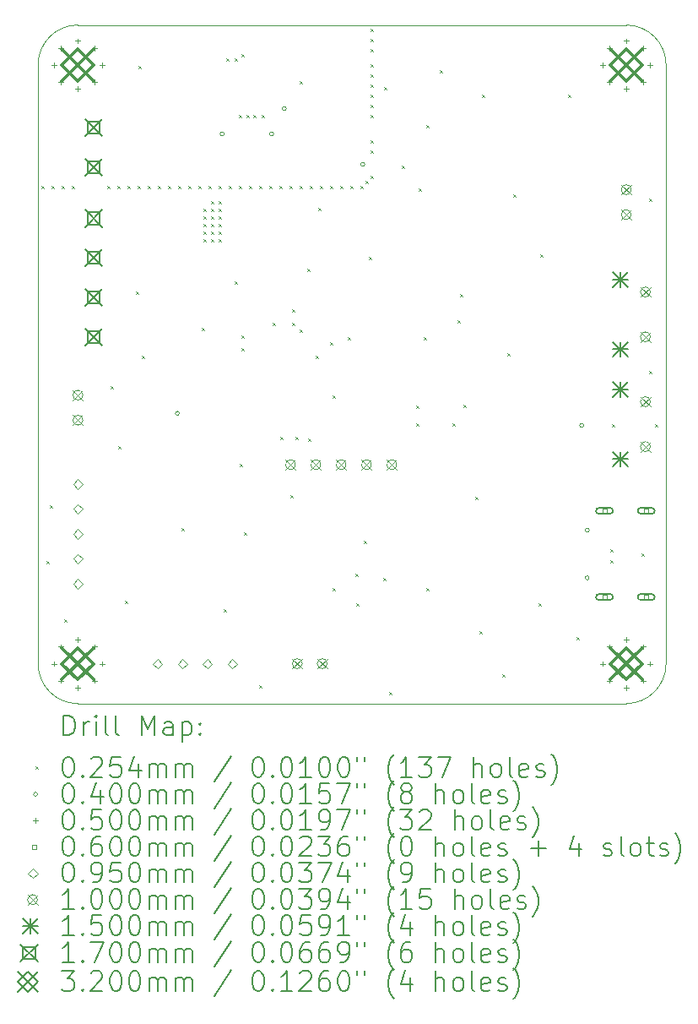
<source format=gbr>
%TF.GenerationSoftware,KiCad,Pcbnew,7.0.7*%
%TF.CreationDate,2024-02-22T09:52:41+01:00*%
%TF.ProjectId,Floppy Soldering station 3.0,466c6f70-7079-4205-936f-6c646572696e,1.0*%
%TF.SameCoordinates,Original*%
%TF.FileFunction,Drillmap*%
%TF.FilePolarity,Positive*%
%FSLAX45Y45*%
G04 Gerber Fmt 4.5, Leading zero omitted, Abs format (unit mm)*
G04 Created by KiCad (PCBNEW 7.0.7) date 2024-02-22 09:52:41*
%MOMM*%
%LPD*%
G01*
G04 APERTURE LIST*
%ADD10C,0.100000*%
%ADD11C,0.200000*%
%ADD12C,0.025400*%
%ADD13C,0.040000*%
%ADD14C,0.050000*%
%ADD15C,0.060000*%
%ADD16C,0.095000*%
%ADD17C,0.150000*%
%ADD18C,0.170000*%
%ADD19C,0.320000*%
G04 APERTURE END LIST*
D10*
X18700000Y-6600000D02*
G75*
G03*
X18300000Y-6200000I-400000J0D01*
G01*
X18300000Y-13000000D02*
G75*
G03*
X18700000Y-12600000I0J400000D01*
G01*
X12800000Y-6200000D02*
G75*
G03*
X12400000Y-6600000I0J-400000D01*
G01*
X18700000Y-12600000D02*
X18700000Y-6600000D01*
X12400000Y-6600000D02*
X12400000Y-12600000D01*
X12800000Y-13000000D02*
X18300000Y-13000000D01*
X18300000Y-6200000D02*
X12800000Y-6200000D01*
X12400000Y-12600000D02*
G75*
G03*
X12800000Y-13000000I400000J0D01*
G01*
D11*
D12*
X12431700Y-7812100D02*
X12457100Y-7837500D01*
X12457100Y-7812100D02*
X12431700Y-7837500D01*
X12482500Y-11571300D02*
X12507900Y-11596700D01*
X12507900Y-11571300D02*
X12482500Y-11596700D01*
X12520600Y-11012500D02*
X12546000Y-11037900D01*
X12546000Y-11012500D02*
X12520600Y-11037900D01*
X12533300Y-7812100D02*
X12558700Y-7837500D01*
X12558700Y-7812100D02*
X12533300Y-7837500D01*
X12634900Y-7812100D02*
X12660300Y-7837500D01*
X12660300Y-7812100D02*
X12634900Y-7837500D01*
X12660300Y-12155500D02*
X12685700Y-12180900D01*
X12685700Y-12155500D02*
X12660300Y-12180900D01*
X12736500Y-7812100D02*
X12761900Y-7837500D01*
X12761900Y-7812100D02*
X12736500Y-7837500D01*
X13092100Y-7812100D02*
X13117500Y-7837500D01*
X13117500Y-7812100D02*
X13092100Y-7837500D01*
X13130200Y-9818700D02*
X13155600Y-9844100D01*
X13155600Y-9818700D02*
X13130200Y-9844100D01*
X13193700Y-7812100D02*
X13219100Y-7837500D01*
X13219100Y-7812100D02*
X13193700Y-7837500D01*
X13206400Y-10415600D02*
X13231800Y-10441000D01*
X13231800Y-10415600D02*
X13206400Y-10441000D01*
X13269900Y-11965000D02*
X13295300Y-11990400D01*
X13295300Y-11965000D02*
X13269900Y-11990400D01*
X13295300Y-7812100D02*
X13320700Y-7837500D01*
X13320700Y-7812100D02*
X13295300Y-7837500D01*
X13384200Y-8866200D02*
X13409600Y-8891600D01*
X13409600Y-8866200D02*
X13384200Y-8891600D01*
X13396900Y-7812100D02*
X13422300Y-7837500D01*
X13422300Y-7812100D02*
X13396900Y-7837500D01*
X13409600Y-6605600D02*
X13435000Y-6631000D01*
X13435000Y-6605600D02*
X13409600Y-6631000D01*
X13442620Y-9513900D02*
X13468020Y-9539300D01*
X13468020Y-9513900D02*
X13442620Y-9539300D01*
X13498500Y-7812100D02*
X13523900Y-7837500D01*
X13523900Y-7812100D02*
X13498500Y-7837500D01*
X13600100Y-7812100D02*
X13625500Y-7837500D01*
X13625500Y-7812100D02*
X13600100Y-7837500D01*
X13701700Y-7812100D02*
X13727100Y-7837500D01*
X13727100Y-7812100D02*
X13701700Y-7837500D01*
X13803300Y-7812100D02*
X13828700Y-7837500D01*
X13828700Y-7812100D02*
X13803300Y-7837500D01*
X13841400Y-11241100D02*
X13866800Y-11266500D01*
X13866800Y-11241100D02*
X13841400Y-11266500D01*
X13904900Y-7812100D02*
X13930300Y-7837500D01*
X13930300Y-7812100D02*
X13904900Y-7837500D01*
X14006500Y-7812100D02*
X14031900Y-7837500D01*
X14031900Y-7812100D02*
X14006500Y-7837500D01*
X14044600Y-9234500D02*
X14070000Y-9259900D01*
X14070000Y-9234500D02*
X14044600Y-9259900D01*
X14057300Y-8040700D02*
X14082700Y-8066100D01*
X14082700Y-8040700D02*
X14057300Y-8066100D01*
X14057300Y-8116900D02*
X14082700Y-8142300D01*
X14082700Y-8116900D02*
X14057300Y-8142300D01*
X14057300Y-8193100D02*
X14082700Y-8218500D01*
X14082700Y-8193100D02*
X14057300Y-8218500D01*
X14057300Y-8269300D02*
X14082700Y-8294700D01*
X14082700Y-8269300D02*
X14057300Y-8294700D01*
X14057300Y-8345500D02*
X14082700Y-8370900D01*
X14082700Y-8345500D02*
X14057300Y-8370900D01*
X14108100Y-7812100D02*
X14133500Y-7837500D01*
X14133500Y-7812100D02*
X14108100Y-7837500D01*
X14133500Y-7964500D02*
X14158900Y-7989900D01*
X14158900Y-7964500D02*
X14133500Y-7989900D01*
X14133500Y-8040700D02*
X14158900Y-8066100D01*
X14158900Y-8040700D02*
X14133500Y-8066100D01*
X14133500Y-8116900D02*
X14158900Y-8142300D01*
X14158900Y-8116900D02*
X14133500Y-8142300D01*
X14133500Y-8193100D02*
X14158900Y-8218500D01*
X14158900Y-8193100D02*
X14133500Y-8218500D01*
X14133500Y-8269300D02*
X14158900Y-8294700D01*
X14158900Y-8269300D02*
X14133500Y-8294700D01*
X14133500Y-8345500D02*
X14158900Y-8370900D01*
X14158900Y-8345500D02*
X14133500Y-8370900D01*
X14209700Y-7812100D02*
X14235100Y-7837500D01*
X14235100Y-7812100D02*
X14209700Y-7837500D01*
X14209700Y-7964500D02*
X14235100Y-7989900D01*
X14235100Y-7964500D02*
X14209700Y-7989900D01*
X14209700Y-8040700D02*
X14235100Y-8066100D01*
X14235100Y-8040700D02*
X14209700Y-8066100D01*
X14209700Y-8116900D02*
X14235100Y-8142300D01*
X14235100Y-8116900D02*
X14209700Y-8142300D01*
X14209700Y-8193100D02*
X14235100Y-8218500D01*
X14235100Y-8193100D02*
X14209700Y-8218500D01*
X14209700Y-8269300D02*
X14235100Y-8294700D01*
X14235100Y-8269300D02*
X14209700Y-8294700D01*
X14209700Y-8345500D02*
X14235100Y-8370900D01*
X14235100Y-8345500D02*
X14209700Y-8370900D01*
X14260500Y-12053900D02*
X14285900Y-12079300D01*
X14285900Y-12053900D02*
X14260500Y-12079300D01*
X14285900Y-6529400D02*
X14311300Y-6554800D01*
X14311300Y-6529400D02*
X14285900Y-6554800D01*
X14311300Y-7812100D02*
X14336700Y-7837500D01*
X14336700Y-7812100D02*
X14311300Y-7837500D01*
X14374800Y-6529400D02*
X14400200Y-6554800D01*
X14400200Y-6529400D02*
X14374800Y-6554800D01*
X14374800Y-8764600D02*
X14400200Y-8790000D01*
X14400200Y-8764600D02*
X14374800Y-8790000D01*
X14412900Y-7100900D02*
X14438300Y-7126300D01*
X14438300Y-7100900D02*
X14412900Y-7126300D01*
X14412900Y-7812100D02*
X14438300Y-7837500D01*
X14438300Y-7812100D02*
X14412900Y-7837500D01*
X14425600Y-10593400D02*
X14451000Y-10618800D01*
X14451000Y-10593400D02*
X14425600Y-10618800D01*
X14438300Y-6491300D02*
X14463700Y-6516700D01*
X14463700Y-6491300D02*
X14438300Y-6516700D01*
X14438300Y-9310700D02*
X14463700Y-9336100D01*
X14463700Y-9310700D02*
X14438300Y-9336100D01*
X14438300Y-9437700D02*
X14463700Y-9463100D01*
X14463700Y-9437700D02*
X14438300Y-9463100D01*
X14463700Y-11279200D02*
X14489100Y-11304600D01*
X14489100Y-11279200D02*
X14463700Y-11304600D01*
X14489100Y-7100900D02*
X14514500Y-7126300D01*
X14514500Y-7100900D02*
X14489100Y-7126300D01*
X14514500Y-7812100D02*
X14539900Y-7837500D01*
X14539900Y-7812100D02*
X14514500Y-7837500D01*
X14557680Y-7100900D02*
X14583080Y-7126300D01*
X14583080Y-7100900D02*
X14557680Y-7126300D01*
X14616100Y-7812100D02*
X14641500Y-7837500D01*
X14641500Y-7812100D02*
X14616100Y-7837500D01*
X14616100Y-12815900D02*
X14641500Y-12841300D01*
X14641500Y-12815900D02*
X14616100Y-12841300D01*
X14638960Y-7100900D02*
X14664360Y-7126300D01*
X14664360Y-7100900D02*
X14638960Y-7126300D01*
X14717700Y-7812100D02*
X14743100Y-7837500D01*
X14743100Y-7812100D02*
X14717700Y-7837500D01*
X14755800Y-9183700D02*
X14781200Y-9209100D01*
X14781200Y-9183700D02*
X14755800Y-9209100D01*
X14819300Y-7812100D02*
X14844700Y-7837500D01*
X14844700Y-7812100D02*
X14819300Y-7837500D01*
X14832000Y-10326700D02*
X14857400Y-10352100D01*
X14857400Y-10326700D02*
X14832000Y-10352100D01*
X14920900Y-7812100D02*
X14946300Y-7837500D01*
X14946300Y-7812100D02*
X14920900Y-7837500D01*
X14933600Y-10910900D02*
X14959000Y-10936300D01*
X14959000Y-10910900D02*
X14933600Y-10936300D01*
X14946300Y-9051620D02*
X14971700Y-9077020D01*
X14971700Y-9051620D02*
X14946300Y-9077020D01*
X14946300Y-9183700D02*
X14971700Y-9209100D01*
X14971700Y-9183700D02*
X14946300Y-9209100D01*
X14984400Y-10326700D02*
X15009800Y-10352100D01*
X15009800Y-10326700D02*
X14984400Y-10352100D01*
X15022500Y-6758000D02*
X15047900Y-6783400D01*
X15047900Y-6758000D02*
X15022500Y-6783400D01*
X15022500Y-7812100D02*
X15047900Y-7837500D01*
X15047900Y-7812100D02*
X15022500Y-7837500D01*
X15022500Y-9247200D02*
X15047900Y-9272600D01*
X15047900Y-9247200D02*
X15022500Y-9272600D01*
X15098700Y-8637600D02*
X15124100Y-8663000D01*
X15124100Y-8637600D02*
X15098700Y-8663000D01*
X15111400Y-10339400D02*
X15136800Y-10364800D01*
X15136800Y-10339400D02*
X15111400Y-10364800D01*
X15124100Y-7812100D02*
X15149500Y-7837500D01*
X15149500Y-7812100D02*
X15124100Y-7837500D01*
X15187600Y-9513900D02*
X15213000Y-9539300D01*
X15213000Y-9513900D02*
X15187600Y-9539300D01*
X15213000Y-8028000D02*
X15238400Y-8053400D01*
X15238400Y-8028000D02*
X15213000Y-8053400D01*
X15225700Y-7812100D02*
X15251100Y-7837500D01*
X15251100Y-7812100D02*
X15225700Y-7837500D01*
X15326277Y-9374200D02*
X15351677Y-9399600D01*
X15351677Y-9374200D02*
X15326277Y-9399600D01*
X15327300Y-7812100D02*
X15352700Y-7837500D01*
X15352700Y-7812100D02*
X15327300Y-7837500D01*
X15352700Y-9907600D02*
X15378100Y-9933000D01*
X15378100Y-9907600D02*
X15352700Y-9933000D01*
X15352700Y-11838000D02*
X15378100Y-11863400D01*
X15378100Y-11838000D02*
X15352700Y-11863400D01*
X15428900Y-7812100D02*
X15454300Y-7837500D01*
X15454300Y-7812100D02*
X15428900Y-7837500D01*
X15508356Y-9326656D02*
X15533756Y-9352056D01*
X15533756Y-9326656D02*
X15508356Y-9352056D01*
X15530500Y-7812100D02*
X15555900Y-7837500D01*
X15555900Y-7812100D02*
X15530500Y-7837500D01*
X15581300Y-11698300D02*
X15606700Y-11723700D01*
X15606700Y-11698300D02*
X15581300Y-11723700D01*
X15594000Y-11990400D02*
X15619400Y-12015800D01*
X15619400Y-11990400D02*
X15594000Y-12015800D01*
X15632100Y-7812100D02*
X15657500Y-7837500D01*
X15657500Y-7812100D02*
X15632100Y-7837500D01*
X15670200Y-11368100D02*
X15695600Y-11393500D01*
X15695600Y-11368100D02*
X15670200Y-11393500D01*
X15682900Y-7761300D02*
X15708300Y-7786700D01*
X15708300Y-7761300D02*
X15682900Y-7786700D01*
X15721000Y-8523300D02*
X15746400Y-8548700D01*
X15746400Y-8523300D02*
X15721000Y-8548700D01*
X15733700Y-6237300D02*
X15759100Y-6262700D01*
X15759100Y-6237300D02*
X15733700Y-6262700D01*
X15733700Y-6338900D02*
X15759100Y-6364300D01*
X15759100Y-6338900D02*
X15733700Y-6364300D01*
X15733700Y-6440500D02*
X15759100Y-6465900D01*
X15759100Y-6440500D02*
X15733700Y-6465900D01*
X15733700Y-6592900D02*
X15759100Y-6618300D01*
X15759100Y-6592900D02*
X15733700Y-6618300D01*
X15733700Y-6694500D02*
X15759100Y-6719900D01*
X15759100Y-6694500D02*
X15733700Y-6719900D01*
X15733700Y-6796100D02*
X15759100Y-6821500D01*
X15759100Y-6796100D02*
X15733700Y-6821500D01*
X15733700Y-6897700D02*
X15759100Y-6923100D01*
X15759100Y-6897700D02*
X15733700Y-6923100D01*
X15733700Y-6999300D02*
X15759100Y-7024700D01*
X15759100Y-6999300D02*
X15733700Y-7024700D01*
X15733700Y-7100900D02*
X15759100Y-7126300D01*
X15759100Y-7100900D02*
X15733700Y-7126300D01*
X15733700Y-7354900D02*
X15759100Y-7380300D01*
X15759100Y-7354900D02*
X15733700Y-7380300D01*
X15733700Y-7456500D02*
X15759100Y-7481900D01*
X15759100Y-7456500D02*
X15733700Y-7481900D01*
X15733700Y-7710500D02*
X15759100Y-7735900D01*
X15759100Y-7710500D02*
X15733700Y-7735900D01*
X15860700Y-11736400D02*
X15886100Y-11761800D01*
X15886100Y-11736400D02*
X15860700Y-11761800D01*
X15873400Y-6821500D02*
X15898800Y-6846900D01*
X15898800Y-6821500D02*
X15873400Y-6846900D01*
X15924200Y-12879400D02*
X15949600Y-12904800D01*
X15949600Y-12879400D02*
X15924200Y-12904800D01*
X16051200Y-7608900D02*
X16076600Y-7634300D01*
X16076600Y-7608900D02*
X16051200Y-7634300D01*
X16190900Y-10009200D02*
X16216300Y-10034600D01*
X16216300Y-10009200D02*
X16190900Y-10034600D01*
X16190900Y-10187000D02*
X16216300Y-10212400D01*
X16216300Y-10187000D02*
X16190900Y-10212400D01*
X16216300Y-7837500D02*
X16241700Y-7862900D01*
X16241700Y-7837500D02*
X16216300Y-7862900D01*
X16267100Y-9323400D02*
X16292500Y-9348800D01*
X16292500Y-9323400D02*
X16267100Y-9348800D01*
X16292500Y-7202500D02*
X16317900Y-7227900D01*
X16317900Y-7202500D02*
X16292500Y-7227900D01*
X16292500Y-11838000D02*
X16317900Y-11863400D01*
X16317900Y-11838000D02*
X16292500Y-11863400D01*
X16425800Y-6650100D02*
X16451200Y-6675500D01*
X16451200Y-6650100D02*
X16425800Y-6675500D01*
X16559200Y-10187000D02*
X16584600Y-10212400D01*
X16584600Y-10187000D02*
X16559200Y-10212400D01*
X16610000Y-9158300D02*
X16635400Y-9183700D01*
X16635400Y-9158300D02*
X16610000Y-9183700D01*
X16635400Y-8891600D02*
X16660800Y-8917000D01*
X16660800Y-8891600D02*
X16635400Y-8917000D01*
X16663340Y-10006660D02*
X16688740Y-10032060D01*
X16688740Y-10006660D02*
X16663340Y-10032060D01*
X16787800Y-10923600D02*
X16813200Y-10949000D01*
X16813200Y-10923600D02*
X16787800Y-10949000D01*
X16825900Y-12269800D02*
X16851300Y-12295200D01*
X16851300Y-12269800D02*
X16825900Y-12295200D01*
X16851300Y-6897700D02*
X16876700Y-6923100D01*
X16876700Y-6897700D02*
X16851300Y-6923100D01*
X17054500Y-12701600D02*
X17079900Y-12727000D01*
X17079900Y-12701600D02*
X17054500Y-12727000D01*
X17105300Y-9488500D02*
X17130700Y-9513900D01*
X17130700Y-9488500D02*
X17105300Y-9513900D01*
X17168800Y-7894700D02*
X17194200Y-7920100D01*
X17194200Y-7894700D02*
X17168800Y-7920100D01*
X17422800Y-11990400D02*
X17448200Y-12015800D01*
X17448200Y-11990400D02*
X17422800Y-12015800D01*
X17435500Y-8497900D02*
X17460900Y-8523300D01*
X17460900Y-8497900D02*
X17435500Y-8523300D01*
X17714900Y-6897700D02*
X17740300Y-6923100D01*
X17740300Y-6897700D02*
X17714900Y-6923100D01*
X17803800Y-12333300D02*
X17829200Y-12358700D01*
X17829200Y-12333300D02*
X17803800Y-12358700D01*
X18141620Y-11454460D02*
X18167020Y-11479860D01*
X18167020Y-11454460D02*
X18141620Y-11479860D01*
X18141620Y-11565110D02*
X18167020Y-11590510D01*
X18167020Y-11565110D02*
X18141620Y-11590510D01*
X18159400Y-10199700D02*
X18184800Y-10225100D01*
X18184800Y-10199700D02*
X18159400Y-10225100D01*
X18451500Y-11495100D02*
X18476900Y-11520500D01*
X18476900Y-11495100D02*
X18451500Y-11520500D01*
X18527700Y-7939100D02*
X18553100Y-7964500D01*
X18553100Y-7939100D02*
X18527700Y-7964500D01*
X18527700Y-9666300D02*
X18553100Y-9691700D01*
X18553100Y-9666300D02*
X18527700Y-9691700D01*
X18591200Y-10199700D02*
X18616600Y-10225100D01*
X18616600Y-10199700D02*
X18591200Y-10225100D01*
D13*
X13817455Y-10091015D02*
G75*
G03*
X13817455Y-10091015I-20000J0D01*
G01*
X14267800Y-7291400D02*
G75*
G03*
X14267800Y-7291400I-20000J0D01*
G01*
X14763100Y-7291400D02*
G75*
G03*
X14763100Y-7291400I-20000J0D01*
G01*
X14890100Y-7037400D02*
G75*
G03*
X14890100Y-7037400I-20000J0D01*
G01*
X15677500Y-7596200D02*
G75*
G03*
X15677500Y-7596200I-20000J0D01*
G01*
X17874600Y-10212400D02*
G75*
G03*
X17874600Y-10212400I-20000J0D01*
G01*
X17929000Y-11262600D02*
G75*
G03*
X17929000Y-11262600I-20000J0D01*
G01*
X17929000Y-11740000D02*
G75*
G03*
X17929000Y-11740000I-20000J0D01*
G01*
D14*
X12560000Y-6575000D02*
X12560000Y-6625000D01*
X12535000Y-6600000D02*
X12585000Y-6600000D01*
X12560000Y-12575000D02*
X12560000Y-12625000D01*
X12535000Y-12600000D02*
X12585000Y-12600000D01*
X12630294Y-6405294D02*
X12630294Y-6455294D01*
X12605294Y-6430294D02*
X12655294Y-6430294D01*
X12630294Y-6744706D02*
X12630294Y-6794706D01*
X12605294Y-6769706D02*
X12655294Y-6769706D01*
X12630294Y-12405294D02*
X12630294Y-12455294D01*
X12605294Y-12430294D02*
X12655294Y-12430294D01*
X12630294Y-12744706D02*
X12630294Y-12794706D01*
X12605294Y-12769706D02*
X12655294Y-12769706D01*
X12800000Y-6335000D02*
X12800000Y-6385000D01*
X12775000Y-6360000D02*
X12825000Y-6360000D01*
X12800000Y-6815000D02*
X12800000Y-6865000D01*
X12775000Y-6840000D02*
X12825000Y-6840000D01*
X12800000Y-12335000D02*
X12800000Y-12385000D01*
X12775000Y-12360000D02*
X12825000Y-12360000D01*
X12800000Y-12815000D02*
X12800000Y-12865000D01*
X12775000Y-12840000D02*
X12825000Y-12840000D01*
X12969706Y-6405294D02*
X12969706Y-6455294D01*
X12944706Y-6430294D02*
X12994706Y-6430294D01*
X12969706Y-6744706D02*
X12969706Y-6794706D01*
X12944706Y-6769706D02*
X12994706Y-6769706D01*
X12969706Y-12405294D02*
X12969706Y-12455294D01*
X12944706Y-12430294D02*
X12994706Y-12430294D01*
X12969706Y-12744706D02*
X12969706Y-12794706D01*
X12944706Y-12769706D02*
X12994706Y-12769706D01*
X13040000Y-6575000D02*
X13040000Y-6625000D01*
X13015000Y-6600000D02*
X13065000Y-6600000D01*
X13040000Y-12575000D02*
X13040000Y-12625000D01*
X13015000Y-12600000D02*
X13065000Y-12600000D01*
X18060000Y-6575000D02*
X18060000Y-6625000D01*
X18035000Y-6600000D02*
X18085000Y-6600000D01*
X18060000Y-12575000D02*
X18060000Y-12625000D01*
X18035000Y-12600000D02*
X18085000Y-12600000D01*
X18130294Y-6405294D02*
X18130294Y-6455294D01*
X18105294Y-6430294D02*
X18155294Y-6430294D01*
X18130294Y-6744706D02*
X18130294Y-6794706D01*
X18105294Y-6769706D02*
X18155294Y-6769706D01*
X18130294Y-12405294D02*
X18130294Y-12455294D01*
X18105294Y-12430294D02*
X18155294Y-12430294D01*
X18130294Y-12744706D02*
X18130294Y-12794706D01*
X18105294Y-12769706D02*
X18155294Y-12769706D01*
X18300000Y-6335000D02*
X18300000Y-6385000D01*
X18275000Y-6360000D02*
X18325000Y-6360000D01*
X18300000Y-6815000D02*
X18300000Y-6865000D01*
X18275000Y-6840000D02*
X18325000Y-6840000D01*
X18300000Y-12335000D02*
X18300000Y-12385000D01*
X18275000Y-12360000D02*
X18325000Y-12360000D01*
X18300000Y-12815000D02*
X18300000Y-12865000D01*
X18275000Y-12840000D02*
X18325000Y-12840000D01*
X18469706Y-6405294D02*
X18469706Y-6455294D01*
X18444706Y-6430294D02*
X18494706Y-6430294D01*
X18469706Y-6744706D02*
X18469706Y-6794706D01*
X18444706Y-6769706D02*
X18494706Y-6769706D01*
X18469706Y-12405294D02*
X18469706Y-12455294D01*
X18444706Y-12430294D02*
X18494706Y-12430294D01*
X18469706Y-12744706D02*
X18469706Y-12794706D01*
X18444706Y-12769706D02*
X18494706Y-12769706D01*
X18540000Y-6575000D02*
X18540000Y-6625000D01*
X18515000Y-6600000D02*
X18565000Y-6600000D01*
X18540000Y-12575000D02*
X18540000Y-12625000D01*
X18515000Y-12600000D02*
X18565000Y-12600000D01*
D15*
X18103213Y-11089213D02*
X18103213Y-11046787D01*
X18060787Y-11046787D01*
X18060787Y-11089213D01*
X18103213Y-11089213D01*
D11*
X18137000Y-11038000D02*
X18027000Y-11038000D01*
X18027000Y-11038000D02*
G75*
G03*
X18027000Y-11098000I0J-30000D01*
G01*
X18027000Y-11098000D02*
X18137000Y-11098000D01*
X18137000Y-11098000D02*
G75*
G03*
X18137000Y-11038000I0J30000D01*
G01*
D15*
X18103213Y-11953213D02*
X18103213Y-11910787D01*
X18060787Y-11910787D01*
X18060787Y-11953213D01*
X18103213Y-11953213D01*
D11*
X18137000Y-11902000D02*
X18027000Y-11902000D01*
X18027000Y-11902000D02*
G75*
G03*
X18027000Y-11962000I0J-30000D01*
G01*
X18027000Y-11962000D02*
X18137000Y-11962000D01*
X18137000Y-11962000D02*
G75*
G03*
X18137000Y-11902000I0J30000D01*
G01*
D15*
X18521213Y-11089213D02*
X18521213Y-11046787D01*
X18478787Y-11046787D01*
X18478787Y-11089213D01*
X18521213Y-11089213D01*
D11*
X18555000Y-11038000D02*
X18445000Y-11038000D01*
X18445000Y-11038000D02*
G75*
G03*
X18445000Y-11098000I0J-30000D01*
G01*
X18445000Y-11098000D02*
X18555000Y-11098000D01*
X18555000Y-11098000D02*
G75*
G03*
X18555000Y-11038000I0J30000D01*
G01*
D15*
X18521213Y-11953213D02*
X18521213Y-11910787D01*
X18478787Y-11910787D01*
X18478787Y-11953213D01*
X18521213Y-11953213D01*
D11*
X18555000Y-11902000D02*
X18445000Y-11902000D01*
X18445000Y-11902000D02*
G75*
G03*
X18445000Y-11962000I0J-30000D01*
G01*
X18445000Y-11962000D02*
X18555000Y-11962000D01*
X18555000Y-11962000D02*
G75*
G03*
X18555000Y-11902000I0J30000D01*
G01*
D16*
X12800000Y-10847500D02*
X12847500Y-10800000D01*
X12800000Y-10752500D01*
X12752500Y-10800000D01*
X12800000Y-10847500D01*
X12800000Y-11097500D02*
X12847500Y-11050000D01*
X12800000Y-11002500D01*
X12752500Y-11050000D01*
X12800000Y-11097500D01*
X12800000Y-11347500D02*
X12847500Y-11300000D01*
X12800000Y-11252500D01*
X12752500Y-11300000D01*
X12800000Y-11347500D01*
X12800000Y-11597500D02*
X12847500Y-11550000D01*
X12800000Y-11502500D01*
X12752500Y-11550000D01*
X12800000Y-11597500D01*
X12800000Y-11847500D02*
X12847500Y-11800000D01*
X12800000Y-11752500D01*
X12752500Y-11800000D01*
X12800000Y-11847500D01*
X13600000Y-12647500D02*
X13647500Y-12600000D01*
X13600000Y-12552500D01*
X13552500Y-12600000D01*
X13600000Y-12647500D01*
X13850000Y-12647500D02*
X13897500Y-12600000D01*
X13850000Y-12552500D01*
X13802500Y-12600000D01*
X13850000Y-12647500D01*
X14100000Y-12647500D02*
X14147500Y-12600000D01*
X14100000Y-12552500D01*
X14052500Y-12600000D01*
X14100000Y-12647500D01*
X14350000Y-12647500D02*
X14397500Y-12600000D01*
X14350000Y-12552500D01*
X14302500Y-12600000D01*
X14350000Y-12647500D01*
D10*
X12750000Y-9859700D02*
X12850000Y-9959700D01*
X12850000Y-9859700D02*
X12750000Y-9959700D01*
X12850000Y-9909700D02*
G75*
G03*
X12850000Y-9909700I-50000J0D01*
G01*
X12750000Y-10109700D02*
X12850000Y-10209700D01*
X12850000Y-10109700D02*
X12750000Y-10209700D01*
X12850000Y-10159700D02*
G75*
G03*
X12850000Y-10159700I-50000J0D01*
G01*
X14883100Y-10556100D02*
X14983100Y-10656100D01*
X14983100Y-10556100D02*
X14883100Y-10656100D01*
X14983100Y-10606100D02*
G75*
G03*
X14983100Y-10606100I-50000J0D01*
G01*
X14950000Y-12550000D02*
X15050000Y-12650000D01*
X15050000Y-12550000D02*
X14950000Y-12650000D01*
X15050000Y-12600000D02*
G75*
G03*
X15050000Y-12600000I-50000J0D01*
G01*
X15137100Y-10556100D02*
X15237100Y-10656100D01*
X15237100Y-10556100D02*
X15137100Y-10656100D01*
X15237100Y-10606100D02*
G75*
G03*
X15237100Y-10606100I-50000J0D01*
G01*
X15200000Y-12550000D02*
X15300000Y-12650000D01*
X15300000Y-12550000D02*
X15200000Y-12650000D01*
X15300000Y-12600000D02*
G75*
G03*
X15300000Y-12600000I-50000J0D01*
G01*
X15391100Y-10556100D02*
X15491100Y-10656100D01*
X15491100Y-10556100D02*
X15391100Y-10656100D01*
X15491100Y-10606100D02*
G75*
G03*
X15491100Y-10606100I-50000J0D01*
G01*
X15645100Y-10556100D02*
X15745100Y-10656100D01*
X15745100Y-10556100D02*
X15645100Y-10656100D01*
X15745100Y-10606100D02*
G75*
G03*
X15745100Y-10606100I-50000J0D01*
G01*
X15899100Y-10556100D02*
X15999100Y-10656100D01*
X15999100Y-10556100D02*
X15899100Y-10656100D01*
X15999100Y-10606100D02*
G75*
G03*
X15999100Y-10606100I-50000J0D01*
G01*
X18250000Y-7800000D02*
X18350000Y-7900000D01*
X18350000Y-7800000D02*
X18250000Y-7900000D01*
X18350000Y-7850000D02*
G75*
G03*
X18350000Y-7850000I-50000J0D01*
G01*
X18250000Y-8050000D02*
X18350000Y-8150000D01*
X18350000Y-8050000D02*
X18250000Y-8150000D01*
X18350000Y-8100000D02*
G75*
G03*
X18350000Y-8100000I-50000J0D01*
G01*
X18442500Y-8825000D02*
X18542500Y-8925000D01*
X18542500Y-8825000D02*
X18442500Y-8925000D01*
X18542500Y-8875000D02*
G75*
G03*
X18542500Y-8875000I-50000J0D01*
G01*
X18442500Y-9275000D02*
X18542500Y-9375000D01*
X18542500Y-9275000D02*
X18442500Y-9375000D01*
X18542500Y-9325000D02*
G75*
G03*
X18542500Y-9325000I-50000J0D01*
G01*
X18442500Y-9925000D02*
X18542500Y-10025000D01*
X18542500Y-9925000D02*
X18442500Y-10025000D01*
X18542500Y-9975000D02*
G75*
G03*
X18542500Y-9975000I-50000J0D01*
G01*
X18442500Y-10375000D02*
X18542500Y-10475000D01*
X18542500Y-10375000D02*
X18442500Y-10475000D01*
X18542500Y-10425000D02*
G75*
G03*
X18542500Y-10425000I-50000J0D01*
G01*
D17*
X18167500Y-8675000D02*
X18317500Y-8825000D01*
X18317500Y-8675000D02*
X18167500Y-8825000D01*
X18242500Y-8675000D02*
X18242500Y-8825000D01*
X18167500Y-8750000D02*
X18317500Y-8750000D01*
X18167500Y-9375000D02*
X18317500Y-9525000D01*
X18317500Y-9375000D02*
X18167500Y-9525000D01*
X18242500Y-9375000D02*
X18242500Y-9525000D01*
X18167500Y-9450000D02*
X18317500Y-9450000D01*
X18167500Y-9775000D02*
X18317500Y-9925000D01*
X18317500Y-9775000D02*
X18167500Y-9925000D01*
X18242500Y-9775000D02*
X18242500Y-9925000D01*
X18167500Y-9850000D02*
X18317500Y-9850000D01*
X18167500Y-10475000D02*
X18317500Y-10625000D01*
X18317500Y-10475000D02*
X18167500Y-10625000D01*
X18242500Y-10475000D02*
X18242500Y-10625000D01*
X18167500Y-10550000D02*
X18317500Y-10550000D01*
D18*
X12870000Y-8052950D02*
X13040000Y-8222950D01*
X13040000Y-8052950D02*
X12870000Y-8222950D01*
X13015105Y-8198055D02*
X13015105Y-8077845D01*
X12894895Y-8077845D01*
X12894895Y-8198055D01*
X13015105Y-8198055D01*
X12870000Y-8448950D02*
X13040000Y-8618950D01*
X13040000Y-8448950D02*
X12870000Y-8618950D01*
X13015105Y-8594055D02*
X13015105Y-8473845D01*
X12894895Y-8473845D01*
X12894895Y-8594055D01*
X13015105Y-8594055D01*
X12870000Y-8844950D02*
X13040000Y-9014950D01*
X13040000Y-8844950D02*
X12870000Y-9014950D01*
X13015105Y-8990055D02*
X13015105Y-8869845D01*
X12894895Y-8869845D01*
X12894895Y-8990055D01*
X13015105Y-8990055D01*
X12870000Y-9240950D02*
X13040000Y-9410950D01*
X13040000Y-9240950D02*
X12870000Y-9410950D01*
X13015105Y-9386055D02*
X13015105Y-9265845D01*
X12894895Y-9265845D01*
X12894895Y-9386055D01*
X13015105Y-9386055D01*
X12871600Y-7142900D02*
X13041600Y-7312900D01*
X13041600Y-7142900D02*
X12871600Y-7312900D01*
X13016705Y-7288005D02*
X13016705Y-7167795D01*
X12896495Y-7167795D01*
X12896495Y-7288005D01*
X13016705Y-7288005D01*
X12871600Y-7538900D02*
X13041600Y-7708900D01*
X13041600Y-7538900D02*
X12871600Y-7708900D01*
X13016705Y-7684005D02*
X13016705Y-7563795D01*
X12896495Y-7563795D01*
X12896495Y-7684005D01*
X13016705Y-7684005D01*
D19*
X12640000Y-6440000D02*
X12960000Y-6760000D01*
X12960000Y-6440000D02*
X12640000Y-6760000D01*
X12800000Y-6760000D02*
X12960000Y-6600000D01*
X12800000Y-6440000D01*
X12640000Y-6600000D01*
X12800000Y-6760000D01*
X12640000Y-12440000D02*
X12960000Y-12760000D01*
X12960000Y-12440000D02*
X12640000Y-12760000D01*
X12800000Y-12760000D02*
X12960000Y-12600000D01*
X12800000Y-12440000D01*
X12640000Y-12600000D01*
X12800000Y-12760000D01*
X18140000Y-6440000D02*
X18460000Y-6760000D01*
X18460000Y-6440000D02*
X18140000Y-6760000D01*
X18300000Y-6760000D02*
X18460000Y-6600000D01*
X18300000Y-6440000D01*
X18140000Y-6600000D01*
X18300000Y-6760000D01*
X18140000Y-12440000D02*
X18460000Y-12760000D01*
X18460000Y-12440000D02*
X18140000Y-12760000D01*
X18300000Y-12760000D02*
X18460000Y-12600000D01*
X18300000Y-12440000D01*
X18140000Y-12600000D01*
X18300000Y-12760000D01*
D11*
X12655777Y-13316484D02*
X12655777Y-13116484D01*
X12655777Y-13116484D02*
X12703396Y-13116484D01*
X12703396Y-13116484D02*
X12731967Y-13126008D01*
X12731967Y-13126008D02*
X12751015Y-13145055D01*
X12751015Y-13145055D02*
X12760539Y-13164103D01*
X12760539Y-13164103D02*
X12770062Y-13202198D01*
X12770062Y-13202198D02*
X12770062Y-13230769D01*
X12770062Y-13230769D02*
X12760539Y-13268865D01*
X12760539Y-13268865D02*
X12751015Y-13287912D01*
X12751015Y-13287912D02*
X12731967Y-13306960D01*
X12731967Y-13306960D02*
X12703396Y-13316484D01*
X12703396Y-13316484D02*
X12655777Y-13316484D01*
X12855777Y-13316484D02*
X12855777Y-13183150D01*
X12855777Y-13221246D02*
X12865301Y-13202198D01*
X12865301Y-13202198D02*
X12874824Y-13192674D01*
X12874824Y-13192674D02*
X12893872Y-13183150D01*
X12893872Y-13183150D02*
X12912920Y-13183150D01*
X12979586Y-13316484D02*
X12979586Y-13183150D01*
X12979586Y-13116484D02*
X12970062Y-13126008D01*
X12970062Y-13126008D02*
X12979586Y-13135531D01*
X12979586Y-13135531D02*
X12989110Y-13126008D01*
X12989110Y-13126008D02*
X12979586Y-13116484D01*
X12979586Y-13116484D02*
X12979586Y-13135531D01*
X13103396Y-13316484D02*
X13084348Y-13306960D01*
X13084348Y-13306960D02*
X13074824Y-13287912D01*
X13074824Y-13287912D02*
X13074824Y-13116484D01*
X13208158Y-13316484D02*
X13189110Y-13306960D01*
X13189110Y-13306960D02*
X13179586Y-13287912D01*
X13179586Y-13287912D02*
X13179586Y-13116484D01*
X13436729Y-13316484D02*
X13436729Y-13116484D01*
X13436729Y-13116484D02*
X13503396Y-13259341D01*
X13503396Y-13259341D02*
X13570062Y-13116484D01*
X13570062Y-13116484D02*
X13570062Y-13316484D01*
X13751015Y-13316484D02*
X13751015Y-13211722D01*
X13751015Y-13211722D02*
X13741491Y-13192674D01*
X13741491Y-13192674D02*
X13722443Y-13183150D01*
X13722443Y-13183150D02*
X13684348Y-13183150D01*
X13684348Y-13183150D02*
X13665301Y-13192674D01*
X13751015Y-13306960D02*
X13731967Y-13316484D01*
X13731967Y-13316484D02*
X13684348Y-13316484D01*
X13684348Y-13316484D02*
X13665301Y-13306960D01*
X13665301Y-13306960D02*
X13655777Y-13287912D01*
X13655777Y-13287912D02*
X13655777Y-13268865D01*
X13655777Y-13268865D02*
X13665301Y-13249817D01*
X13665301Y-13249817D02*
X13684348Y-13240293D01*
X13684348Y-13240293D02*
X13731967Y-13240293D01*
X13731967Y-13240293D02*
X13751015Y-13230769D01*
X13846253Y-13183150D02*
X13846253Y-13383150D01*
X13846253Y-13192674D02*
X13865301Y-13183150D01*
X13865301Y-13183150D02*
X13903396Y-13183150D01*
X13903396Y-13183150D02*
X13922443Y-13192674D01*
X13922443Y-13192674D02*
X13931967Y-13202198D01*
X13931967Y-13202198D02*
X13941491Y-13221246D01*
X13941491Y-13221246D02*
X13941491Y-13278388D01*
X13941491Y-13278388D02*
X13931967Y-13297436D01*
X13931967Y-13297436D02*
X13922443Y-13306960D01*
X13922443Y-13306960D02*
X13903396Y-13316484D01*
X13903396Y-13316484D02*
X13865301Y-13316484D01*
X13865301Y-13316484D02*
X13846253Y-13306960D01*
X14027205Y-13297436D02*
X14036729Y-13306960D01*
X14036729Y-13306960D02*
X14027205Y-13316484D01*
X14027205Y-13316484D02*
X14017682Y-13306960D01*
X14017682Y-13306960D02*
X14027205Y-13297436D01*
X14027205Y-13297436D02*
X14027205Y-13316484D01*
X14027205Y-13192674D02*
X14036729Y-13202198D01*
X14036729Y-13202198D02*
X14027205Y-13211722D01*
X14027205Y-13211722D02*
X14017682Y-13202198D01*
X14017682Y-13202198D02*
X14027205Y-13192674D01*
X14027205Y-13192674D02*
X14027205Y-13211722D01*
D12*
X12369600Y-13632300D02*
X12395000Y-13657700D01*
X12395000Y-13632300D02*
X12369600Y-13657700D01*
D11*
X12693872Y-13536484D02*
X12712920Y-13536484D01*
X12712920Y-13536484D02*
X12731967Y-13546008D01*
X12731967Y-13546008D02*
X12741491Y-13555531D01*
X12741491Y-13555531D02*
X12751015Y-13574579D01*
X12751015Y-13574579D02*
X12760539Y-13612674D01*
X12760539Y-13612674D02*
X12760539Y-13660293D01*
X12760539Y-13660293D02*
X12751015Y-13698388D01*
X12751015Y-13698388D02*
X12741491Y-13717436D01*
X12741491Y-13717436D02*
X12731967Y-13726960D01*
X12731967Y-13726960D02*
X12712920Y-13736484D01*
X12712920Y-13736484D02*
X12693872Y-13736484D01*
X12693872Y-13736484D02*
X12674824Y-13726960D01*
X12674824Y-13726960D02*
X12665301Y-13717436D01*
X12665301Y-13717436D02*
X12655777Y-13698388D01*
X12655777Y-13698388D02*
X12646253Y-13660293D01*
X12646253Y-13660293D02*
X12646253Y-13612674D01*
X12646253Y-13612674D02*
X12655777Y-13574579D01*
X12655777Y-13574579D02*
X12665301Y-13555531D01*
X12665301Y-13555531D02*
X12674824Y-13546008D01*
X12674824Y-13546008D02*
X12693872Y-13536484D01*
X12846253Y-13717436D02*
X12855777Y-13726960D01*
X12855777Y-13726960D02*
X12846253Y-13736484D01*
X12846253Y-13736484D02*
X12836729Y-13726960D01*
X12836729Y-13726960D02*
X12846253Y-13717436D01*
X12846253Y-13717436D02*
X12846253Y-13736484D01*
X12931967Y-13555531D02*
X12941491Y-13546008D01*
X12941491Y-13546008D02*
X12960539Y-13536484D01*
X12960539Y-13536484D02*
X13008158Y-13536484D01*
X13008158Y-13536484D02*
X13027205Y-13546008D01*
X13027205Y-13546008D02*
X13036729Y-13555531D01*
X13036729Y-13555531D02*
X13046253Y-13574579D01*
X13046253Y-13574579D02*
X13046253Y-13593627D01*
X13046253Y-13593627D02*
X13036729Y-13622198D01*
X13036729Y-13622198D02*
X12922443Y-13736484D01*
X12922443Y-13736484D02*
X13046253Y-13736484D01*
X13227205Y-13536484D02*
X13131967Y-13536484D01*
X13131967Y-13536484D02*
X13122443Y-13631722D01*
X13122443Y-13631722D02*
X13131967Y-13622198D01*
X13131967Y-13622198D02*
X13151015Y-13612674D01*
X13151015Y-13612674D02*
X13198634Y-13612674D01*
X13198634Y-13612674D02*
X13217682Y-13622198D01*
X13217682Y-13622198D02*
X13227205Y-13631722D01*
X13227205Y-13631722D02*
X13236729Y-13650769D01*
X13236729Y-13650769D02*
X13236729Y-13698388D01*
X13236729Y-13698388D02*
X13227205Y-13717436D01*
X13227205Y-13717436D02*
X13217682Y-13726960D01*
X13217682Y-13726960D02*
X13198634Y-13736484D01*
X13198634Y-13736484D02*
X13151015Y-13736484D01*
X13151015Y-13736484D02*
X13131967Y-13726960D01*
X13131967Y-13726960D02*
X13122443Y-13717436D01*
X13408158Y-13603150D02*
X13408158Y-13736484D01*
X13360539Y-13526960D02*
X13312920Y-13669817D01*
X13312920Y-13669817D02*
X13436729Y-13669817D01*
X13512920Y-13736484D02*
X13512920Y-13603150D01*
X13512920Y-13622198D02*
X13522443Y-13612674D01*
X13522443Y-13612674D02*
X13541491Y-13603150D01*
X13541491Y-13603150D02*
X13570063Y-13603150D01*
X13570063Y-13603150D02*
X13589110Y-13612674D01*
X13589110Y-13612674D02*
X13598634Y-13631722D01*
X13598634Y-13631722D02*
X13598634Y-13736484D01*
X13598634Y-13631722D02*
X13608158Y-13612674D01*
X13608158Y-13612674D02*
X13627205Y-13603150D01*
X13627205Y-13603150D02*
X13655777Y-13603150D01*
X13655777Y-13603150D02*
X13674824Y-13612674D01*
X13674824Y-13612674D02*
X13684348Y-13631722D01*
X13684348Y-13631722D02*
X13684348Y-13736484D01*
X13779586Y-13736484D02*
X13779586Y-13603150D01*
X13779586Y-13622198D02*
X13789110Y-13612674D01*
X13789110Y-13612674D02*
X13808158Y-13603150D01*
X13808158Y-13603150D02*
X13836729Y-13603150D01*
X13836729Y-13603150D02*
X13855777Y-13612674D01*
X13855777Y-13612674D02*
X13865301Y-13631722D01*
X13865301Y-13631722D02*
X13865301Y-13736484D01*
X13865301Y-13631722D02*
X13874824Y-13612674D01*
X13874824Y-13612674D02*
X13893872Y-13603150D01*
X13893872Y-13603150D02*
X13922443Y-13603150D01*
X13922443Y-13603150D02*
X13941491Y-13612674D01*
X13941491Y-13612674D02*
X13951015Y-13631722D01*
X13951015Y-13631722D02*
X13951015Y-13736484D01*
X14341491Y-13526960D02*
X14170063Y-13784103D01*
X14598634Y-13536484D02*
X14617682Y-13536484D01*
X14617682Y-13536484D02*
X14636729Y-13546008D01*
X14636729Y-13546008D02*
X14646253Y-13555531D01*
X14646253Y-13555531D02*
X14655777Y-13574579D01*
X14655777Y-13574579D02*
X14665301Y-13612674D01*
X14665301Y-13612674D02*
X14665301Y-13660293D01*
X14665301Y-13660293D02*
X14655777Y-13698388D01*
X14655777Y-13698388D02*
X14646253Y-13717436D01*
X14646253Y-13717436D02*
X14636729Y-13726960D01*
X14636729Y-13726960D02*
X14617682Y-13736484D01*
X14617682Y-13736484D02*
X14598634Y-13736484D01*
X14598634Y-13736484D02*
X14579586Y-13726960D01*
X14579586Y-13726960D02*
X14570063Y-13717436D01*
X14570063Y-13717436D02*
X14560539Y-13698388D01*
X14560539Y-13698388D02*
X14551015Y-13660293D01*
X14551015Y-13660293D02*
X14551015Y-13612674D01*
X14551015Y-13612674D02*
X14560539Y-13574579D01*
X14560539Y-13574579D02*
X14570063Y-13555531D01*
X14570063Y-13555531D02*
X14579586Y-13546008D01*
X14579586Y-13546008D02*
X14598634Y-13536484D01*
X14751015Y-13717436D02*
X14760539Y-13726960D01*
X14760539Y-13726960D02*
X14751015Y-13736484D01*
X14751015Y-13736484D02*
X14741491Y-13726960D01*
X14741491Y-13726960D02*
X14751015Y-13717436D01*
X14751015Y-13717436D02*
X14751015Y-13736484D01*
X14884348Y-13536484D02*
X14903396Y-13536484D01*
X14903396Y-13536484D02*
X14922444Y-13546008D01*
X14922444Y-13546008D02*
X14931967Y-13555531D01*
X14931967Y-13555531D02*
X14941491Y-13574579D01*
X14941491Y-13574579D02*
X14951015Y-13612674D01*
X14951015Y-13612674D02*
X14951015Y-13660293D01*
X14951015Y-13660293D02*
X14941491Y-13698388D01*
X14941491Y-13698388D02*
X14931967Y-13717436D01*
X14931967Y-13717436D02*
X14922444Y-13726960D01*
X14922444Y-13726960D02*
X14903396Y-13736484D01*
X14903396Y-13736484D02*
X14884348Y-13736484D01*
X14884348Y-13736484D02*
X14865301Y-13726960D01*
X14865301Y-13726960D02*
X14855777Y-13717436D01*
X14855777Y-13717436D02*
X14846253Y-13698388D01*
X14846253Y-13698388D02*
X14836729Y-13660293D01*
X14836729Y-13660293D02*
X14836729Y-13612674D01*
X14836729Y-13612674D02*
X14846253Y-13574579D01*
X14846253Y-13574579D02*
X14855777Y-13555531D01*
X14855777Y-13555531D02*
X14865301Y-13546008D01*
X14865301Y-13546008D02*
X14884348Y-13536484D01*
X15141491Y-13736484D02*
X15027206Y-13736484D01*
X15084348Y-13736484D02*
X15084348Y-13536484D01*
X15084348Y-13536484D02*
X15065301Y-13565055D01*
X15065301Y-13565055D02*
X15046253Y-13584103D01*
X15046253Y-13584103D02*
X15027206Y-13593627D01*
X15265301Y-13536484D02*
X15284348Y-13536484D01*
X15284348Y-13536484D02*
X15303396Y-13546008D01*
X15303396Y-13546008D02*
X15312920Y-13555531D01*
X15312920Y-13555531D02*
X15322444Y-13574579D01*
X15322444Y-13574579D02*
X15331967Y-13612674D01*
X15331967Y-13612674D02*
X15331967Y-13660293D01*
X15331967Y-13660293D02*
X15322444Y-13698388D01*
X15322444Y-13698388D02*
X15312920Y-13717436D01*
X15312920Y-13717436D02*
X15303396Y-13726960D01*
X15303396Y-13726960D02*
X15284348Y-13736484D01*
X15284348Y-13736484D02*
X15265301Y-13736484D01*
X15265301Y-13736484D02*
X15246253Y-13726960D01*
X15246253Y-13726960D02*
X15236729Y-13717436D01*
X15236729Y-13717436D02*
X15227206Y-13698388D01*
X15227206Y-13698388D02*
X15217682Y-13660293D01*
X15217682Y-13660293D02*
X15217682Y-13612674D01*
X15217682Y-13612674D02*
X15227206Y-13574579D01*
X15227206Y-13574579D02*
X15236729Y-13555531D01*
X15236729Y-13555531D02*
X15246253Y-13546008D01*
X15246253Y-13546008D02*
X15265301Y-13536484D01*
X15455777Y-13536484D02*
X15474825Y-13536484D01*
X15474825Y-13536484D02*
X15493872Y-13546008D01*
X15493872Y-13546008D02*
X15503396Y-13555531D01*
X15503396Y-13555531D02*
X15512920Y-13574579D01*
X15512920Y-13574579D02*
X15522444Y-13612674D01*
X15522444Y-13612674D02*
X15522444Y-13660293D01*
X15522444Y-13660293D02*
X15512920Y-13698388D01*
X15512920Y-13698388D02*
X15503396Y-13717436D01*
X15503396Y-13717436D02*
X15493872Y-13726960D01*
X15493872Y-13726960D02*
X15474825Y-13736484D01*
X15474825Y-13736484D02*
X15455777Y-13736484D01*
X15455777Y-13736484D02*
X15436729Y-13726960D01*
X15436729Y-13726960D02*
X15427206Y-13717436D01*
X15427206Y-13717436D02*
X15417682Y-13698388D01*
X15417682Y-13698388D02*
X15408158Y-13660293D01*
X15408158Y-13660293D02*
X15408158Y-13612674D01*
X15408158Y-13612674D02*
X15417682Y-13574579D01*
X15417682Y-13574579D02*
X15427206Y-13555531D01*
X15427206Y-13555531D02*
X15436729Y-13546008D01*
X15436729Y-13546008D02*
X15455777Y-13536484D01*
X15598634Y-13536484D02*
X15598634Y-13574579D01*
X15674825Y-13536484D02*
X15674825Y-13574579D01*
X15970063Y-13812674D02*
X15960539Y-13803150D01*
X15960539Y-13803150D02*
X15941491Y-13774579D01*
X15941491Y-13774579D02*
X15931968Y-13755531D01*
X15931968Y-13755531D02*
X15922444Y-13726960D01*
X15922444Y-13726960D02*
X15912920Y-13679341D01*
X15912920Y-13679341D02*
X15912920Y-13641246D01*
X15912920Y-13641246D02*
X15922444Y-13593627D01*
X15922444Y-13593627D02*
X15931968Y-13565055D01*
X15931968Y-13565055D02*
X15941491Y-13546008D01*
X15941491Y-13546008D02*
X15960539Y-13517436D01*
X15960539Y-13517436D02*
X15970063Y-13507912D01*
X16151015Y-13736484D02*
X16036729Y-13736484D01*
X16093872Y-13736484D02*
X16093872Y-13536484D01*
X16093872Y-13536484D02*
X16074825Y-13565055D01*
X16074825Y-13565055D02*
X16055777Y-13584103D01*
X16055777Y-13584103D02*
X16036729Y-13593627D01*
X16217682Y-13536484D02*
X16341491Y-13536484D01*
X16341491Y-13536484D02*
X16274825Y-13612674D01*
X16274825Y-13612674D02*
X16303396Y-13612674D01*
X16303396Y-13612674D02*
X16322444Y-13622198D01*
X16322444Y-13622198D02*
X16331968Y-13631722D01*
X16331968Y-13631722D02*
X16341491Y-13650769D01*
X16341491Y-13650769D02*
X16341491Y-13698388D01*
X16341491Y-13698388D02*
X16331968Y-13717436D01*
X16331968Y-13717436D02*
X16322444Y-13726960D01*
X16322444Y-13726960D02*
X16303396Y-13736484D01*
X16303396Y-13736484D02*
X16246253Y-13736484D01*
X16246253Y-13736484D02*
X16227206Y-13726960D01*
X16227206Y-13726960D02*
X16217682Y-13717436D01*
X16408158Y-13536484D02*
X16541491Y-13536484D01*
X16541491Y-13536484D02*
X16455777Y-13736484D01*
X16770063Y-13736484D02*
X16770063Y-13536484D01*
X16855777Y-13736484D02*
X16855777Y-13631722D01*
X16855777Y-13631722D02*
X16846253Y-13612674D01*
X16846253Y-13612674D02*
X16827206Y-13603150D01*
X16827206Y-13603150D02*
X16798634Y-13603150D01*
X16798634Y-13603150D02*
X16779587Y-13612674D01*
X16779587Y-13612674D02*
X16770063Y-13622198D01*
X16979587Y-13736484D02*
X16960539Y-13726960D01*
X16960539Y-13726960D02*
X16951015Y-13717436D01*
X16951015Y-13717436D02*
X16941492Y-13698388D01*
X16941492Y-13698388D02*
X16941492Y-13641246D01*
X16941492Y-13641246D02*
X16951015Y-13622198D01*
X16951015Y-13622198D02*
X16960539Y-13612674D01*
X16960539Y-13612674D02*
X16979587Y-13603150D01*
X16979587Y-13603150D02*
X17008158Y-13603150D01*
X17008158Y-13603150D02*
X17027206Y-13612674D01*
X17027206Y-13612674D02*
X17036730Y-13622198D01*
X17036730Y-13622198D02*
X17046253Y-13641246D01*
X17046253Y-13641246D02*
X17046253Y-13698388D01*
X17046253Y-13698388D02*
X17036730Y-13717436D01*
X17036730Y-13717436D02*
X17027206Y-13726960D01*
X17027206Y-13726960D02*
X17008158Y-13736484D01*
X17008158Y-13736484D02*
X16979587Y-13736484D01*
X17160539Y-13736484D02*
X17141492Y-13726960D01*
X17141492Y-13726960D02*
X17131968Y-13707912D01*
X17131968Y-13707912D02*
X17131968Y-13536484D01*
X17312920Y-13726960D02*
X17293873Y-13736484D01*
X17293873Y-13736484D02*
X17255777Y-13736484D01*
X17255777Y-13736484D02*
X17236730Y-13726960D01*
X17236730Y-13726960D02*
X17227206Y-13707912D01*
X17227206Y-13707912D02*
X17227206Y-13631722D01*
X17227206Y-13631722D02*
X17236730Y-13612674D01*
X17236730Y-13612674D02*
X17255777Y-13603150D01*
X17255777Y-13603150D02*
X17293873Y-13603150D01*
X17293873Y-13603150D02*
X17312920Y-13612674D01*
X17312920Y-13612674D02*
X17322444Y-13631722D01*
X17322444Y-13631722D02*
X17322444Y-13650769D01*
X17322444Y-13650769D02*
X17227206Y-13669817D01*
X17398634Y-13726960D02*
X17417682Y-13736484D01*
X17417682Y-13736484D02*
X17455777Y-13736484D01*
X17455777Y-13736484D02*
X17474825Y-13726960D01*
X17474825Y-13726960D02*
X17484349Y-13707912D01*
X17484349Y-13707912D02*
X17484349Y-13698388D01*
X17484349Y-13698388D02*
X17474825Y-13679341D01*
X17474825Y-13679341D02*
X17455777Y-13669817D01*
X17455777Y-13669817D02*
X17427206Y-13669817D01*
X17427206Y-13669817D02*
X17408158Y-13660293D01*
X17408158Y-13660293D02*
X17398634Y-13641246D01*
X17398634Y-13641246D02*
X17398634Y-13631722D01*
X17398634Y-13631722D02*
X17408158Y-13612674D01*
X17408158Y-13612674D02*
X17427206Y-13603150D01*
X17427206Y-13603150D02*
X17455777Y-13603150D01*
X17455777Y-13603150D02*
X17474825Y-13612674D01*
X17551015Y-13812674D02*
X17560539Y-13803150D01*
X17560539Y-13803150D02*
X17579587Y-13774579D01*
X17579587Y-13774579D02*
X17589111Y-13755531D01*
X17589111Y-13755531D02*
X17598634Y-13726960D01*
X17598634Y-13726960D02*
X17608158Y-13679341D01*
X17608158Y-13679341D02*
X17608158Y-13641246D01*
X17608158Y-13641246D02*
X17598634Y-13593627D01*
X17598634Y-13593627D02*
X17589111Y-13565055D01*
X17589111Y-13565055D02*
X17579587Y-13546008D01*
X17579587Y-13546008D02*
X17560539Y-13517436D01*
X17560539Y-13517436D02*
X17551015Y-13507912D01*
D13*
X12395000Y-13909000D02*
G75*
G03*
X12395000Y-13909000I-20000J0D01*
G01*
D11*
X12693872Y-13800484D02*
X12712920Y-13800484D01*
X12712920Y-13800484D02*
X12731967Y-13810008D01*
X12731967Y-13810008D02*
X12741491Y-13819531D01*
X12741491Y-13819531D02*
X12751015Y-13838579D01*
X12751015Y-13838579D02*
X12760539Y-13876674D01*
X12760539Y-13876674D02*
X12760539Y-13924293D01*
X12760539Y-13924293D02*
X12751015Y-13962388D01*
X12751015Y-13962388D02*
X12741491Y-13981436D01*
X12741491Y-13981436D02*
X12731967Y-13990960D01*
X12731967Y-13990960D02*
X12712920Y-14000484D01*
X12712920Y-14000484D02*
X12693872Y-14000484D01*
X12693872Y-14000484D02*
X12674824Y-13990960D01*
X12674824Y-13990960D02*
X12665301Y-13981436D01*
X12665301Y-13981436D02*
X12655777Y-13962388D01*
X12655777Y-13962388D02*
X12646253Y-13924293D01*
X12646253Y-13924293D02*
X12646253Y-13876674D01*
X12646253Y-13876674D02*
X12655777Y-13838579D01*
X12655777Y-13838579D02*
X12665301Y-13819531D01*
X12665301Y-13819531D02*
X12674824Y-13810008D01*
X12674824Y-13810008D02*
X12693872Y-13800484D01*
X12846253Y-13981436D02*
X12855777Y-13990960D01*
X12855777Y-13990960D02*
X12846253Y-14000484D01*
X12846253Y-14000484D02*
X12836729Y-13990960D01*
X12836729Y-13990960D02*
X12846253Y-13981436D01*
X12846253Y-13981436D02*
X12846253Y-14000484D01*
X13027205Y-13867150D02*
X13027205Y-14000484D01*
X12979586Y-13790960D02*
X12931967Y-13933817D01*
X12931967Y-13933817D02*
X13055777Y-13933817D01*
X13170062Y-13800484D02*
X13189110Y-13800484D01*
X13189110Y-13800484D02*
X13208158Y-13810008D01*
X13208158Y-13810008D02*
X13217682Y-13819531D01*
X13217682Y-13819531D02*
X13227205Y-13838579D01*
X13227205Y-13838579D02*
X13236729Y-13876674D01*
X13236729Y-13876674D02*
X13236729Y-13924293D01*
X13236729Y-13924293D02*
X13227205Y-13962388D01*
X13227205Y-13962388D02*
X13217682Y-13981436D01*
X13217682Y-13981436D02*
X13208158Y-13990960D01*
X13208158Y-13990960D02*
X13189110Y-14000484D01*
X13189110Y-14000484D02*
X13170062Y-14000484D01*
X13170062Y-14000484D02*
X13151015Y-13990960D01*
X13151015Y-13990960D02*
X13141491Y-13981436D01*
X13141491Y-13981436D02*
X13131967Y-13962388D01*
X13131967Y-13962388D02*
X13122443Y-13924293D01*
X13122443Y-13924293D02*
X13122443Y-13876674D01*
X13122443Y-13876674D02*
X13131967Y-13838579D01*
X13131967Y-13838579D02*
X13141491Y-13819531D01*
X13141491Y-13819531D02*
X13151015Y-13810008D01*
X13151015Y-13810008D02*
X13170062Y-13800484D01*
X13360539Y-13800484D02*
X13379586Y-13800484D01*
X13379586Y-13800484D02*
X13398634Y-13810008D01*
X13398634Y-13810008D02*
X13408158Y-13819531D01*
X13408158Y-13819531D02*
X13417682Y-13838579D01*
X13417682Y-13838579D02*
X13427205Y-13876674D01*
X13427205Y-13876674D02*
X13427205Y-13924293D01*
X13427205Y-13924293D02*
X13417682Y-13962388D01*
X13417682Y-13962388D02*
X13408158Y-13981436D01*
X13408158Y-13981436D02*
X13398634Y-13990960D01*
X13398634Y-13990960D02*
X13379586Y-14000484D01*
X13379586Y-14000484D02*
X13360539Y-14000484D01*
X13360539Y-14000484D02*
X13341491Y-13990960D01*
X13341491Y-13990960D02*
X13331967Y-13981436D01*
X13331967Y-13981436D02*
X13322443Y-13962388D01*
X13322443Y-13962388D02*
X13312920Y-13924293D01*
X13312920Y-13924293D02*
X13312920Y-13876674D01*
X13312920Y-13876674D02*
X13322443Y-13838579D01*
X13322443Y-13838579D02*
X13331967Y-13819531D01*
X13331967Y-13819531D02*
X13341491Y-13810008D01*
X13341491Y-13810008D02*
X13360539Y-13800484D01*
X13512920Y-14000484D02*
X13512920Y-13867150D01*
X13512920Y-13886198D02*
X13522443Y-13876674D01*
X13522443Y-13876674D02*
X13541491Y-13867150D01*
X13541491Y-13867150D02*
X13570063Y-13867150D01*
X13570063Y-13867150D02*
X13589110Y-13876674D01*
X13589110Y-13876674D02*
X13598634Y-13895722D01*
X13598634Y-13895722D02*
X13598634Y-14000484D01*
X13598634Y-13895722D02*
X13608158Y-13876674D01*
X13608158Y-13876674D02*
X13627205Y-13867150D01*
X13627205Y-13867150D02*
X13655777Y-13867150D01*
X13655777Y-13867150D02*
X13674824Y-13876674D01*
X13674824Y-13876674D02*
X13684348Y-13895722D01*
X13684348Y-13895722D02*
X13684348Y-14000484D01*
X13779586Y-14000484D02*
X13779586Y-13867150D01*
X13779586Y-13886198D02*
X13789110Y-13876674D01*
X13789110Y-13876674D02*
X13808158Y-13867150D01*
X13808158Y-13867150D02*
X13836729Y-13867150D01*
X13836729Y-13867150D02*
X13855777Y-13876674D01*
X13855777Y-13876674D02*
X13865301Y-13895722D01*
X13865301Y-13895722D02*
X13865301Y-14000484D01*
X13865301Y-13895722D02*
X13874824Y-13876674D01*
X13874824Y-13876674D02*
X13893872Y-13867150D01*
X13893872Y-13867150D02*
X13922443Y-13867150D01*
X13922443Y-13867150D02*
X13941491Y-13876674D01*
X13941491Y-13876674D02*
X13951015Y-13895722D01*
X13951015Y-13895722D02*
X13951015Y-14000484D01*
X14341491Y-13790960D02*
X14170063Y-14048103D01*
X14598634Y-13800484D02*
X14617682Y-13800484D01*
X14617682Y-13800484D02*
X14636729Y-13810008D01*
X14636729Y-13810008D02*
X14646253Y-13819531D01*
X14646253Y-13819531D02*
X14655777Y-13838579D01*
X14655777Y-13838579D02*
X14665301Y-13876674D01*
X14665301Y-13876674D02*
X14665301Y-13924293D01*
X14665301Y-13924293D02*
X14655777Y-13962388D01*
X14655777Y-13962388D02*
X14646253Y-13981436D01*
X14646253Y-13981436D02*
X14636729Y-13990960D01*
X14636729Y-13990960D02*
X14617682Y-14000484D01*
X14617682Y-14000484D02*
X14598634Y-14000484D01*
X14598634Y-14000484D02*
X14579586Y-13990960D01*
X14579586Y-13990960D02*
X14570063Y-13981436D01*
X14570063Y-13981436D02*
X14560539Y-13962388D01*
X14560539Y-13962388D02*
X14551015Y-13924293D01*
X14551015Y-13924293D02*
X14551015Y-13876674D01*
X14551015Y-13876674D02*
X14560539Y-13838579D01*
X14560539Y-13838579D02*
X14570063Y-13819531D01*
X14570063Y-13819531D02*
X14579586Y-13810008D01*
X14579586Y-13810008D02*
X14598634Y-13800484D01*
X14751015Y-13981436D02*
X14760539Y-13990960D01*
X14760539Y-13990960D02*
X14751015Y-14000484D01*
X14751015Y-14000484D02*
X14741491Y-13990960D01*
X14741491Y-13990960D02*
X14751015Y-13981436D01*
X14751015Y-13981436D02*
X14751015Y-14000484D01*
X14884348Y-13800484D02*
X14903396Y-13800484D01*
X14903396Y-13800484D02*
X14922444Y-13810008D01*
X14922444Y-13810008D02*
X14931967Y-13819531D01*
X14931967Y-13819531D02*
X14941491Y-13838579D01*
X14941491Y-13838579D02*
X14951015Y-13876674D01*
X14951015Y-13876674D02*
X14951015Y-13924293D01*
X14951015Y-13924293D02*
X14941491Y-13962388D01*
X14941491Y-13962388D02*
X14931967Y-13981436D01*
X14931967Y-13981436D02*
X14922444Y-13990960D01*
X14922444Y-13990960D02*
X14903396Y-14000484D01*
X14903396Y-14000484D02*
X14884348Y-14000484D01*
X14884348Y-14000484D02*
X14865301Y-13990960D01*
X14865301Y-13990960D02*
X14855777Y-13981436D01*
X14855777Y-13981436D02*
X14846253Y-13962388D01*
X14846253Y-13962388D02*
X14836729Y-13924293D01*
X14836729Y-13924293D02*
X14836729Y-13876674D01*
X14836729Y-13876674D02*
X14846253Y-13838579D01*
X14846253Y-13838579D02*
X14855777Y-13819531D01*
X14855777Y-13819531D02*
X14865301Y-13810008D01*
X14865301Y-13810008D02*
X14884348Y-13800484D01*
X15141491Y-14000484D02*
X15027206Y-14000484D01*
X15084348Y-14000484D02*
X15084348Y-13800484D01*
X15084348Y-13800484D02*
X15065301Y-13829055D01*
X15065301Y-13829055D02*
X15046253Y-13848103D01*
X15046253Y-13848103D02*
X15027206Y-13857627D01*
X15322444Y-13800484D02*
X15227206Y-13800484D01*
X15227206Y-13800484D02*
X15217682Y-13895722D01*
X15217682Y-13895722D02*
X15227206Y-13886198D01*
X15227206Y-13886198D02*
X15246253Y-13876674D01*
X15246253Y-13876674D02*
X15293872Y-13876674D01*
X15293872Y-13876674D02*
X15312920Y-13886198D01*
X15312920Y-13886198D02*
X15322444Y-13895722D01*
X15322444Y-13895722D02*
X15331967Y-13914769D01*
X15331967Y-13914769D02*
X15331967Y-13962388D01*
X15331967Y-13962388D02*
X15322444Y-13981436D01*
X15322444Y-13981436D02*
X15312920Y-13990960D01*
X15312920Y-13990960D02*
X15293872Y-14000484D01*
X15293872Y-14000484D02*
X15246253Y-14000484D01*
X15246253Y-14000484D02*
X15227206Y-13990960D01*
X15227206Y-13990960D02*
X15217682Y-13981436D01*
X15398634Y-13800484D02*
X15531967Y-13800484D01*
X15531967Y-13800484D02*
X15446253Y-14000484D01*
X15598634Y-13800484D02*
X15598634Y-13838579D01*
X15674825Y-13800484D02*
X15674825Y-13838579D01*
X15970063Y-14076674D02*
X15960539Y-14067150D01*
X15960539Y-14067150D02*
X15941491Y-14038579D01*
X15941491Y-14038579D02*
X15931968Y-14019531D01*
X15931968Y-14019531D02*
X15922444Y-13990960D01*
X15922444Y-13990960D02*
X15912920Y-13943341D01*
X15912920Y-13943341D02*
X15912920Y-13905246D01*
X15912920Y-13905246D02*
X15922444Y-13857627D01*
X15922444Y-13857627D02*
X15931968Y-13829055D01*
X15931968Y-13829055D02*
X15941491Y-13810008D01*
X15941491Y-13810008D02*
X15960539Y-13781436D01*
X15960539Y-13781436D02*
X15970063Y-13771912D01*
X16074825Y-13886198D02*
X16055777Y-13876674D01*
X16055777Y-13876674D02*
X16046253Y-13867150D01*
X16046253Y-13867150D02*
X16036729Y-13848103D01*
X16036729Y-13848103D02*
X16036729Y-13838579D01*
X16036729Y-13838579D02*
X16046253Y-13819531D01*
X16046253Y-13819531D02*
X16055777Y-13810008D01*
X16055777Y-13810008D02*
X16074825Y-13800484D01*
X16074825Y-13800484D02*
X16112920Y-13800484D01*
X16112920Y-13800484D02*
X16131968Y-13810008D01*
X16131968Y-13810008D02*
X16141491Y-13819531D01*
X16141491Y-13819531D02*
X16151015Y-13838579D01*
X16151015Y-13838579D02*
X16151015Y-13848103D01*
X16151015Y-13848103D02*
X16141491Y-13867150D01*
X16141491Y-13867150D02*
X16131968Y-13876674D01*
X16131968Y-13876674D02*
X16112920Y-13886198D01*
X16112920Y-13886198D02*
X16074825Y-13886198D01*
X16074825Y-13886198D02*
X16055777Y-13895722D01*
X16055777Y-13895722D02*
X16046253Y-13905246D01*
X16046253Y-13905246D02*
X16036729Y-13924293D01*
X16036729Y-13924293D02*
X16036729Y-13962388D01*
X16036729Y-13962388D02*
X16046253Y-13981436D01*
X16046253Y-13981436D02*
X16055777Y-13990960D01*
X16055777Y-13990960D02*
X16074825Y-14000484D01*
X16074825Y-14000484D02*
X16112920Y-14000484D01*
X16112920Y-14000484D02*
X16131968Y-13990960D01*
X16131968Y-13990960D02*
X16141491Y-13981436D01*
X16141491Y-13981436D02*
X16151015Y-13962388D01*
X16151015Y-13962388D02*
X16151015Y-13924293D01*
X16151015Y-13924293D02*
X16141491Y-13905246D01*
X16141491Y-13905246D02*
X16131968Y-13895722D01*
X16131968Y-13895722D02*
X16112920Y-13886198D01*
X16389110Y-14000484D02*
X16389110Y-13800484D01*
X16474825Y-14000484D02*
X16474825Y-13895722D01*
X16474825Y-13895722D02*
X16465301Y-13876674D01*
X16465301Y-13876674D02*
X16446253Y-13867150D01*
X16446253Y-13867150D02*
X16417682Y-13867150D01*
X16417682Y-13867150D02*
X16398634Y-13876674D01*
X16398634Y-13876674D02*
X16389110Y-13886198D01*
X16598634Y-14000484D02*
X16579587Y-13990960D01*
X16579587Y-13990960D02*
X16570063Y-13981436D01*
X16570063Y-13981436D02*
X16560539Y-13962388D01*
X16560539Y-13962388D02*
X16560539Y-13905246D01*
X16560539Y-13905246D02*
X16570063Y-13886198D01*
X16570063Y-13886198D02*
X16579587Y-13876674D01*
X16579587Y-13876674D02*
X16598634Y-13867150D01*
X16598634Y-13867150D02*
X16627206Y-13867150D01*
X16627206Y-13867150D02*
X16646253Y-13876674D01*
X16646253Y-13876674D02*
X16655777Y-13886198D01*
X16655777Y-13886198D02*
X16665301Y-13905246D01*
X16665301Y-13905246D02*
X16665301Y-13962388D01*
X16665301Y-13962388D02*
X16655777Y-13981436D01*
X16655777Y-13981436D02*
X16646253Y-13990960D01*
X16646253Y-13990960D02*
X16627206Y-14000484D01*
X16627206Y-14000484D02*
X16598634Y-14000484D01*
X16779587Y-14000484D02*
X16760539Y-13990960D01*
X16760539Y-13990960D02*
X16751015Y-13971912D01*
X16751015Y-13971912D02*
X16751015Y-13800484D01*
X16931968Y-13990960D02*
X16912920Y-14000484D01*
X16912920Y-14000484D02*
X16874825Y-14000484D01*
X16874825Y-14000484D02*
X16855777Y-13990960D01*
X16855777Y-13990960D02*
X16846253Y-13971912D01*
X16846253Y-13971912D02*
X16846253Y-13895722D01*
X16846253Y-13895722D02*
X16855777Y-13876674D01*
X16855777Y-13876674D02*
X16874825Y-13867150D01*
X16874825Y-13867150D02*
X16912920Y-13867150D01*
X16912920Y-13867150D02*
X16931968Y-13876674D01*
X16931968Y-13876674D02*
X16941492Y-13895722D01*
X16941492Y-13895722D02*
X16941492Y-13914769D01*
X16941492Y-13914769D02*
X16846253Y-13933817D01*
X17017682Y-13990960D02*
X17036730Y-14000484D01*
X17036730Y-14000484D02*
X17074825Y-14000484D01*
X17074825Y-14000484D02*
X17093873Y-13990960D01*
X17093873Y-13990960D02*
X17103396Y-13971912D01*
X17103396Y-13971912D02*
X17103396Y-13962388D01*
X17103396Y-13962388D02*
X17093873Y-13943341D01*
X17093873Y-13943341D02*
X17074825Y-13933817D01*
X17074825Y-13933817D02*
X17046253Y-13933817D01*
X17046253Y-13933817D02*
X17027206Y-13924293D01*
X17027206Y-13924293D02*
X17017682Y-13905246D01*
X17017682Y-13905246D02*
X17017682Y-13895722D01*
X17017682Y-13895722D02*
X17027206Y-13876674D01*
X17027206Y-13876674D02*
X17046253Y-13867150D01*
X17046253Y-13867150D02*
X17074825Y-13867150D01*
X17074825Y-13867150D02*
X17093873Y-13876674D01*
X17170063Y-14076674D02*
X17179587Y-14067150D01*
X17179587Y-14067150D02*
X17198634Y-14038579D01*
X17198634Y-14038579D02*
X17208158Y-14019531D01*
X17208158Y-14019531D02*
X17217682Y-13990960D01*
X17217682Y-13990960D02*
X17227206Y-13943341D01*
X17227206Y-13943341D02*
X17227206Y-13905246D01*
X17227206Y-13905246D02*
X17217682Y-13857627D01*
X17217682Y-13857627D02*
X17208158Y-13829055D01*
X17208158Y-13829055D02*
X17198634Y-13810008D01*
X17198634Y-13810008D02*
X17179587Y-13781436D01*
X17179587Y-13781436D02*
X17170063Y-13771912D01*
D14*
X12370000Y-14148000D02*
X12370000Y-14198000D01*
X12345000Y-14173000D02*
X12395000Y-14173000D01*
D11*
X12693872Y-14064484D02*
X12712920Y-14064484D01*
X12712920Y-14064484D02*
X12731967Y-14074008D01*
X12731967Y-14074008D02*
X12741491Y-14083531D01*
X12741491Y-14083531D02*
X12751015Y-14102579D01*
X12751015Y-14102579D02*
X12760539Y-14140674D01*
X12760539Y-14140674D02*
X12760539Y-14188293D01*
X12760539Y-14188293D02*
X12751015Y-14226388D01*
X12751015Y-14226388D02*
X12741491Y-14245436D01*
X12741491Y-14245436D02*
X12731967Y-14254960D01*
X12731967Y-14254960D02*
X12712920Y-14264484D01*
X12712920Y-14264484D02*
X12693872Y-14264484D01*
X12693872Y-14264484D02*
X12674824Y-14254960D01*
X12674824Y-14254960D02*
X12665301Y-14245436D01*
X12665301Y-14245436D02*
X12655777Y-14226388D01*
X12655777Y-14226388D02*
X12646253Y-14188293D01*
X12646253Y-14188293D02*
X12646253Y-14140674D01*
X12646253Y-14140674D02*
X12655777Y-14102579D01*
X12655777Y-14102579D02*
X12665301Y-14083531D01*
X12665301Y-14083531D02*
X12674824Y-14074008D01*
X12674824Y-14074008D02*
X12693872Y-14064484D01*
X12846253Y-14245436D02*
X12855777Y-14254960D01*
X12855777Y-14254960D02*
X12846253Y-14264484D01*
X12846253Y-14264484D02*
X12836729Y-14254960D01*
X12836729Y-14254960D02*
X12846253Y-14245436D01*
X12846253Y-14245436D02*
X12846253Y-14264484D01*
X13036729Y-14064484D02*
X12941491Y-14064484D01*
X12941491Y-14064484D02*
X12931967Y-14159722D01*
X12931967Y-14159722D02*
X12941491Y-14150198D01*
X12941491Y-14150198D02*
X12960539Y-14140674D01*
X12960539Y-14140674D02*
X13008158Y-14140674D01*
X13008158Y-14140674D02*
X13027205Y-14150198D01*
X13027205Y-14150198D02*
X13036729Y-14159722D01*
X13036729Y-14159722D02*
X13046253Y-14178769D01*
X13046253Y-14178769D02*
X13046253Y-14226388D01*
X13046253Y-14226388D02*
X13036729Y-14245436D01*
X13036729Y-14245436D02*
X13027205Y-14254960D01*
X13027205Y-14254960D02*
X13008158Y-14264484D01*
X13008158Y-14264484D02*
X12960539Y-14264484D01*
X12960539Y-14264484D02*
X12941491Y-14254960D01*
X12941491Y-14254960D02*
X12931967Y-14245436D01*
X13170062Y-14064484D02*
X13189110Y-14064484D01*
X13189110Y-14064484D02*
X13208158Y-14074008D01*
X13208158Y-14074008D02*
X13217682Y-14083531D01*
X13217682Y-14083531D02*
X13227205Y-14102579D01*
X13227205Y-14102579D02*
X13236729Y-14140674D01*
X13236729Y-14140674D02*
X13236729Y-14188293D01*
X13236729Y-14188293D02*
X13227205Y-14226388D01*
X13227205Y-14226388D02*
X13217682Y-14245436D01*
X13217682Y-14245436D02*
X13208158Y-14254960D01*
X13208158Y-14254960D02*
X13189110Y-14264484D01*
X13189110Y-14264484D02*
X13170062Y-14264484D01*
X13170062Y-14264484D02*
X13151015Y-14254960D01*
X13151015Y-14254960D02*
X13141491Y-14245436D01*
X13141491Y-14245436D02*
X13131967Y-14226388D01*
X13131967Y-14226388D02*
X13122443Y-14188293D01*
X13122443Y-14188293D02*
X13122443Y-14140674D01*
X13122443Y-14140674D02*
X13131967Y-14102579D01*
X13131967Y-14102579D02*
X13141491Y-14083531D01*
X13141491Y-14083531D02*
X13151015Y-14074008D01*
X13151015Y-14074008D02*
X13170062Y-14064484D01*
X13360539Y-14064484D02*
X13379586Y-14064484D01*
X13379586Y-14064484D02*
X13398634Y-14074008D01*
X13398634Y-14074008D02*
X13408158Y-14083531D01*
X13408158Y-14083531D02*
X13417682Y-14102579D01*
X13417682Y-14102579D02*
X13427205Y-14140674D01*
X13427205Y-14140674D02*
X13427205Y-14188293D01*
X13427205Y-14188293D02*
X13417682Y-14226388D01*
X13417682Y-14226388D02*
X13408158Y-14245436D01*
X13408158Y-14245436D02*
X13398634Y-14254960D01*
X13398634Y-14254960D02*
X13379586Y-14264484D01*
X13379586Y-14264484D02*
X13360539Y-14264484D01*
X13360539Y-14264484D02*
X13341491Y-14254960D01*
X13341491Y-14254960D02*
X13331967Y-14245436D01*
X13331967Y-14245436D02*
X13322443Y-14226388D01*
X13322443Y-14226388D02*
X13312920Y-14188293D01*
X13312920Y-14188293D02*
X13312920Y-14140674D01*
X13312920Y-14140674D02*
X13322443Y-14102579D01*
X13322443Y-14102579D02*
X13331967Y-14083531D01*
X13331967Y-14083531D02*
X13341491Y-14074008D01*
X13341491Y-14074008D02*
X13360539Y-14064484D01*
X13512920Y-14264484D02*
X13512920Y-14131150D01*
X13512920Y-14150198D02*
X13522443Y-14140674D01*
X13522443Y-14140674D02*
X13541491Y-14131150D01*
X13541491Y-14131150D02*
X13570063Y-14131150D01*
X13570063Y-14131150D02*
X13589110Y-14140674D01*
X13589110Y-14140674D02*
X13598634Y-14159722D01*
X13598634Y-14159722D02*
X13598634Y-14264484D01*
X13598634Y-14159722D02*
X13608158Y-14140674D01*
X13608158Y-14140674D02*
X13627205Y-14131150D01*
X13627205Y-14131150D02*
X13655777Y-14131150D01*
X13655777Y-14131150D02*
X13674824Y-14140674D01*
X13674824Y-14140674D02*
X13684348Y-14159722D01*
X13684348Y-14159722D02*
X13684348Y-14264484D01*
X13779586Y-14264484D02*
X13779586Y-14131150D01*
X13779586Y-14150198D02*
X13789110Y-14140674D01*
X13789110Y-14140674D02*
X13808158Y-14131150D01*
X13808158Y-14131150D02*
X13836729Y-14131150D01*
X13836729Y-14131150D02*
X13855777Y-14140674D01*
X13855777Y-14140674D02*
X13865301Y-14159722D01*
X13865301Y-14159722D02*
X13865301Y-14264484D01*
X13865301Y-14159722D02*
X13874824Y-14140674D01*
X13874824Y-14140674D02*
X13893872Y-14131150D01*
X13893872Y-14131150D02*
X13922443Y-14131150D01*
X13922443Y-14131150D02*
X13941491Y-14140674D01*
X13941491Y-14140674D02*
X13951015Y-14159722D01*
X13951015Y-14159722D02*
X13951015Y-14264484D01*
X14341491Y-14054960D02*
X14170063Y-14312103D01*
X14598634Y-14064484D02*
X14617682Y-14064484D01*
X14617682Y-14064484D02*
X14636729Y-14074008D01*
X14636729Y-14074008D02*
X14646253Y-14083531D01*
X14646253Y-14083531D02*
X14655777Y-14102579D01*
X14655777Y-14102579D02*
X14665301Y-14140674D01*
X14665301Y-14140674D02*
X14665301Y-14188293D01*
X14665301Y-14188293D02*
X14655777Y-14226388D01*
X14655777Y-14226388D02*
X14646253Y-14245436D01*
X14646253Y-14245436D02*
X14636729Y-14254960D01*
X14636729Y-14254960D02*
X14617682Y-14264484D01*
X14617682Y-14264484D02*
X14598634Y-14264484D01*
X14598634Y-14264484D02*
X14579586Y-14254960D01*
X14579586Y-14254960D02*
X14570063Y-14245436D01*
X14570063Y-14245436D02*
X14560539Y-14226388D01*
X14560539Y-14226388D02*
X14551015Y-14188293D01*
X14551015Y-14188293D02*
X14551015Y-14140674D01*
X14551015Y-14140674D02*
X14560539Y-14102579D01*
X14560539Y-14102579D02*
X14570063Y-14083531D01*
X14570063Y-14083531D02*
X14579586Y-14074008D01*
X14579586Y-14074008D02*
X14598634Y-14064484D01*
X14751015Y-14245436D02*
X14760539Y-14254960D01*
X14760539Y-14254960D02*
X14751015Y-14264484D01*
X14751015Y-14264484D02*
X14741491Y-14254960D01*
X14741491Y-14254960D02*
X14751015Y-14245436D01*
X14751015Y-14245436D02*
X14751015Y-14264484D01*
X14884348Y-14064484D02*
X14903396Y-14064484D01*
X14903396Y-14064484D02*
X14922444Y-14074008D01*
X14922444Y-14074008D02*
X14931967Y-14083531D01*
X14931967Y-14083531D02*
X14941491Y-14102579D01*
X14941491Y-14102579D02*
X14951015Y-14140674D01*
X14951015Y-14140674D02*
X14951015Y-14188293D01*
X14951015Y-14188293D02*
X14941491Y-14226388D01*
X14941491Y-14226388D02*
X14931967Y-14245436D01*
X14931967Y-14245436D02*
X14922444Y-14254960D01*
X14922444Y-14254960D02*
X14903396Y-14264484D01*
X14903396Y-14264484D02*
X14884348Y-14264484D01*
X14884348Y-14264484D02*
X14865301Y-14254960D01*
X14865301Y-14254960D02*
X14855777Y-14245436D01*
X14855777Y-14245436D02*
X14846253Y-14226388D01*
X14846253Y-14226388D02*
X14836729Y-14188293D01*
X14836729Y-14188293D02*
X14836729Y-14140674D01*
X14836729Y-14140674D02*
X14846253Y-14102579D01*
X14846253Y-14102579D02*
X14855777Y-14083531D01*
X14855777Y-14083531D02*
X14865301Y-14074008D01*
X14865301Y-14074008D02*
X14884348Y-14064484D01*
X15141491Y-14264484D02*
X15027206Y-14264484D01*
X15084348Y-14264484D02*
X15084348Y-14064484D01*
X15084348Y-14064484D02*
X15065301Y-14093055D01*
X15065301Y-14093055D02*
X15046253Y-14112103D01*
X15046253Y-14112103D02*
X15027206Y-14121627D01*
X15236729Y-14264484D02*
X15274825Y-14264484D01*
X15274825Y-14264484D02*
X15293872Y-14254960D01*
X15293872Y-14254960D02*
X15303396Y-14245436D01*
X15303396Y-14245436D02*
X15322444Y-14216865D01*
X15322444Y-14216865D02*
X15331967Y-14178769D01*
X15331967Y-14178769D02*
X15331967Y-14102579D01*
X15331967Y-14102579D02*
X15322444Y-14083531D01*
X15322444Y-14083531D02*
X15312920Y-14074008D01*
X15312920Y-14074008D02*
X15293872Y-14064484D01*
X15293872Y-14064484D02*
X15255777Y-14064484D01*
X15255777Y-14064484D02*
X15236729Y-14074008D01*
X15236729Y-14074008D02*
X15227206Y-14083531D01*
X15227206Y-14083531D02*
X15217682Y-14102579D01*
X15217682Y-14102579D02*
X15217682Y-14150198D01*
X15217682Y-14150198D02*
X15227206Y-14169246D01*
X15227206Y-14169246D02*
X15236729Y-14178769D01*
X15236729Y-14178769D02*
X15255777Y-14188293D01*
X15255777Y-14188293D02*
X15293872Y-14188293D01*
X15293872Y-14188293D02*
X15312920Y-14178769D01*
X15312920Y-14178769D02*
X15322444Y-14169246D01*
X15322444Y-14169246D02*
X15331967Y-14150198D01*
X15398634Y-14064484D02*
X15531967Y-14064484D01*
X15531967Y-14064484D02*
X15446253Y-14264484D01*
X15598634Y-14064484D02*
X15598634Y-14102579D01*
X15674825Y-14064484D02*
X15674825Y-14102579D01*
X15970063Y-14340674D02*
X15960539Y-14331150D01*
X15960539Y-14331150D02*
X15941491Y-14302579D01*
X15941491Y-14302579D02*
X15931968Y-14283531D01*
X15931968Y-14283531D02*
X15922444Y-14254960D01*
X15922444Y-14254960D02*
X15912920Y-14207341D01*
X15912920Y-14207341D02*
X15912920Y-14169246D01*
X15912920Y-14169246D02*
X15922444Y-14121627D01*
X15922444Y-14121627D02*
X15931968Y-14093055D01*
X15931968Y-14093055D02*
X15941491Y-14074008D01*
X15941491Y-14074008D02*
X15960539Y-14045436D01*
X15960539Y-14045436D02*
X15970063Y-14035912D01*
X16027206Y-14064484D02*
X16151015Y-14064484D01*
X16151015Y-14064484D02*
X16084348Y-14140674D01*
X16084348Y-14140674D02*
X16112920Y-14140674D01*
X16112920Y-14140674D02*
X16131968Y-14150198D01*
X16131968Y-14150198D02*
X16141491Y-14159722D01*
X16141491Y-14159722D02*
X16151015Y-14178769D01*
X16151015Y-14178769D02*
X16151015Y-14226388D01*
X16151015Y-14226388D02*
X16141491Y-14245436D01*
X16141491Y-14245436D02*
X16131968Y-14254960D01*
X16131968Y-14254960D02*
X16112920Y-14264484D01*
X16112920Y-14264484D02*
X16055777Y-14264484D01*
X16055777Y-14264484D02*
X16036729Y-14254960D01*
X16036729Y-14254960D02*
X16027206Y-14245436D01*
X16227206Y-14083531D02*
X16236729Y-14074008D01*
X16236729Y-14074008D02*
X16255777Y-14064484D01*
X16255777Y-14064484D02*
X16303396Y-14064484D01*
X16303396Y-14064484D02*
X16322444Y-14074008D01*
X16322444Y-14074008D02*
X16331968Y-14083531D01*
X16331968Y-14083531D02*
X16341491Y-14102579D01*
X16341491Y-14102579D02*
X16341491Y-14121627D01*
X16341491Y-14121627D02*
X16331968Y-14150198D01*
X16331968Y-14150198D02*
X16217682Y-14264484D01*
X16217682Y-14264484D02*
X16341491Y-14264484D01*
X16579587Y-14264484D02*
X16579587Y-14064484D01*
X16665301Y-14264484D02*
X16665301Y-14159722D01*
X16665301Y-14159722D02*
X16655777Y-14140674D01*
X16655777Y-14140674D02*
X16636730Y-14131150D01*
X16636730Y-14131150D02*
X16608158Y-14131150D01*
X16608158Y-14131150D02*
X16589110Y-14140674D01*
X16589110Y-14140674D02*
X16579587Y-14150198D01*
X16789111Y-14264484D02*
X16770063Y-14254960D01*
X16770063Y-14254960D02*
X16760539Y-14245436D01*
X16760539Y-14245436D02*
X16751015Y-14226388D01*
X16751015Y-14226388D02*
X16751015Y-14169246D01*
X16751015Y-14169246D02*
X16760539Y-14150198D01*
X16760539Y-14150198D02*
X16770063Y-14140674D01*
X16770063Y-14140674D02*
X16789111Y-14131150D01*
X16789111Y-14131150D02*
X16817682Y-14131150D01*
X16817682Y-14131150D02*
X16836730Y-14140674D01*
X16836730Y-14140674D02*
X16846253Y-14150198D01*
X16846253Y-14150198D02*
X16855777Y-14169246D01*
X16855777Y-14169246D02*
X16855777Y-14226388D01*
X16855777Y-14226388D02*
X16846253Y-14245436D01*
X16846253Y-14245436D02*
X16836730Y-14254960D01*
X16836730Y-14254960D02*
X16817682Y-14264484D01*
X16817682Y-14264484D02*
X16789111Y-14264484D01*
X16970063Y-14264484D02*
X16951015Y-14254960D01*
X16951015Y-14254960D02*
X16941492Y-14235912D01*
X16941492Y-14235912D02*
X16941492Y-14064484D01*
X17122444Y-14254960D02*
X17103396Y-14264484D01*
X17103396Y-14264484D02*
X17065301Y-14264484D01*
X17065301Y-14264484D02*
X17046253Y-14254960D01*
X17046253Y-14254960D02*
X17036730Y-14235912D01*
X17036730Y-14235912D02*
X17036730Y-14159722D01*
X17036730Y-14159722D02*
X17046253Y-14140674D01*
X17046253Y-14140674D02*
X17065301Y-14131150D01*
X17065301Y-14131150D02*
X17103396Y-14131150D01*
X17103396Y-14131150D02*
X17122444Y-14140674D01*
X17122444Y-14140674D02*
X17131968Y-14159722D01*
X17131968Y-14159722D02*
X17131968Y-14178769D01*
X17131968Y-14178769D02*
X17036730Y-14197817D01*
X17208158Y-14254960D02*
X17227206Y-14264484D01*
X17227206Y-14264484D02*
X17265301Y-14264484D01*
X17265301Y-14264484D02*
X17284349Y-14254960D01*
X17284349Y-14254960D02*
X17293873Y-14235912D01*
X17293873Y-14235912D02*
X17293873Y-14226388D01*
X17293873Y-14226388D02*
X17284349Y-14207341D01*
X17284349Y-14207341D02*
X17265301Y-14197817D01*
X17265301Y-14197817D02*
X17236730Y-14197817D01*
X17236730Y-14197817D02*
X17217682Y-14188293D01*
X17217682Y-14188293D02*
X17208158Y-14169246D01*
X17208158Y-14169246D02*
X17208158Y-14159722D01*
X17208158Y-14159722D02*
X17217682Y-14140674D01*
X17217682Y-14140674D02*
X17236730Y-14131150D01*
X17236730Y-14131150D02*
X17265301Y-14131150D01*
X17265301Y-14131150D02*
X17284349Y-14140674D01*
X17360539Y-14340674D02*
X17370063Y-14331150D01*
X17370063Y-14331150D02*
X17389111Y-14302579D01*
X17389111Y-14302579D02*
X17398634Y-14283531D01*
X17398634Y-14283531D02*
X17408158Y-14254960D01*
X17408158Y-14254960D02*
X17417682Y-14207341D01*
X17417682Y-14207341D02*
X17417682Y-14169246D01*
X17417682Y-14169246D02*
X17408158Y-14121627D01*
X17408158Y-14121627D02*
X17398634Y-14093055D01*
X17398634Y-14093055D02*
X17389111Y-14074008D01*
X17389111Y-14074008D02*
X17370063Y-14045436D01*
X17370063Y-14045436D02*
X17360539Y-14035912D01*
D15*
X12386213Y-14458213D02*
X12386213Y-14415787D01*
X12343787Y-14415787D01*
X12343787Y-14458213D01*
X12386213Y-14458213D01*
D11*
X12693872Y-14328484D02*
X12712920Y-14328484D01*
X12712920Y-14328484D02*
X12731967Y-14338008D01*
X12731967Y-14338008D02*
X12741491Y-14347531D01*
X12741491Y-14347531D02*
X12751015Y-14366579D01*
X12751015Y-14366579D02*
X12760539Y-14404674D01*
X12760539Y-14404674D02*
X12760539Y-14452293D01*
X12760539Y-14452293D02*
X12751015Y-14490388D01*
X12751015Y-14490388D02*
X12741491Y-14509436D01*
X12741491Y-14509436D02*
X12731967Y-14518960D01*
X12731967Y-14518960D02*
X12712920Y-14528484D01*
X12712920Y-14528484D02*
X12693872Y-14528484D01*
X12693872Y-14528484D02*
X12674824Y-14518960D01*
X12674824Y-14518960D02*
X12665301Y-14509436D01*
X12665301Y-14509436D02*
X12655777Y-14490388D01*
X12655777Y-14490388D02*
X12646253Y-14452293D01*
X12646253Y-14452293D02*
X12646253Y-14404674D01*
X12646253Y-14404674D02*
X12655777Y-14366579D01*
X12655777Y-14366579D02*
X12665301Y-14347531D01*
X12665301Y-14347531D02*
X12674824Y-14338008D01*
X12674824Y-14338008D02*
X12693872Y-14328484D01*
X12846253Y-14509436D02*
X12855777Y-14518960D01*
X12855777Y-14518960D02*
X12846253Y-14528484D01*
X12846253Y-14528484D02*
X12836729Y-14518960D01*
X12836729Y-14518960D02*
X12846253Y-14509436D01*
X12846253Y-14509436D02*
X12846253Y-14528484D01*
X13027205Y-14328484D02*
X12989110Y-14328484D01*
X12989110Y-14328484D02*
X12970062Y-14338008D01*
X12970062Y-14338008D02*
X12960539Y-14347531D01*
X12960539Y-14347531D02*
X12941491Y-14376103D01*
X12941491Y-14376103D02*
X12931967Y-14414198D01*
X12931967Y-14414198D02*
X12931967Y-14490388D01*
X12931967Y-14490388D02*
X12941491Y-14509436D01*
X12941491Y-14509436D02*
X12951015Y-14518960D01*
X12951015Y-14518960D02*
X12970062Y-14528484D01*
X12970062Y-14528484D02*
X13008158Y-14528484D01*
X13008158Y-14528484D02*
X13027205Y-14518960D01*
X13027205Y-14518960D02*
X13036729Y-14509436D01*
X13036729Y-14509436D02*
X13046253Y-14490388D01*
X13046253Y-14490388D02*
X13046253Y-14442769D01*
X13046253Y-14442769D02*
X13036729Y-14423722D01*
X13036729Y-14423722D02*
X13027205Y-14414198D01*
X13027205Y-14414198D02*
X13008158Y-14404674D01*
X13008158Y-14404674D02*
X12970062Y-14404674D01*
X12970062Y-14404674D02*
X12951015Y-14414198D01*
X12951015Y-14414198D02*
X12941491Y-14423722D01*
X12941491Y-14423722D02*
X12931967Y-14442769D01*
X13170062Y-14328484D02*
X13189110Y-14328484D01*
X13189110Y-14328484D02*
X13208158Y-14338008D01*
X13208158Y-14338008D02*
X13217682Y-14347531D01*
X13217682Y-14347531D02*
X13227205Y-14366579D01*
X13227205Y-14366579D02*
X13236729Y-14404674D01*
X13236729Y-14404674D02*
X13236729Y-14452293D01*
X13236729Y-14452293D02*
X13227205Y-14490388D01*
X13227205Y-14490388D02*
X13217682Y-14509436D01*
X13217682Y-14509436D02*
X13208158Y-14518960D01*
X13208158Y-14518960D02*
X13189110Y-14528484D01*
X13189110Y-14528484D02*
X13170062Y-14528484D01*
X13170062Y-14528484D02*
X13151015Y-14518960D01*
X13151015Y-14518960D02*
X13141491Y-14509436D01*
X13141491Y-14509436D02*
X13131967Y-14490388D01*
X13131967Y-14490388D02*
X13122443Y-14452293D01*
X13122443Y-14452293D02*
X13122443Y-14404674D01*
X13122443Y-14404674D02*
X13131967Y-14366579D01*
X13131967Y-14366579D02*
X13141491Y-14347531D01*
X13141491Y-14347531D02*
X13151015Y-14338008D01*
X13151015Y-14338008D02*
X13170062Y-14328484D01*
X13360539Y-14328484D02*
X13379586Y-14328484D01*
X13379586Y-14328484D02*
X13398634Y-14338008D01*
X13398634Y-14338008D02*
X13408158Y-14347531D01*
X13408158Y-14347531D02*
X13417682Y-14366579D01*
X13417682Y-14366579D02*
X13427205Y-14404674D01*
X13427205Y-14404674D02*
X13427205Y-14452293D01*
X13427205Y-14452293D02*
X13417682Y-14490388D01*
X13417682Y-14490388D02*
X13408158Y-14509436D01*
X13408158Y-14509436D02*
X13398634Y-14518960D01*
X13398634Y-14518960D02*
X13379586Y-14528484D01*
X13379586Y-14528484D02*
X13360539Y-14528484D01*
X13360539Y-14528484D02*
X13341491Y-14518960D01*
X13341491Y-14518960D02*
X13331967Y-14509436D01*
X13331967Y-14509436D02*
X13322443Y-14490388D01*
X13322443Y-14490388D02*
X13312920Y-14452293D01*
X13312920Y-14452293D02*
X13312920Y-14404674D01*
X13312920Y-14404674D02*
X13322443Y-14366579D01*
X13322443Y-14366579D02*
X13331967Y-14347531D01*
X13331967Y-14347531D02*
X13341491Y-14338008D01*
X13341491Y-14338008D02*
X13360539Y-14328484D01*
X13512920Y-14528484D02*
X13512920Y-14395150D01*
X13512920Y-14414198D02*
X13522443Y-14404674D01*
X13522443Y-14404674D02*
X13541491Y-14395150D01*
X13541491Y-14395150D02*
X13570063Y-14395150D01*
X13570063Y-14395150D02*
X13589110Y-14404674D01*
X13589110Y-14404674D02*
X13598634Y-14423722D01*
X13598634Y-14423722D02*
X13598634Y-14528484D01*
X13598634Y-14423722D02*
X13608158Y-14404674D01*
X13608158Y-14404674D02*
X13627205Y-14395150D01*
X13627205Y-14395150D02*
X13655777Y-14395150D01*
X13655777Y-14395150D02*
X13674824Y-14404674D01*
X13674824Y-14404674D02*
X13684348Y-14423722D01*
X13684348Y-14423722D02*
X13684348Y-14528484D01*
X13779586Y-14528484D02*
X13779586Y-14395150D01*
X13779586Y-14414198D02*
X13789110Y-14404674D01*
X13789110Y-14404674D02*
X13808158Y-14395150D01*
X13808158Y-14395150D02*
X13836729Y-14395150D01*
X13836729Y-14395150D02*
X13855777Y-14404674D01*
X13855777Y-14404674D02*
X13865301Y-14423722D01*
X13865301Y-14423722D02*
X13865301Y-14528484D01*
X13865301Y-14423722D02*
X13874824Y-14404674D01*
X13874824Y-14404674D02*
X13893872Y-14395150D01*
X13893872Y-14395150D02*
X13922443Y-14395150D01*
X13922443Y-14395150D02*
X13941491Y-14404674D01*
X13941491Y-14404674D02*
X13951015Y-14423722D01*
X13951015Y-14423722D02*
X13951015Y-14528484D01*
X14341491Y-14318960D02*
X14170063Y-14576103D01*
X14598634Y-14328484D02*
X14617682Y-14328484D01*
X14617682Y-14328484D02*
X14636729Y-14338008D01*
X14636729Y-14338008D02*
X14646253Y-14347531D01*
X14646253Y-14347531D02*
X14655777Y-14366579D01*
X14655777Y-14366579D02*
X14665301Y-14404674D01*
X14665301Y-14404674D02*
X14665301Y-14452293D01*
X14665301Y-14452293D02*
X14655777Y-14490388D01*
X14655777Y-14490388D02*
X14646253Y-14509436D01*
X14646253Y-14509436D02*
X14636729Y-14518960D01*
X14636729Y-14518960D02*
X14617682Y-14528484D01*
X14617682Y-14528484D02*
X14598634Y-14528484D01*
X14598634Y-14528484D02*
X14579586Y-14518960D01*
X14579586Y-14518960D02*
X14570063Y-14509436D01*
X14570063Y-14509436D02*
X14560539Y-14490388D01*
X14560539Y-14490388D02*
X14551015Y-14452293D01*
X14551015Y-14452293D02*
X14551015Y-14404674D01*
X14551015Y-14404674D02*
X14560539Y-14366579D01*
X14560539Y-14366579D02*
X14570063Y-14347531D01*
X14570063Y-14347531D02*
X14579586Y-14338008D01*
X14579586Y-14338008D02*
X14598634Y-14328484D01*
X14751015Y-14509436D02*
X14760539Y-14518960D01*
X14760539Y-14518960D02*
X14751015Y-14528484D01*
X14751015Y-14528484D02*
X14741491Y-14518960D01*
X14741491Y-14518960D02*
X14751015Y-14509436D01*
X14751015Y-14509436D02*
X14751015Y-14528484D01*
X14884348Y-14328484D02*
X14903396Y-14328484D01*
X14903396Y-14328484D02*
X14922444Y-14338008D01*
X14922444Y-14338008D02*
X14931967Y-14347531D01*
X14931967Y-14347531D02*
X14941491Y-14366579D01*
X14941491Y-14366579D02*
X14951015Y-14404674D01*
X14951015Y-14404674D02*
X14951015Y-14452293D01*
X14951015Y-14452293D02*
X14941491Y-14490388D01*
X14941491Y-14490388D02*
X14931967Y-14509436D01*
X14931967Y-14509436D02*
X14922444Y-14518960D01*
X14922444Y-14518960D02*
X14903396Y-14528484D01*
X14903396Y-14528484D02*
X14884348Y-14528484D01*
X14884348Y-14528484D02*
X14865301Y-14518960D01*
X14865301Y-14518960D02*
X14855777Y-14509436D01*
X14855777Y-14509436D02*
X14846253Y-14490388D01*
X14846253Y-14490388D02*
X14836729Y-14452293D01*
X14836729Y-14452293D02*
X14836729Y-14404674D01*
X14836729Y-14404674D02*
X14846253Y-14366579D01*
X14846253Y-14366579D02*
X14855777Y-14347531D01*
X14855777Y-14347531D02*
X14865301Y-14338008D01*
X14865301Y-14338008D02*
X14884348Y-14328484D01*
X15027206Y-14347531D02*
X15036729Y-14338008D01*
X15036729Y-14338008D02*
X15055777Y-14328484D01*
X15055777Y-14328484D02*
X15103396Y-14328484D01*
X15103396Y-14328484D02*
X15122444Y-14338008D01*
X15122444Y-14338008D02*
X15131967Y-14347531D01*
X15131967Y-14347531D02*
X15141491Y-14366579D01*
X15141491Y-14366579D02*
X15141491Y-14385627D01*
X15141491Y-14385627D02*
X15131967Y-14414198D01*
X15131967Y-14414198D02*
X15017682Y-14528484D01*
X15017682Y-14528484D02*
X15141491Y-14528484D01*
X15208158Y-14328484D02*
X15331967Y-14328484D01*
X15331967Y-14328484D02*
X15265301Y-14404674D01*
X15265301Y-14404674D02*
X15293872Y-14404674D01*
X15293872Y-14404674D02*
X15312920Y-14414198D01*
X15312920Y-14414198D02*
X15322444Y-14423722D01*
X15322444Y-14423722D02*
X15331967Y-14442769D01*
X15331967Y-14442769D02*
X15331967Y-14490388D01*
X15331967Y-14490388D02*
X15322444Y-14509436D01*
X15322444Y-14509436D02*
X15312920Y-14518960D01*
X15312920Y-14518960D02*
X15293872Y-14528484D01*
X15293872Y-14528484D02*
X15236729Y-14528484D01*
X15236729Y-14528484D02*
X15217682Y-14518960D01*
X15217682Y-14518960D02*
X15208158Y-14509436D01*
X15503396Y-14328484D02*
X15465301Y-14328484D01*
X15465301Y-14328484D02*
X15446253Y-14338008D01*
X15446253Y-14338008D02*
X15436729Y-14347531D01*
X15436729Y-14347531D02*
X15417682Y-14376103D01*
X15417682Y-14376103D02*
X15408158Y-14414198D01*
X15408158Y-14414198D02*
X15408158Y-14490388D01*
X15408158Y-14490388D02*
X15417682Y-14509436D01*
X15417682Y-14509436D02*
X15427206Y-14518960D01*
X15427206Y-14518960D02*
X15446253Y-14528484D01*
X15446253Y-14528484D02*
X15484348Y-14528484D01*
X15484348Y-14528484D02*
X15503396Y-14518960D01*
X15503396Y-14518960D02*
X15512920Y-14509436D01*
X15512920Y-14509436D02*
X15522444Y-14490388D01*
X15522444Y-14490388D02*
X15522444Y-14442769D01*
X15522444Y-14442769D02*
X15512920Y-14423722D01*
X15512920Y-14423722D02*
X15503396Y-14414198D01*
X15503396Y-14414198D02*
X15484348Y-14404674D01*
X15484348Y-14404674D02*
X15446253Y-14404674D01*
X15446253Y-14404674D02*
X15427206Y-14414198D01*
X15427206Y-14414198D02*
X15417682Y-14423722D01*
X15417682Y-14423722D02*
X15408158Y-14442769D01*
X15598634Y-14328484D02*
X15598634Y-14366579D01*
X15674825Y-14328484D02*
X15674825Y-14366579D01*
X15970063Y-14604674D02*
X15960539Y-14595150D01*
X15960539Y-14595150D02*
X15941491Y-14566579D01*
X15941491Y-14566579D02*
X15931968Y-14547531D01*
X15931968Y-14547531D02*
X15922444Y-14518960D01*
X15922444Y-14518960D02*
X15912920Y-14471341D01*
X15912920Y-14471341D02*
X15912920Y-14433246D01*
X15912920Y-14433246D02*
X15922444Y-14385627D01*
X15922444Y-14385627D02*
X15931968Y-14357055D01*
X15931968Y-14357055D02*
X15941491Y-14338008D01*
X15941491Y-14338008D02*
X15960539Y-14309436D01*
X15960539Y-14309436D02*
X15970063Y-14299912D01*
X16084348Y-14328484D02*
X16103396Y-14328484D01*
X16103396Y-14328484D02*
X16122444Y-14338008D01*
X16122444Y-14338008D02*
X16131968Y-14347531D01*
X16131968Y-14347531D02*
X16141491Y-14366579D01*
X16141491Y-14366579D02*
X16151015Y-14404674D01*
X16151015Y-14404674D02*
X16151015Y-14452293D01*
X16151015Y-14452293D02*
X16141491Y-14490388D01*
X16141491Y-14490388D02*
X16131968Y-14509436D01*
X16131968Y-14509436D02*
X16122444Y-14518960D01*
X16122444Y-14518960D02*
X16103396Y-14528484D01*
X16103396Y-14528484D02*
X16084348Y-14528484D01*
X16084348Y-14528484D02*
X16065301Y-14518960D01*
X16065301Y-14518960D02*
X16055777Y-14509436D01*
X16055777Y-14509436D02*
X16046253Y-14490388D01*
X16046253Y-14490388D02*
X16036729Y-14452293D01*
X16036729Y-14452293D02*
X16036729Y-14404674D01*
X16036729Y-14404674D02*
X16046253Y-14366579D01*
X16046253Y-14366579D02*
X16055777Y-14347531D01*
X16055777Y-14347531D02*
X16065301Y-14338008D01*
X16065301Y-14338008D02*
X16084348Y-14328484D01*
X16389110Y-14528484D02*
X16389110Y-14328484D01*
X16474825Y-14528484D02*
X16474825Y-14423722D01*
X16474825Y-14423722D02*
X16465301Y-14404674D01*
X16465301Y-14404674D02*
X16446253Y-14395150D01*
X16446253Y-14395150D02*
X16417682Y-14395150D01*
X16417682Y-14395150D02*
X16398634Y-14404674D01*
X16398634Y-14404674D02*
X16389110Y-14414198D01*
X16598634Y-14528484D02*
X16579587Y-14518960D01*
X16579587Y-14518960D02*
X16570063Y-14509436D01*
X16570063Y-14509436D02*
X16560539Y-14490388D01*
X16560539Y-14490388D02*
X16560539Y-14433246D01*
X16560539Y-14433246D02*
X16570063Y-14414198D01*
X16570063Y-14414198D02*
X16579587Y-14404674D01*
X16579587Y-14404674D02*
X16598634Y-14395150D01*
X16598634Y-14395150D02*
X16627206Y-14395150D01*
X16627206Y-14395150D02*
X16646253Y-14404674D01*
X16646253Y-14404674D02*
X16655777Y-14414198D01*
X16655777Y-14414198D02*
X16665301Y-14433246D01*
X16665301Y-14433246D02*
X16665301Y-14490388D01*
X16665301Y-14490388D02*
X16655777Y-14509436D01*
X16655777Y-14509436D02*
X16646253Y-14518960D01*
X16646253Y-14518960D02*
X16627206Y-14528484D01*
X16627206Y-14528484D02*
X16598634Y-14528484D01*
X16779587Y-14528484D02*
X16760539Y-14518960D01*
X16760539Y-14518960D02*
X16751015Y-14499912D01*
X16751015Y-14499912D02*
X16751015Y-14328484D01*
X16931968Y-14518960D02*
X16912920Y-14528484D01*
X16912920Y-14528484D02*
X16874825Y-14528484D01*
X16874825Y-14528484D02*
X16855777Y-14518960D01*
X16855777Y-14518960D02*
X16846253Y-14499912D01*
X16846253Y-14499912D02*
X16846253Y-14423722D01*
X16846253Y-14423722D02*
X16855777Y-14404674D01*
X16855777Y-14404674D02*
X16874825Y-14395150D01*
X16874825Y-14395150D02*
X16912920Y-14395150D01*
X16912920Y-14395150D02*
X16931968Y-14404674D01*
X16931968Y-14404674D02*
X16941492Y-14423722D01*
X16941492Y-14423722D02*
X16941492Y-14442769D01*
X16941492Y-14442769D02*
X16846253Y-14461817D01*
X17017682Y-14518960D02*
X17036730Y-14528484D01*
X17036730Y-14528484D02*
X17074825Y-14528484D01*
X17074825Y-14528484D02*
X17093873Y-14518960D01*
X17093873Y-14518960D02*
X17103396Y-14499912D01*
X17103396Y-14499912D02*
X17103396Y-14490388D01*
X17103396Y-14490388D02*
X17093873Y-14471341D01*
X17093873Y-14471341D02*
X17074825Y-14461817D01*
X17074825Y-14461817D02*
X17046253Y-14461817D01*
X17046253Y-14461817D02*
X17027206Y-14452293D01*
X17027206Y-14452293D02*
X17017682Y-14433246D01*
X17017682Y-14433246D02*
X17017682Y-14423722D01*
X17017682Y-14423722D02*
X17027206Y-14404674D01*
X17027206Y-14404674D02*
X17046253Y-14395150D01*
X17046253Y-14395150D02*
X17074825Y-14395150D01*
X17074825Y-14395150D02*
X17093873Y-14404674D01*
X17341492Y-14452293D02*
X17493873Y-14452293D01*
X17417682Y-14528484D02*
X17417682Y-14376103D01*
X17827206Y-14395150D02*
X17827206Y-14528484D01*
X17779587Y-14318960D02*
X17731968Y-14461817D01*
X17731968Y-14461817D02*
X17855777Y-14461817D01*
X18074825Y-14518960D02*
X18093873Y-14528484D01*
X18093873Y-14528484D02*
X18131968Y-14528484D01*
X18131968Y-14528484D02*
X18151016Y-14518960D01*
X18151016Y-14518960D02*
X18160539Y-14499912D01*
X18160539Y-14499912D02*
X18160539Y-14490388D01*
X18160539Y-14490388D02*
X18151016Y-14471341D01*
X18151016Y-14471341D02*
X18131968Y-14461817D01*
X18131968Y-14461817D02*
X18103396Y-14461817D01*
X18103396Y-14461817D02*
X18084349Y-14452293D01*
X18084349Y-14452293D02*
X18074825Y-14433246D01*
X18074825Y-14433246D02*
X18074825Y-14423722D01*
X18074825Y-14423722D02*
X18084349Y-14404674D01*
X18084349Y-14404674D02*
X18103396Y-14395150D01*
X18103396Y-14395150D02*
X18131968Y-14395150D01*
X18131968Y-14395150D02*
X18151016Y-14404674D01*
X18274825Y-14528484D02*
X18255777Y-14518960D01*
X18255777Y-14518960D02*
X18246254Y-14499912D01*
X18246254Y-14499912D02*
X18246254Y-14328484D01*
X18379587Y-14528484D02*
X18360539Y-14518960D01*
X18360539Y-14518960D02*
X18351016Y-14509436D01*
X18351016Y-14509436D02*
X18341492Y-14490388D01*
X18341492Y-14490388D02*
X18341492Y-14433246D01*
X18341492Y-14433246D02*
X18351016Y-14414198D01*
X18351016Y-14414198D02*
X18360539Y-14404674D01*
X18360539Y-14404674D02*
X18379587Y-14395150D01*
X18379587Y-14395150D02*
X18408158Y-14395150D01*
X18408158Y-14395150D02*
X18427206Y-14404674D01*
X18427206Y-14404674D02*
X18436730Y-14414198D01*
X18436730Y-14414198D02*
X18446254Y-14433246D01*
X18446254Y-14433246D02*
X18446254Y-14490388D01*
X18446254Y-14490388D02*
X18436730Y-14509436D01*
X18436730Y-14509436D02*
X18427206Y-14518960D01*
X18427206Y-14518960D02*
X18408158Y-14528484D01*
X18408158Y-14528484D02*
X18379587Y-14528484D01*
X18503397Y-14395150D02*
X18579587Y-14395150D01*
X18531968Y-14328484D02*
X18531968Y-14499912D01*
X18531968Y-14499912D02*
X18541492Y-14518960D01*
X18541492Y-14518960D02*
X18560539Y-14528484D01*
X18560539Y-14528484D02*
X18579587Y-14528484D01*
X18636730Y-14518960D02*
X18655777Y-14528484D01*
X18655777Y-14528484D02*
X18693873Y-14528484D01*
X18693873Y-14528484D02*
X18712920Y-14518960D01*
X18712920Y-14518960D02*
X18722444Y-14499912D01*
X18722444Y-14499912D02*
X18722444Y-14490388D01*
X18722444Y-14490388D02*
X18712920Y-14471341D01*
X18712920Y-14471341D02*
X18693873Y-14461817D01*
X18693873Y-14461817D02*
X18665301Y-14461817D01*
X18665301Y-14461817D02*
X18646254Y-14452293D01*
X18646254Y-14452293D02*
X18636730Y-14433246D01*
X18636730Y-14433246D02*
X18636730Y-14423722D01*
X18636730Y-14423722D02*
X18646254Y-14404674D01*
X18646254Y-14404674D02*
X18665301Y-14395150D01*
X18665301Y-14395150D02*
X18693873Y-14395150D01*
X18693873Y-14395150D02*
X18712920Y-14404674D01*
X18789111Y-14604674D02*
X18798635Y-14595150D01*
X18798635Y-14595150D02*
X18817682Y-14566579D01*
X18817682Y-14566579D02*
X18827206Y-14547531D01*
X18827206Y-14547531D02*
X18836730Y-14518960D01*
X18836730Y-14518960D02*
X18846254Y-14471341D01*
X18846254Y-14471341D02*
X18846254Y-14433246D01*
X18846254Y-14433246D02*
X18836730Y-14385627D01*
X18836730Y-14385627D02*
X18827206Y-14357055D01*
X18827206Y-14357055D02*
X18817682Y-14338008D01*
X18817682Y-14338008D02*
X18798635Y-14309436D01*
X18798635Y-14309436D02*
X18789111Y-14299912D01*
D16*
X12347500Y-14748500D02*
X12395000Y-14701000D01*
X12347500Y-14653500D01*
X12300000Y-14701000D01*
X12347500Y-14748500D01*
D11*
X12693872Y-14592484D02*
X12712920Y-14592484D01*
X12712920Y-14592484D02*
X12731967Y-14602008D01*
X12731967Y-14602008D02*
X12741491Y-14611531D01*
X12741491Y-14611531D02*
X12751015Y-14630579D01*
X12751015Y-14630579D02*
X12760539Y-14668674D01*
X12760539Y-14668674D02*
X12760539Y-14716293D01*
X12760539Y-14716293D02*
X12751015Y-14754388D01*
X12751015Y-14754388D02*
X12741491Y-14773436D01*
X12741491Y-14773436D02*
X12731967Y-14782960D01*
X12731967Y-14782960D02*
X12712920Y-14792484D01*
X12712920Y-14792484D02*
X12693872Y-14792484D01*
X12693872Y-14792484D02*
X12674824Y-14782960D01*
X12674824Y-14782960D02*
X12665301Y-14773436D01*
X12665301Y-14773436D02*
X12655777Y-14754388D01*
X12655777Y-14754388D02*
X12646253Y-14716293D01*
X12646253Y-14716293D02*
X12646253Y-14668674D01*
X12646253Y-14668674D02*
X12655777Y-14630579D01*
X12655777Y-14630579D02*
X12665301Y-14611531D01*
X12665301Y-14611531D02*
X12674824Y-14602008D01*
X12674824Y-14602008D02*
X12693872Y-14592484D01*
X12846253Y-14773436D02*
X12855777Y-14782960D01*
X12855777Y-14782960D02*
X12846253Y-14792484D01*
X12846253Y-14792484D02*
X12836729Y-14782960D01*
X12836729Y-14782960D02*
X12846253Y-14773436D01*
X12846253Y-14773436D02*
X12846253Y-14792484D01*
X12951015Y-14792484D02*
X12989110Y-14792484D01*
X12989110Y-14792484D02*
X13008158Y-14782960D01*
X13008158Y-14782960D02*
X13017682Y-14773436D01*
X13017682Y-14773436D02*
X13036729Y-14744865D01*
X13036729Y-14744865D02*
X13046253Y-14706769D01*
X13046253Y-14706769D02*
X13046253Y-14630579D01*
X13046253Y-14630579D02*
X13036729Y-14611531D01*
X13036729Y-14611531D02*
X13027205Y-14602008D01*
X13027205Y-14602008D02*
X13008158Y-14592484D01*
X13008158Y-14592484D02*
X12970062Y-14592484D01*
X12970062Y-14592484D02*
X12951015Y-14602008D01*
X12951015Y-14602008D02*
X12941491Y-14611531D01*
X12941491Y-14611531D02*
X12931967Y-14630579D01*
X12931967Y-14630579D02*
X12931967Y-14678198D01*
X12931967Y-14678198D02*
X12941491Y-14697246D01*
X12941491Y-14697246D02*
X12951015Y-14706769D01*
X12951015Y-14706769D02*
X12970062Y-14716293D01*
X12970062Y-14716293D02*
X13008158Y-14716293D01*
X13008158Y-14716293D02*
X13027205Y-14706769D01*
X13027205Y-14706769D02*
X13036729Y-14697246D01*
X13036729Y-14697246D02*
X13046253Y-14678198D01*
X13227205Y-14592484D02*
X13131967Y-14592484D01*
X13131967Y-14592484D02*
X13122443Y-14687722D01*
X13122443Y-14687722D02*
X13131967Y-14678198D01*
X13131967Y-14678198D02*
X13151015Y-14668674D01*
X13151015Y-14668674D02*
X13198634Y-14668674D01*
X13198634Y-14668674D02*
X13217682Y-14678198D01*
X13217682Y-14678198D02*
X13227205Y-14687722D01*
X13227205Y-14687722D02*
X13236729Y-14706769D01*
X13236729Y-14706769D02*
X13236729Y-14754388D01*
X13236729Y-14754388D02*
X13227205Y-14773436D01*
X13227205Y-14773436D02*
X13217682Y-14782960D01*
X13217682Y-14782960D02*
X13198634Y-14792484D01*
X13198634Y-14792484D02*
X13151015Y-14792484D01*
X13151015Y-14792484D02*
X13131967Y-14782960D01*
X13131967Y-14782960D02*
X13122443Y-14773436D01*
X13360539Y-14592484D02*
X13379586Y-14592484D01*
X13379586Y-14592484D02*
X13398634Y-14602008D01*
X13398634Y-14602008D02*
X13408158Y-14611531D01*
X13408158Y-14611531D02*
X13417682Y-14630579D01*
X13417682Y-14630579D02*
X13427205Y-14668674D01*
X13427205Y-14668674D02*
X13427205Y-14716293D01*
X13427205Y-14716293D02*
X13417682Y-14754388D01*
X13417682Y-14754388D02*
X13408158Y-14773436D01*
X13408158Y-14773436D02*
X13398634Y-14782960D01*
X13398634Y-14782960D02*
X13379586Y-14792484D01*
X13379586Y-14792484D02*
X13360539Y-14792484D01*
X13360539Y-14792484D02*
X13341491Y-14782960D01*
X13341491Y-14782960D02*
X13331967Y-14773436D01*
X13331967Y-14773436D02*
X13322443Y-14754388D01*
X13322443Y-14754388D02*
X13312920Y-14716293D01*
X13312920Y-14716293D02*
X13312920Y-14668674D01*
X13312920Y-14668674D02*
X13322443Y-14630579D01*
X13322443Y-14630579D02*
X13331967Y-14611531D01*
X13331967Y-14611531D02*
X13341491Y-14602008D01*
X13341491Y-14602008D02*
X13360539Y-14592484D01*
X13512920Y-14792484D02*
X13512920Y-14659150D01*
X13512920Y-14678198D02*
X13522443Y-14668674D01*
X13522443Y-14668674D02*
X13541491Y-14659150D01*
X13541491Y-14659150D02*
X13570063Y-14659150D01*
X13570063Y-14659150D02*
X13589110Y-14668674D01*
X13589110Y-14668674D02*
X13598634Y-14687722D01*
X13598634Y-14687722D02*
X13598634Y-14792484D01*
X13598634Y-14687722D02*
X13608158Y-14668674D01*
X13608158Y-14668674D02*
X13627205Y-14659150D01*
X13627205Y-14659150D02*
X13655777Y-14659150D01*
X13655777Y-14659150D02*
X13674824Y-14668674D01*
X13674824Y-14668674D02*
X13684348Y-14687722D01*
X13684348Y-14687722D02*
X13684348Y-14792484D01*
X13779586Y-14792484D02*
X13779586Y-14659150D01*
X13779586Y-14678198D02*
X13789110Y-14668674D01*
X13789110Y-14668674D02*
X13808158Y-14659150D01*
X13808158Y-14659150D02*
X13836729Y-14659150D01*
X13836729Y-14659150D02*
X13855777Y-14668674D01*
X13855777Y-14668674D02*
X13865301Y-14687722D01*
X13865301Y-14687722D02*
X13865301Y-14792484D01*
X13865301Y-14687722D02*
X13874824Y-14668674D01*
X13874824Y-14668674D02*
X13893872Y-14659150D01*
X13893872Y-14659150D02*
X13922443Y-14659150D01*
X13922443Y-14659150D02*
X13941491Y-14668674D01*
X13941491Y-14668674D02*
X13951015Y-14687722D01*
X13951015Y-14687722D02*
X13951015Y-14792484D01*
X14341491Y-14582960D02*
X14170063Y-14840103D01*
X14598634Y-14592484D02*
X14617682Y-14592484D01*
X14617682Y-14592484D02*
X14636729Y-14602008D01*
X14636729Y-14602008D02*
X14646253Y-14611531D01*
X14646253Y-14611531D02*
X14655777Y-14630579D01*
X14655777Y-14630579D02*
X14665301Y-14668674D01*
X14665301Y-14668674D02*
X14665301Y-14716293D01*
X14665301Y-14716293D02*
X14655777Y-14754388D01*
X14655777Y-14754388D02*
X14646253Y-14773436D01*
X14646253Y-14773436D02*
X14636729Y-14782960D01*
X14636729Y-14782960D02*
X14617682Y-14792484D01*
X14617682Y-14792484D02*
X14598634Y-14792484D01*
X14598634Y-14792484D02*
X14579586Y-14782960D01*
X14579586Y-14782960D02*
X14570063Y-14773436D01*
X14570063Y-14773436D02*
X14560539Y-14754388D01*
X14560539Y-14754388D02*
X14551015Y-14716293D01*
X14551015Y-14716293D02*
X14551015Y-14668674D01*
X14551015Y-14668674D02*
X14560539Y-14630579D01*
X14560539Y-14630579D02*
X14570063Y-14611531D01*
X14570063Y-14611531D02*
X14579586Y-14602008D01*
X14579586Y-14602008D02*
X14598634Y-14592484D01*
X14751015Y-14773436D02*
X14760539Y-14782960D01*
X14760539Y-14782960D02*
X14751015Y-14792484D01*
X14751015Y-14792484D02*
X14741491Y-14782960D01*
X14741491Y-14782960D02*
X14751015Y-14773436D01*
X14751015Y-14773436D02*
X14751015Y-14792484D01*
X14884348Y-14592484D02*
X14903396Y-14592484D01*
X14903396Y-14592484D02*
X14922444Y-14602008D01*
X14922444Y-14602008D02*
X14931967Y-14611531D01*
X14931967Y-14611531D02*
X14941491Y-14630579D01*
X14941491Y-14630579D02*
X14951015Y-14668674D01*
X14951015Y-14668674D02*
X14951015Y-14716293D01*
X14951015Y-14716293D02*
X14941491Y-14754388D01*
X14941491Y-14754388D02*
X14931967Y-14773436D01*
X14931967Y-14773436D02*
X14922444Y-14782960D01*
X14922444Y-14782960D02*
X14903396Y-14792484D01*
X14903396Y-14792484D02*
X14884348Y-14792484D01*
X14884348Y-14792484D02*
X14865301Y-14782960D01*
X14865301Y-14782960D02*
X14855777Y-14773436D01*
X14855777Y-14773436D02*
X14846253Y-14754388D01*
X14846253Y-14754388D02*
X14836729Y-14716293D01*
X14836729Y-14716293D02*
X14836729Y-14668674D01*
X14836729Y-14668674D02*
X14846253Y-14630579D01*
X14846253Y-14630579D02*
X14855777Y-14611531D01*
X14855777Y-14611531D02*
X14865301Y-14602008D01*
X14865301Y-14602008D02*
X14884348Y-14592484D01*
X15017682Y-14592484D02*
X15141491Y-14592484D01*
X15141491Y-14592484D02*
X15074825Y-14668674D01*
X15074825Y-14668674D02*
X15103396Y-14668674D01*
X15103396Y-14668674D02*
X15122444Y-14678198D01*
X15122444Y-14678198D02*
X15131967Y-14687722D01*
X15131967Y-14687722D02*
X15141491Y-14706769D01*
X15141491Y-14706769D02*
X15141491Y-14754388D01*
X15141491Y-14754388D02*
X15131967Y-14773436D01*
X15131967Y-14773436D02*
X15122444Y-14782960D01*
X15122444Y-14782960D02*
X15103396Y-14792484D01*
X15103396Y-14792484D02*
X15046253Y-14792484D01*
X15046253Y-14792484D02*
X15027206Y-14782960D01*
X15027206Y-14782960D02*
X15017682Y-14773436D01*
X15208158Y-14592484D02*
X15341491Y-14592484D01*
X15341491Y-14592484D02*
X15255777Y-14792484D01*
X15503396Y-14659150D02*
X15503396Y-14792484D01*
X15455777Y-14582960D02*
X15408158Y-14725817D01*
X15408158Y-14725817D02*
X15531967Y-14725817D01*
X15598634Y-14592484D02*
X15598634Y-14630579D01*
X15674825Y-14592484D02*
X15674825Y-14630579D01*
X15970063Y-14868674D02*
X15960539Y-14859150D01*
X15960539Y-14859150D02*
X15941491Y-14830579D01*
X15941491Y-14830579D02*
X15931968Y-14811531D01*
X15931968Y-14811531D02*
X15922444Y-14782960D01*
X15922444Y-14782960D02*
X15912920Y-14735341D01*
X15912920Y-14735341D02*
X15912920Y-14697246D01*
X15912920Y-14697246D02*
X15922444Y-14649627D01*
X15922444Y-14649627D02*
X15931968Y-14621055D01*
X15931968Y-14621055D02*
X15941491Y-14602008D01*
X15941491Y-14602008D02*
X15960539Y-14573436D01*
X15960539Y-14573436D02*
X15970063Y-14563912D01*
X16055777Y-14792484D02*
X16093872Y-14792484D01*
X16093872Y-14792484D02*
X16112920Y-14782960D01*
X16112920Y-14782960D02*
X16122444Y-14773436D01*
X16122444Y-14773436D02*
X16141491Y-14744865D01*
X16141491Y-14744865D02*
X16151015Y-14706769D01*
X16151015Y-14706769D02*
X16151015Y-14630579D01*
X16151015Y-14630579D02*
X16141491Y-14611531D01*
X16141491Y-14611531D02*
X16131968Y-14602008D01*
X16131968Y-14602008D02*
X16112920Y-14592484D01*
X16112920Y-14592484D02*
X16074825Y-14592484D01*
X16074825Y-14592484D02*
X16055777Y-14602008D01*
X16055777Y-14602008D02*
X16046253Y-14611531D01*
X16046253Y-14611531D02*
X16036729Y-14630579D01*
X16036729Y-14630579D02*
X16036729Y-14678198D01*
X16036729Y-14678198D02*
X16046253Y-14697246D01*
X16046253Y-14697246D02*
X16055777Y-14706769D01*
X16055777Y-14706769D02*
X16074825Y-14716293D01*
X16074825Y-14716293D02*
X16112920Y-14716293D01*
X16112920Y-14716293D02*
X16131968Y-14706769D01*
X16131968Y-14706769D02*
X16141491Y-14697246D01*
X16141491Y-14697246D02*
X16151015Y-14678198D01*
X16389110Y-14792484D02*
X16389110Y-14592484D01*
X16474825Y-14792484D02*
X16474825Y-14687722D01*
X16474825Y-14687722D02*
X16465301Y-14668674D01*
X16465301Y-14668674D02*
X16446253Y-14659150D01*
X16446253Y-14659150D02*
X16417682Y-14659150D01*
X16417682Y-14659150D02*
X16398634Y-14668674D01*
X16398634Y-14668674D02*
X16389110Y-14678198D01*
X16598634Y-14792484D02*
X16579587Y-14782960D01*
X16579587Y-14782960D02*
X16570063Y-14773436D01*
X16570063Y-14773436D02*
X16560539Y-14754388D01*
X16560539Y-14754388D02*
X16560539Y-14697246D01*
X16560539Y-14697246D02*
X16570063Y-14678198D01*
X16570063Y-14678198D02*
X16579587Y-14668674D01*
X16579587Y-14668674D02*
X16598634Y-14659150D01*
X16598634Y-14659150D02*
X16627206Y-14659150D01*
X16627206Y-14659150D02*
X16646253Y-14668674D01*
X16646253Y-14668674D02*
X16655777Y-14678198D01*
X16655777Y-14678198D02*
X16665301Y-14697246D01*
X16665301Y-14697246D02*
X16665301Y-14754388D01*
X16665301Y-14754388D02*
X16655777Y-14773436D01*
X16655777Y-14773436D02*
X16646253Y-14782960D01*
X16646253Y-14782960D02*
X16627206Y-14792484D01*
X16627206Y-14792484D02*
X16598634Y-14792484D01*
X16779587Y-14792484D02*
X16760539Y-14782960D01*
X16760539Y-14782960D02*
X16751015Y-14763912D01*
X16751015Y-14763912D02*
X16751015Y-14592484D01*
X16931968Y-14782960D02*
X16912920Y-14792484D01*
X16912920Y-14792484D02*
X16874825Y-14792484D01*
X16874825Y-14792484D02*
X16855777Y-14782960D01*
X16855777Y-14782960D02*
X16846253Y-14763912D01*
X16846253Y-14763912D02*
X16846253Y-14687722D01*
X16846253Y-14687722D02*
X16855777Y-14668674D01*
X16855777Y-14668674D02*
X16874825Y-14659150D01*
X16874825Y-14659150D02*
X16912920Y-14659150D01*
X16912920Y-14659150D02*
X16931968Y-14668674D01*
X16931968Y-14668674D02*
X16941492Y-14687722D01*
X16941492Y-14687722D02*
X16941492Y-14706769D01*
X16941492Y-14706769D02*
X16846253Y-14725817D01*
X17017682Y-14782960D02*
X17036730Y-14792484D01*
X17036730Y-14792484D02*
X17074825Y-14792484D01*
X17074825Y-14792484D02*
X17093873Y-14782960D01*
X17093873Y-14782960D02*
X17103396Y-14763912D01*
X17103396Y-14763912D02*
X17103396Y-14754388D01*
X17103396Y-14754388D02*
X17093873Y-14735341D01*
X17093873Y-14735341D02*
X17074825Y-14725817D01*
X17074825Y-14725817D02*
X17046253Y-14725817D01*
X17046253Y-14725817D02*
X17027206Y-14716293D01*
X17027206Y-14716293D02*
X17017682Y-14697246D01*
X17017682Y-14697246D02*
X17017682Y-14687722D01*
X17017682Y-14687722D02*
X17027206Y-14668674D01*
X17027206Y-14668674D02*
X17046253Y-14659150D01*
X17046253Y-14659150D02*
X17074825Y-14659150D01*
X17074825Y-14659150D02*
X17093873Y-14668674D01*
X17170063Y-14868674D02*
X17179587Y-14859150D01*
X17179587Y-14859150D02*
X17198634Y-14830579D01*
X17198634Y-14830579D02*
X17208158Y-14811531D01*
X17208158Y-14811531D02*
X17217682Y-14782960D01*
X17217682Y-14782960D02*
X17227206Y-14735341D01*
X17227206Y-14735341D02*
X17227206Y-14697246D01*
X17227206Y-14697246D02*
X17217682Y-14649627D01*
X17217682Y-14649627D02*
X17208158Y-14621055D01*
X17208158Y-14621055D02*
X17198634Y-14602008D01*
X17198634Y-14602008D02*
X17179587Y-14573436D01*
X17179587Y-14573436D02*
X17170063Y-14563912D01*
D10*
X12295000Y-14915000D02*
X12395000Y-15015000D01*
X12395000Y-14915000D02*
X12295000Y-15015000D01*
X12395000Y-14965000D02*
G75*
G03*
X12395000Y-14965000I-50000J0D01*
G01*
D11*
X12760539Y-15056484D02*
X12646253Y-15056484D01*
X12703396Y-15056484D02*
X12703396Y-14856484D01*
X12703396Y-14856484D02*
X12684348Y-14885055D01*
X12684348Y-14885055D02*
X12665301Y-14904103D01*
X12665301Y-14904103D02*
X12646253Y-14913627D01*
X12846253Y-15037436D02*
X12855777Y-15046960D01*
X12855777Y-15046960D02*
X12846253Y-15056484D01*
X12846253Y-15056484D02*
X12836729Y-15046960D01*
X12836729Y-15046960D02*
X12846253Y-15037436D01*
X12846253Y-15037436D02*
X12846253Y-15056484D01*
X12979586Y-14856484D02*
X12998634Y-14856484D01*
X12998634Y-14856484D02*
X13017682Y-14866008D01*
X13017682Y-14866008D02*
X13027205Y-14875531D01*
X13027205Y-14875531D02*
X13036729Y-14894579D01*
X13036729Y-14894579D02*
X13046253Y-14932674D01*
X13046253Y-14932674D02*
X13046253Y-14980293D01*
X13046253Y-14980293D02*
X13036729Y-15018388D01*
X13036729Y-15018388D02*
X13027205Y-15037436D01*
X13027205Y-15037436D02*
X13017682Y-15046960D01*
X13017682Y-15046960D02*
X12998634Y-15056484D01*
X12998634Y-15056484D02*
X12979586Y-15056484D01*
X12979586Y-15056484D02*
X12960539Y-15046960D01*
X12960539Y-15046960D02*
X12951015Y-15037436D01*
X12951015Y-15037436D02*
X12941491Y-15018388D01*
X12941491Y-15018388D02*
X12931967Y-14980293D01*
X12931967Y-14980293D02*
X12931967Y-14932674D01*
X12931967Y-14932674D02*
X12941491Y-14894579D01*
X12941491Y-14894579D02*
X12951015Y-14875531D01*
X12951015Y-14875531D02*
X12960539Y-14866008D01*
X12960539Y-14866008D02*
X12979586Y-14856484D01*
X13170062Y-14856484D02*
X13189110Y-14856484D01*
X13189110Y-14856484D02*
X13208158Y-14866008D01*
X13208158Y-14866008D02*
X13217682Y-14875531D01*
X13217682Y-14875531D02*
X13227205Y-14894579D01*
X13227205Y-14894579D02*
X13236729Y-14932674D01*
X13236729Y-14932674D02*
X13236729Y-14980293D01*
X13236729Y-14980293D02*
X13227205Y-15018388D01*
X13227205Y-15018388D02*
X13217682Y-15037436D01*
X13217682Y-15037436D02*
X13208158Y-15046960D01*
X13208158Y-15046960D02*
X13189110Y-15056484D01*
X13189110Y-15056484D02*
X13170062Y-15056484D01*
X13170062Y-15056484D02*
X13151015Y-15046960D01*
X13151015Y-15046960D02*
X13141491Y-15037436D01*
X13141491Y-15037436D02*
X13131967Y-15018388D01*
X13131967Y-15018388D02*
X13122443Y-14980293D01*
X13122443Y-14980293D02*
X13122443Y-14932674D01*
X13122443Y-14932674D02*
X13131967Y-14894579D01*
X13131967Y-14894579D02*
X13141491Y-14875531D01*
X13141491Y-14875531D02*
X13151015Y-14866008D01*
X13151015Y-14866008D02*
X13170062Y-14856484D01*
X13360539Y-14856484D02*
X13379586Y-14856484D01*
X13379586Y-14856484D02*
X13398634Y-14866008D01*
X13398634Y-14866008D02*
X13408158Y-14875531D01*
X13408158Y-14875531D02*
X13417682Y-14894579D01*
X13417682Y-14894579D02*
X13427205Y-14932674D01*
X13427205Y-14932674D02*
X13427205Y-14980293D01*
X13427205Y-14980293D02*
X13417682Y-15018388D01*
X13417682Y-15018388D02*
X13408158Y-15037436D01*
X13408158Y-15037436D02*
X13398634Y-15046960D01*
X13398634Y-15046960D02*
X13379586Y-15056484D01*
X13379586Y-15056484D02*
X13360539Y-15056484D01*
X13360539Y-15056484D02*
X13341491Y-15046960D01*
X13341491Y-15046960D02*
X13331967Y-15037436D01*
X13331967Y-15037436D02*
X13322443Y-15018388D01*
X13322443Y-15018388D02*
X13312920Y-14980293D01*
X13312920Y-14980293D02*
X13312920Y-14932674D01*
X13312920Y-14932674D02*
X13322443Y-14894579D01*
X13322443Y-14894579D02*
X13331967Y-14875531D01*
X13331967Y-14875531D02*
X13341491Y-14866008D01*
X13341491Y-14866008D02*
X13360539Y-14856484D01*
X13512920Y-15056484D02*
X13512920Y-14923150D01*
X13512920Y-14942198D02*
X13522443Y-14932674D01*
X13522443Y-14932674D02*
X13541491Y-14923150D01*
X13541491Y-14923150D02*
X13570063Y-14923150D01*
X13570063Y-14923150D02*
X13589110Y-14932674D01*
X13589110Y-14932674D02*
X13598634Y-14951722D01*
X13598634Y-14951722D02*
X13598634Y-15056484D01*
X13598634Y-14951722D02*
X13608158Y-14932674D01*
X13608158Y-14932674D02*
X13627205Y-14923150D01*
X13627205Y-14923150D02*
X13655777Y-14923150D01*
X13655777Y-14923150D02*
X13674824Y-14932674D01*
X13674824Y-14932674D02*
X13684348Y-14951722D01*
X13684348Y-14951722D02*
X13684348Y-15056484D01*
X13779586Y-15056484D02*
X13779586Y-14923150D01*
X13779586Y-14942198D02*
X13789110Y-14932674D01*
X13789110Y-14932674D02*
X13808158Y-14923150D01*
X13808158Y-14923150D02*
X13836729Y-14923150D01*
X13836729Y-14923150D02*
X13855777Y-14932674D01*
X13855777Y-14932674D02*
X13865301Y-14951722D01*
X13865301Y-14951722D02*
X13865301Y-15056484D01*
X13865301Y-14951722D02*
X13874824Y-14932674D01*
X13874824Y-14932674D02*
X13893872Y-14923150D01*
X13893872Y-14923150D02*
X13922443Y-14923150D01*
X13922443Y-14923150D02*
X13941491Y-14932674D01*
X13941491Y-14932674D02*
X13951015Y-14951722D01*
X13951015Y-14951722D02*
X13951015Y-15056484D01*
X14341491Y-14846960D02*
X14170063Y-15104103D01*
X14598634Y-14856484D02*
X14617682Y-14856484D01*
X14617682Y-14856484D02*
X14636729Y-14866008D01*
X14636729Y-14866008D02*
X14646253Y-14875531D01*
X14646253Y-14875531D02*
X14655777Y-14894579D01*
X14655777Y-14894579D02*
X14665301Y-14932674D01*
X14665301Y-14932674D02*
X14665301Y-14980293D01*
X14665301Y-14980293D02*
X14655777Y-15018388D01*
X14655777Y-15018388D02*
X14646253Y-15037436D01*
X14646253Y-15037436D02*
X14636729Y-15046960D01*
X14636729Y-15046960D02*
X14617682Y-15056484D01*
X14617682Y-15056484D02*
X14598634Y-15056484D01*
X14598634Y-15056484D02*
X14579586Y-15046960D01*
X14579586Y-15046960D02*
X14570063Y-15037436D01*
X14570063Y-15037436D02*
X14560539Y-15018388D01*
X14560539Y-15018388D02*
X14551015Y-14980293D01*
X14551015Y-14980293D02*
X14551015Y-14932674D01*
X14551015Y-14932674D02*
X14560539Y-14894579D01*
X14560539Y-14894579D02*
X14570063Y-14875531D01*
X14570063Y-14875531D02*
X14579586Y-14866008D01*
X14579586Y-14866008D02*
X14598634Y-14856484D01*
X14751015Y-15037436D02*
X14760539Y-15046960D01*
X14760539Y-15046960D02*
X14751015Y-15056484D01*
X14751015Y-15056484D02*
X14741491Y-15046960D01*
X14741491Y-15046960D02*
X14751015Y-15037436D01*
X14751015Y-15037436D02*
X14751015Y-15056484D01*
X14884348Y-14856484D02*
X14903396Y-14856484D01*
X14903396Y-14856484D02*
X14922444Y-14866008D01*
X14922444Y-14866008D02*
X14931967Y-14875531D01*
X14931967Y-14875531D02*
X14941491Y-14894579D01*
X14941491Y-14894579D02*
X14951015Y-14932674D01*
X14951015Y-14932674D02*
X14951015Y-14980293D01*
X14951015Y-14980293D02*
X14941491Y-15018388D01*
X14941491Y-15018388D02*
X14931967Y-15037436D01*
X14931967Y-15037436D02*
X14922444Y-15046960D01*
X14922444Y-15046960D02*
X14903396Y-15056484D01*
X14903396Y-15056484D02*
X14884348Y-15056484D01*
X14884348Y-15056484D02*
X14865301Y-15046960D01*
X14865301Y-15046960D02*
X14855777Y-15037436D01*
X14855777Y-15037436D02*
X14846253Y-15018388D01*
X14846253Y-15018388D02*
X14836729Y-14980293D01*
X14836729Y-14980293D02*
X14836729Y-14932674D01*
X14836729Y-14932674D02*
X14846253Y-14894579D01*
X14846253Y-14894579D02*
X14855777Y-14875531D01*
X14855777Y-14875531D02*
X14865301Y-14866008D01*
X14865301Y-14866008D02*
X14884348Y-14856484D01*
X15017682Y-14856484D02*
X15141491Y-14856484D01*
X15141491Y-14856484D02*
X15074825Y-14932674D01*
X15074825Y-14932674D02*
X15103396Y-14932674D01*
X15103396Y-14932674D02*
X15122444Y-14942198D01*
X15122444Y-14942198D02*
X15131967Y-14951722D01*
X15131967Y-14951722D02*
X15141491Y-14970769D01*
X15141491Y-14970769D02*
X15141491Y-15018388D01*
X15141491Y-15018388D02*
X15131967Y-15037436D01*
X15131967Y-15037436D02*
X15122444Y-15046960D01*
X15122444Y-15046960D02*
X15103396Y-15056484D01*
X15103396Y-15056484D02*
X15046253Y-15056484D01*
X15046253Y-15056484D02*
X15027206Y-15046960D01*
X15027206Y-15046960D02*
X15017682Y-15037436D01*
X15236729Y-15056484D02*
X15274825Y-15056484D01*
X15274825Y-15056484D02*
X15293872Y-15046960D01*
X15293872Y-15046960D02*
X15303396Y-15037436D01*
X15303396Y-15037436D02*
X15322444Y-15008865D01*
X15322444Y-15008865D02*
X15331967Y-14970769D01*
X15331967Y-14970769D02*
X15331967Y-14894579D01*
X15331967Y-14894579D02*
X15322444Y-14875531D01*
X15322444Y-14875531D02*
X15312920Y-14866008D01*
X15312920Y-14866008D02*
X15293872Y-14856484D01*
X15293872Y-14856484D02*
X15255777Y-14856484D01*
X15255777Y-14856484D02*
X15236729Y-14866008D01*
X15236729Y-14866008D02*
X15227206Y-14875531D01*
X15227206Y-14875531D02*
X15217682Y-14894579D01*
X15217682Y-14894579D02*
X15217682Y-14942198D01*
X15217682Y-14942198D02*
X15227206Y-14961246D01*
X15227206Y-14961246D02*
X15236729Y-14970769D01*
X15236729Y-14970769D02*
X15255777Y-14980293D01*
X15255777Y-14980293D02*
X15293872Y-14980293D01*
X15293872Y-14980293D02*
X15312920Y-14970769D01*
X15312920Y-14970769D02*
X15322444Y-14961246D01*
X15322444Y-14961246D02*
X15331967Y-14942198D01*
X15503396Y-14923150D02*
X15503396Y-15056484D01*
X15455777Y-14846960D02*
X15408158Y-14989817D01*
X15408158Y-14989817D02*
X15531967Y-14989817D01*
X15598634Y-14856484D02*
X15598634Y-14894579D01*
X15674825Y-14856484D02*
X15674825Y-14894579D01*
X15970063Y-15132674D02*
X15960539Y-15123150D01*
X15960539Y-15123150D02*
X15941491Y-15094579D01*
X15941491Y-15094579D02*
X15931968Y-15075531D01*
X15931968Y-15075531D02*
X15922444Y-15046960D01*
X15922444Y-15046960D02*
X15912920Y-14999341D01*
X15912920Y-14999341D02*
X15912920Y-14961246D01*
X15912920Y-14961246D02*
X15922444Y-14913627D01*
X15922444Y-14913627D02*
X15931968Y-14885055D01*
X15931968Y-14885055D02*
X15941491Y-14866008D01*
X15941491Y-14866008D02*
X15960539Y-14837436D01*
X15960539Y-14837436D02*
X15970063Y-14827912D01*
X16151015Y-15056484D02*
X16036729Y-15056484D01*
X16093872Y-15056484D02*
X16093872Y-14856484D01*
X16093872Y-14856484D02*
X16074825Y-14885055D01*
X16074825Y-14885055D02*
X16055777Y-14904103D01*
X16055777Y-14904103D02*
X16036729Y-14913627D01*
X16331968Y-14856484D02*
X16236729Y-14856484D01*
X16236729Y-14856484D02*
X16227206Y-14951722D01*
X16227206Y-14951722D02*
X16236729Y-14942198D01*
X16236729Y-14942198D02*
X16255777Y-14932674D01*
X16255777Y-14932674D02*
X16303396Y-14932674D01*
X16303396Y-14932674D02*
X16322444Y-14942198D01*
X16322444Y-14942198D02*
X16331968Y-14951722D01*
X16331968Y-14951722D02*
X16341491Y-14970769D01*
X16341491Y-14970769D02*
X16341491Y-15018388D01*
X16341491Y-15018388D02*
X16331968Y-15037436D01*
X16331968Y-15037436D02*
X16322444Y-15046960D01*
X16322444Y-15046960D02*
X16303396Y-15056484D01*
X16303396Y-15056484D02*
X16255777Y-15056484D01*
X16255777Y-15056484D02*
X16236729Y-15046960D01*
X16236729Y-15046960D02*
X16227206Y-15037436D01*
X16579587Y-15056484D02*
X16579587Y-14856484D01*
X16665301Y-15056484D02*
X16665301Y-14951722D01*
X16665301Y-14951722D02*
X16655777Y-14932674D01*
X16655777Y-14932674D02*
X16636730Y-14923150D01*
X16636730Y-14923150D02*
X16608158Y-14923150D01*
X16608158Y-14923150D02*
X16589110Y-14932674D01*
X16589110Y-14932674D02*
X16579587Y-14942198D01*
X16789111Y-15056484D02*
X16770063Y-15046960D01*
X16770063Y-15046960D02*
X16760539Y-15037436D01*
X16760539Y-15037436D02*
X16751015Y-15018388D01*
X16751015Y-15018388D02*
X16751015Y-14961246D01*
X16751015Y-14961246D02*
X16760539Y-14942198D01*
X16760539Y-14942198D02*
X16770063Y-14932674D01*
X16770063Y-14932674D02*
X16789111Y-14923150D01*
X16789111Y-14923150D02*
X16817682Y-14923150D01*
X16817682Y-14923150D02*
X16836730Y-14932674D01*
X16836730Y-14932674D02*
X16846253Y-14942198D01*
X16846253Y-14942198D02*
X16855777Y-14961246D01*
X16855777Y-14961246D02*
X16855777Y-15018388D01*
X16855777Y-15018388D02*
X16846253Y-15037436D01*
X16846253Y-15037436D02*
X16836730Y-15046960D01*
X16836730Y-15046960D02*
X16817682Y-15056484D01*
X16817682Y-15056484D02*
X16789111Y-15056484D01*
X16970063Y-15056484D02*
X16951015Y-15046960D01*
X16951015Y-15046960D02*
X16941492Y-15027912D01*
X16941492Y-15027912D02*
X16941492Y-14856484D01*
X17122444Y-15046960D02*
X17103396Y-15056484D01*
X17103396Y-15056484D02*
X17065301Y-15056484D01*
X17065301Y-15056484D02*
X17046253Y-15046960D01*
X17046253Y-15046960D02*
X17036730Y-15027912D01*
X17036730Y-15027912D02*
X17036730Y-14951722D01*
X17036730Y-14951722D02*
X17046253Y-14932674D01*
X17046253Y-14932674D02*
X17065301Y-14923150D01*
X17065301Y-14923150D02*
X17103396Y-14923150D01*
X17103396Y-14923150D02*
X17122444Y-14932674D01*
X17122444Y-14932674D02*
X17131968Y-14951722D01*
X17131968Y-14951722D02*
X17131968Y-14970769D01*
X17131968Y-14970769D02*
X17036730Y-14989817D01*
X17208158Y-15046960D02*
X17227206Y-15056484D01*
X17227206Y-15056484D02*
X17265301Y-15056484D01*
X17265301Y-15056484D02*
X17284349Y-15046960D01*
X17284349Y-15046960D02*
X17293873Y-15027912D01*
X17293873Y-15027912D02*
X17293873Y-15018388D01*
X17293873Y-15018388D02*
X17284349Y-14999341D01*
X17284349Y-14999341D02*
X17265301Y-14989817D01*
X17265301Y-14989817D02*
X17236730Y-14989817D01*
X17236730Y-14989817D02*
X17217682Y-14980293D01*
X17217682Y-14980293D02*
X17208158Y-14961246D01*
X17208158Y-14961246D02*
X17208158Y-14951722D01*
X17208158Y-14951722D02*
X17217682Y-14932674D01*
X17217682Y-14932674D02*
X17236730Y-14923150D01*
X17236730Y-14923150D02*
X17265301Y-14923150D01*
X17265301Y-14923150D02*
X17284349Y-14932674D01*
X17360539Y-15132674D02*
X17370063Y-15123150D01*
X17370063Y-15123150D02*
X17389111Y-15094579D01*
X17389111Y-15094579D02*
X17398634Y-15075531D01*
X17398634Y-15075531D02*
X17408158Y-15046960D01*
X17408158Y-15046960D02*
X17417682Y-14999341D01*
X17417682Y-14999341D02*
X17417682Y-14961246D01*
X17417682Y-14961246D02*
X17408158Y-14913627D01*
X17408158Y-14913627D02*
X17398634Y-14885055D01*
X17398634Y-14885055D02*
X17389111Y-14866008D01*
X17389111Y-14866008D02*
X17370063Y-14837436D01*
X17370063Y-14837436D02*
X17360539Y-14827912D01*
D17*
X12245000Y-15154000D02*
X12395000Y-15304000D01*
X12395000Y-15154000D02*
X12245000Y-15304000D01*
X12320000Y-15154000D02*
X12320000Y-15304000D01*
X12245000Y-15229000D02*
X12395000Y-15229000D01*
D11*
X12760539Y-15320484D02*
X12646253Y-15320484D01*
X12703396Y-15320484D02*
X12703396Y-15120484D01*
X12703396Y-15120484D02*
X12684348Y-15149055D01*
X12684348Y-15149055D02*
X12665301Y-15168103D01*
X12665301Y-15168103D02*
X12646253Y-15177627D01*
X12846253Y-15301436D02*
X12855777Y-15310960D01*
X12855777Y-15310960D02*
X12846253Y-15320484D01*
X12846253Y-15320484D02*
X12836729Y-15310960D01*
X12836729Y-15310960D02*
X12846253Y-15301436D01*
X12846253Y-15301436D02*
X12846253Y-15320484D01*
X13036729Y-15120484D02*
X12941491Y-15120484D01*
X12941491Y-15120484D02*
X12931967Y-15215722D01*
X12931967Y-15215722D02*
X12941491Y-15206198D01*
X12941491Y-15206198D02*
X12960539Y-15196674D01*
X12960539Y-15196674D02*
X13008158Y-15196674D01*
X13008158Y-15196674D02*
X13027205Y-15206198D01*
X13027205Y-15206198D02*
X13036729Y-15215722D01*
X13036729Y-15215722D02*
X13046253Y-15234769D01*
X13046253Y-15234769D02*
X13046253Y-15282388D01*
X13046253Y-15282388D02*
X13036729Y-15301436D01*
X13036729Y-15301436D02*
X13027205Y-15310960D01*
X13027205Y-15310960D02*
X13008158Y-15320484D01*
X13008158Y-15320484D02*
X12960539Y-15320484D01*
X12960539Y-15320484D02*
X12941491Y-15310960D01*
X12941491Y-15310960D02*
X12931967Y-15301436D01*
X13170062Y-15120484D02*
X13189110Y-15120484D01*
X13189110Y-15120484D02*
X13208158Y-15130008D01*
X13208158Y-15130008D02*
X13217682Y-15139531D01*
X13217682Y-15139531D02*
X13227205Y-15158579D01*
X13227205Y-15158579D02*
X13236729Y-15196674D01*
X13236729Y-15196674D02*
X13236729Y-15244293D01*
X13236729Y-15244293D02*
X13227205Y-15282388D01*
X13227205Y-15282388D02*
X13217682Y-15301436D01*
X13217682Y-15301436D02*
X13208158Y-15310960D01*
X13208158Y-15310960D02*
X13189110Y-15320484D01*
X13189110Y-15320484D02*
X13170062Y-15320484D01*
X13170062Y-15320484D02*
X13151015Y-15310960D01*
X13151015Y-15310960D02*
X13141491Y-15301436D01*
X13141491Y-15301436D02*
X13131967Y-15282388D01*
X13131967Y-15282388D02*
X13122443Y-15244293D01*
X13122443Y-15244293D02*
X13122443Y-15196674D01*
X13122443Y-15196674D02*
X13131967Y-15158579D01*
X13131967Y-15158579D02*
X13141491Y-15139531D01*
X13141491Y-15139531D02*
X13151015Y-15130008D01*
X13151015Y-15130008D02*
X13170062Y-15120484D01*
X13360539Y-15120484D02*
X13379586Y-15120484D01*
X13379586Y-15120484D02*
X13398634Y-15130008D01*
X13398634Y-15130008D02*
X13408158Y-15139531D01*
X13408158Y-15139531D02*
X13417682Y-15158579D01*
X13417682Y-15158579D02*
X13427205Y-15196674D01*
X13427205Y-15196674D02*
X13427205Y-15244293D01*
X13427205Y-15244293D02*
X13417682Y-15282388D01*
X13417682Y-15282388D02*
X13408158Y-15301436D01*
X13408158Y-15301436D02*
X13398634Y-15310960D01*
X13398634Y-15310960D02*
X13379586Y-15320484D01*
X13379586Y-15320484D02*
X13360539Y-15320484D01*
X13360539Y-15320484D02*
X13341491Y-15310960D01*
X13341491Y-15310960D02*
X13331967Y-15301436D01*
X13331967Y-15301436D02*
X13322443Y-15282388D01*
X13322443Y-15282388D02*
X13312920Y-15244293D01*
X13312920Y-15244293D02*
X13312920Y-15196674D01*
X13312920Y-15196674D02*
X13322443Y-15158579D01*
X13322443Y-15158579D02*
X13331967Y-15139531D01*
X13331967Y-15139531D02*
X13341491Y-15130008D01*
X13341491Y-15130008D02*
X13360539Y-15120484D01*
X13512920Y-15320484D02*
X13512920Y-15187150D01*
X13512920Y-15206198D02*
X13522443Y-15196674D01*
X13522443Y-15196674D02*
X13541491Y-15187150D01*
X13541491Y-15187150D02*
X13570063Y-15187150D01*
X13570063Y-15187150D02*
X13589110Y-15196674D01*
X13589110Y-15196674D02*
X13598634Y-15215722D01*
X13598634Y-15215722D02*
X13598634Y-15320484D01*
X13598634Y-15215722D02*
X13608158Y-15196674D01*
X13608158Y-15196674D02*
X13627205Y-15187150D01*
X13627205Y-15187150D02*
X13655777Y-15187150D01*
X13655777Y-15187150D02*
X13674824Y-15196674D01*
X13674824Y-15196674D02*
X13684348Y-15215722D01*
X13684348Y-15215722D02*
X13684348Y-15320484D01*
X13779586Y-15320484D02*
X13779586Y-15187150D01*
X13779586Y-15206198D02*
X13789110Y-15196674D01*
X13789110Y-15196674D02*
X13808158Y-15187150D01*
X13808158Y-15187150D02*
X13836729Y-15187150D01*
X13836729Y-15187150D02*
X13855777Y-15196674D01*
X13855777Y-15196674D02*
X13865301Y-15215722D01*
X13865301Y-15215722D02*
X13865301Y-15320484D01*
X13865301Y-15215722D02*
X13874824Y-15196674D01*
X13874824Y-15196674D02*
X13893872Y-15187150D01*
X13893872Y-15187150D02*
X13922443Y-15187150D01*
X13922443Y-15187150D02*
X13941491Y-15196674D01*
X13941491Y-15196674D02*
X13951015Y-15215722D01*
X13951015Y-15215722D02*
X13951015Y-15320484D01*
X14341491Y-15110960D02*
X14170063Y-15368103D01*
X14598634Y-15120484D02*
X14617682Y-15120484D01*
X14617682Y-15120484D02*
X14636729Y-15130008D01*
X14636729Y-15130008D02*
X14646253Y-15139531D01*
X14646253Y-15139531D02*
X14655777Y-15158579D01*
X14655777Y-15158579D02*
X14665301Y-15196674D01*
X14665301Y-15196674D02*
X14665301Y-15244293D01*
X14665301Y-15244293D02*
X14655777Y-15282388D01*
X14655777Y-15282388D02*
X14646253Y-15301436D01*
X14646253Y-15301436D02*
X14636729Y-15310960D01*
X14636729Y-15310960D02*
X14617682Y-15320484D01*
X14617682Y-15320484D02*
X14598634Y-15320484D01*
X14598634Y-15320484D02*
X14579586Y-15310960D01*
X14579586Y-15310960D02*
X14570063Y-15301436D01*
X14570063Y-15301436D02*
X14560539Y-15282388D01*
X14560539Y-15282388D02*
X14551015Y-15244293D01*
X14551015Y-15244293D02*
X14551015Y-15196674D01*
X14551015Y-15196674D02*
X14560539Y-15158579D01*
X14560539Y-15158579D02*
X14570063Y-15139531D01*
X14570063Y-15139531D02*
X14579586Y-15130008D01*
X14579586Y-15130008D02*
X14598634Y-15120484D01*
X14751015Y-15301436D02*
X14760539Y-15310960D01*
X14760539Y-15310960D02*
X14751015Y-15320484D01*
X14751015Y-15320484D02*
X14741491Y-15310960D01*
X14741491Y-15310960D02*
X14751015Y-15301436D01*
X14751015Y-15301436D02*
X14751015Y-15320484D01*
X14884348Y-15120484D02*
X14903396Y-15120484D01*
X14903396Y-15120484D02*
X14922444Y-15130008D01*
X14922444Y-15130008D02*
X14931967Y-15139531D01*
X14931967Y-15139531D02*
X14941491Y-15158579D01*
X14941491Y-15158579D02*
X14951015Y-15196674D01*
X14951015Y-15196674D02*
X14951015Y-15244293D01*
X14951015Y-15244293D02*
X14941491Y-15282388D01*
X14941491Y-15282388D02*
X14931967Y-15301436D01*
X14931967Y-15301436D02*
X14922444Y-15310960D01*
X14922444Y-15310960D02*
X14903396Y-15320484D01*
X14903396Y-15320484D02*
X14884348Y-15320484D01*
X14884348Y-15320484D02*
X14865301Y-15310960D01*
X14865301Y-15310960D02*
X14855777Y-15301436D01*
X14855777Y-15301436D02*
X14846253Y-15282388D01*
X14846253Y-15282388D02*
X14836729Y-15244293D01*
X14836729Y-15244293D02*
X14836729Y-15196674D01*
X14836729Y-15196674D02*
X14846253Y-15158579D01*
X14846253Y-15158579D02*
X14855777Y-15139531D01*
X14855777Y-15139531D02*
X14865301Y-15130008D01*
X14865301Y-15130008D02*
X14884348Y-15120484D01*
X15131967Y-15120484D02*
X15036729Y-15120484D01*
X15036729Y-15120484D02*
X15027206Y-15215722D01*
X15027206Y-15215722D02*
X15036729Y-15206198D01*
X15036729Y-15206198D02*
X15055777Y-15196674D01*
X15055777Y-15196674D02*
X15103396Y-15196674D01*
X15103396Y-15196674D02*
X15122444Y-15206198D01*
X15122444Y-15206198D02*
X15131967Y-15215722D01*
X15131967Y-15215722D02*
X15141491Y-15234769D01*
X15141491Y-15234769D02*
X15141491Y-15282388D01*
X15141491Y-15282388D02*
X15131967Y-15301436D01*
X15131967Y-15301436D02*
X15122444Y-15310960D01*
X15122444Y-15310960D02*
X15103396Y-15320484D01*
X15103396Y-15320484D02*
X15055777Y-15320484D01*
X15055777Y-15320484D02*
X15036729Y-15310960D01*
X15036729Y-15310960D02*
X15027206Y-15301436D01*
X15236729Y-15320484D02*
X15274825Y-15320484D01*
X15274825Y-15320484D02*
X15293872Y-15310960D01*
X15293872Y-15310960D02*
X15303396Y-15301436D01*
X15303396Y-15301436D02*
X15322444Y-15272865D01*
X15322444Y-15272865D02*
X15331967Y-15234769D01*
X15331967Y-15234769D02*
X15331967Y-15158579D01*
X15331967Y-15158579D02*
X15322444Y-15139531D01*
X15322444Y-15139531D02*
X15312920Y-15130008D01*
X15312920Y-15130008D02*
X15293872Y-15120484D01*
X15293872Y-15120484D02*
X15255777Y-15120484D01*
X15255777Y-15120484D02*
X15236729Y-15130008D01*
X15236729Y-15130008D02*
X15227206Y-15139531D01*
X15227206Y-15139531D02*
X15217682Y-15158579D01*
X15217682Y-15158579D02*
X15217682Y-15206198D01*
X15217682Y-15206198D02*
X15227206Y-15225246D01*
X15227206Y-15225246D02*
X15236729Y-15234769D01*
X15236729Y-15234769D02*
X15255777Y-15244293D01*
X15255777Y-15244293D02*
X15293872Y-15244293D01*
X15293872Y-15244293D02*
X15312920Y-15234769D01*
X15312920Y-15234769D02*
X15322444Y-15225246D01*
X15322444Y-15225246D02*
X15331967Y-15206198D01*
X15522444Y-15320484D02*
X15408158Y-15320484D01*
X15465301Y-15320484D02*
X15465301Y-15120484D01*
X15465301Y-15120484D02*
X15446253Y-15149055D01*
X15446253Y-15149055D02*
X15427206Y-15168103D01*
X15427206Y-15168103D02*
X15408158Y-15177627D01*
X15598634Y-15120484D02*
X15598634Y-15158579D01*
X15674825Y-15120484D02*
X15674825Y-15158579D01*
X15970063Y-15396674D02*
X15960539Y-15387150D01*
X15960539Y-15387150D02*
X15941491Y-15358579D01*
X15941491Y-15358579D02*
X15931968Y-15339531D01*
X15931968Y-15339531D02*
X15922444Y-15310960D01*
X15922444Y-15310960D02*
X15912920Y-15263341D01*
X15912920Y-15263341D02*
X15912920Y-15225246D01*
X15912920Y-15225246D02*
X15922444Y-15177627D01*
X15922444Y-15177627D02*
X15931968Y-15149055D01*
X15931968Y-15149055D02*
X15941491Y-15130008D01*
X15941491Y-15130008D02*
X15960539Y-15101436D01*
X15960539Y-15101436D02*
X15970063Y-15091912D01*
X16131968Y-15187150D02*
X16131968Y-15320484D01*
X16084348Y-15110960D02*
X16036729Y-15253817D01*
X16036729Y-15253817D02*
X16160539Y-15253817D01*
X16389110Y-15320484D02*
X16389110Y-15120484D01*
X16474825Y-15320484D02*
X16474825Y-15215722D01*
X16474825Y-15215722D02*
X16465301Y-15196674D01*
X16465301Y-15196674D02*
X16446253Y-15187150D01*
X16446253Y-15187150D02*
X16417682Y-15187150D01*
X16417682Y-15187150D02*
X16398634Y-15196674D01*
X16398634Y-15196674D02*
X16389110Y-15206198D01*
X16598634Y-15320484D02*
X16579587Y-15310960D01*
X16579587Y-15310960D02*
X16570063Y-15301436D01*
X16570063Y-15301436D02*
X16560539Y-15282388D01*
X16560539Y-15282388D02*
X16560539Y-15225246D01*
X16560539Y-15225246D02*
X16570063Y-15206198D01*
X16570063Y-15206198D02*
X16579587Y-15196674D01*
X16579587Y-15196674D02*
X16598634Y-15187150D01*
X16598634Y-15187150D02*
X16627206Y-15187150D01*
X16627206Y-15187150D02*
X16646253Y-15196674D01*
X16646253Y-15196674D02*
X16655777Y-15206198D01*
X16655777Y-15206198D02*
X16665301Y-15225246D01*
X16665301Y-15225246D02*
X16665301Y-15282388D01*
X16665301Y-15282388D02*
X16655777Y-15301436D01*
X16655777Y-15301436D02*
X16646253Y-15310960D01*
X16646253Y-15310960D02*
X16627206Y-15320484D01*
X16627206Y-15320484D02*
X16598634Y-15320484D01*
X16779587Y-15320484D02*
X16760539Y-15310960D01*
X16760539Y-15310960D02*
X16751015Y-15291912D01*
X16751015Y-15291912D02*
X16751015Y-15120484D01*
X16931968Y-15310960D02*
X16912920Y-15320484D01*
X16912920Y-15320484D02*
X16874825Y-15320484D01*
X16874825Y-15320484D02*
X16855777Y-15310960D01*
X16855777Y-15310960D02*
X16846253Y-15291912D01*
X16846253Y-15291912D02*
X16846253Y-15215722D01*
X16846253Y-15215722D02*
X16855777Y-15196674D01*
X16855777Y-15196674D02*
X16874825Y-15187150D01*
X16874825Y-15187150D02*
X16912920Y-15187150D01*
X16912920Y-15187150D02*
X16931968Y-15196674D01*
X16931968Y-15196674D02*
X16941492Y-15215722D01*
X16941492Y-15215722D02*
X16941492Y-15234769D01*
X16941492Y-15234769D02*
X16846253Y-15253817D01*
X17017682Y-15310960D02*
X17036730Y-15320484D01*
X17036730Y-15320484D02*
X17074825Y-15320484D01*
X17074825Y-15320484D02*
X17093873Y-15310960D01*
X17093873Y-15310960D02*
X17103396Y-15291912D01*
X17103396Y-15291912D02*
X17103396Y-15282388D01*
X17103396Y-15282388D02*
X17093873Y-15263341D01*
X17093873Y-15263341D02*
X17074825Y-15253817D01*
X17074825Y-15253817D02*
X17046253Y-15253817D01*
X17046253Y-15253817D02*
X17027206Y-15244293D01*
X17027206Y-15244293D02*
X17017682Y-15225246D01*
X17017682Y-15225246D02*
X17017682Y-15215722D01*
X17017682Y-15215722D02*
X17027206Y-15196674D01*
X17027206Y-15196674D02*
X17046253Y-15187150D01*
X17046253Y-15187150D02*
X17074825Y-15187150D01*
X17074825Y-15187150D02*
X17093873Y-15196674D01*
X17170063Y-15396674D02*
X17179587Y-15387150D01*
X17179587Y-15387150D02*
X17198634Y-15358579D01*
X17198634Y-15358579D02*
X17208158Y-15339531D01*
X17208158Y-15339531D02*
X17217682Y-15310960D01*
X17217682Y-15310960D02*
X17227206Y-15263341D01*
X17227206Y-15263341D02*
X17227206Y-15225246D01*
X17227206Y-15225246D02*
X17217682Y-15177627D01*
X17217682Y-15177627D02*
X17208158Y-15149055D01*
X17208158Y-15149055D02*
X17198634Y-15130008D01*
X17198634Y-15130008D02*
X17179587Y-15101436D01*
X17179587Y-15101436D02*
X17170063Y-15091912D01*
D18*
X12225000Y-15414000D02*
X12395000Y-15584000D01*
X12395000Y-15414000D02*
X12225000Y-15584000D01*
X12370105Y-15559105D02*
X12370105Y-15438895D01*
X12249895Y-15438895D01*
X12249895Y-15559105D01*
X12370105Y-15559105D01*
D11*
X12760539Y-15590484D02*
X12646253Y-15590484D01*
X12703396Y-15590484D02*
X12703396Y-15390484D01*
X12703396Y-15390484D02*
X12684348Y-15419055D01*
X12684348Y-15419055D02*
X12665301Y-15438103D01*
X12665301Y-15438103D02*
X12646253Y-15447627D01*
X12846253Y-15571436D02*
X12855777Y-15580960D01*
X12855777Y-15580960D02*
X12846253Y-15590484D01*
X12846253Y-15590484D02*
X12836729Y-15580960D01*
X12836729Y-15580960D02*
X12846253Y-15571436D01*
X12846253Y-15571436D02*
X12846253Y-15590484D01*
X12922443Y-15390484D02*
X13055777Y-15390484D01*
X13055777Y-15390484D02*
X12970062Y-15590484D01*
X13170062Y-15390484D02*
X13189110Y-15390484D01*
X13189110Y-15390484D02*
X13208158Y-15400008D01*
X13208158Y-15400008D02*
X13217682Y-15409531D01*
X13217682Y-15409531D02*
X13227205Y-15428579D01*
X13227205Y-15428579D02*
X13236729Y-15466674D01*
X13236729Y-15466674D02*
X13236729Y-15514293D01*
X13236729Y-15514293D02*
X13227205Y-15552388D01*
X13227205Y-15552388D02*
X13217682Y-15571436D01*
X13217682Y-15571436D02*
X13208158Y-15580960D01*
X13208158Y-15580960D02*
X13189110Y-15590484D01*
X13189110Y-15590484D02*
X13170062Y-15590484D01*
X13170062Y-15590484D02*
X13151015Y-15580960D01*
X13151015Y-15580960D02*
X13141491Y-15571436D01*
X13141491Y-15571436D02*
X13131967Y-15552388D01*
X13131967Y-15552388D02*
X13122443Y-15514293D01*
X13122443Y-15514293D02*
X13122443Y-15466674D01*
X13122443Y-15466674D02*
X13131967Y-15428579D01*
X13131967Y-15428579D02*
X13141491Y-15409531D01*
X13141491Y-15409531D02*
X13151015Y-15400008D01*
X13151015Y-15400008D02*
X13170062Y-15390484D01*
X13360539Y-15390484D02*
X13379586Y-15390484D01*
X13379586Y-15390484D02*
X13398634Y-15400008D01*
X13398634Y-15400008D02*
X13408158Y-15409531D01*
X13408158Y-15409531D02*
X13417682Y-15428579D01*
X13417682Y-15428579D02*
X13427205Y-15466674D01*
X13427205Y-15466674D02*
X13427205Y-15514293D01*
X13427205Y-15514293D02*
X13417682Y-15552388D01*
X13417682Y-15552388D02*
X13408158Y-15571436D01*
X13408158Y-15571436D02*
X13398634Y-15580960D01*
X13398634Y-15580960D02*
X13379586Y-15590484D01*
X13379586Y-15590484D02*
X13360539Y-15590484D01*
X13360539Y-15590484D02*
X13341491Y-15580960D01*
X13341491Y-15580960D02*
X13331967Y-15571436D01*
X13331967Y-15571436D02*
X13322443Y-15552388D01*
X13322443Y-15552388D02*
X13312920Y-15514293D01*
X13312920Y-15514293D02*
X13312920Y-15466674D01*
X13312920Y-15466674D02*
X13322443Y-15428579D01*
X13322443Y-15428579D02*
X13331967Y-15409531D01*
X13331967Y-15409531D02*
X13341491Y-15400008D01*
X13341491Y-15400008D02*
X13360539Y-15390484D01*
X13512920Y-15590484D02*
X13512920Y-15457150D01*
X13512920Y-15476198D02*
X13522443Y-15466674D01*
X13522443Y-15466674D02*
X13541491Y-15457150D01*
X13541491Y-15457150D02*
X13570063Y-15457150D01*
X13570063Y-15457150D02*
X13589110Y-15466674D01*
X13589110Y-15466674D02*
X13598634Y-15485722D01*
X13598634Y-15485722D02*
X13598634Y-15590484D01*
X13598634Y-15485722D02*
X13608158Y-15466674D01*
X13608158Y-15466674D02*
X13627205Y-15457150D01*
X13627205Y-15457150D02*
X13655777Y-15457150D01*
X13655777Y-15457150D02*
X13674824Y-15466674D01*
X13674824Y-15466674D02*
X13684348Y-15485722D01*
X13684348Y-15485722D02*
X13684348Y-15590484D01*
X13779586Y-15590484D02*
X13779586Y-15457150D01*
X13779586Y-15476198D02*
X13789110Y-15466674D01*
X13789110Y-15466674D02*
X13808158Y-15457150D01*
X13808158Y-15457150D02*
X13836729Y-15457150D01*
X13836729Y-15457150D02*
X13855777Y-15466674D01*
X13855777Y-15466674D02*
X13865301Y-15485722D01*
X13865301Y-15485722D02*
X13865301Y-15590484D01*
X13865301Y-15485722D02*
X13874824Y-15466674D01*
X13874824Y-15466674D02*
X13893872Y-15457150D01*
X13893872Y-15457150D02*
X13922443Y-15457150D01*
X13922443Y-15457150D02*
X13941491Y-15466674D01*
X13941491Y-15466674D02*
X13951015Y-15485722D01*
X13951015Y-15485722D02*
X13951015Y-15590484D01*
X14341491Y-15380960D02*
X14170063Y-15638103D01*
X14598634Y-15390484D02*
X14617682Y-15390484D01*
X14617682Y-15390484D02*
X14636729Y-15400008D01*
X14636729Y-15400008D02*
X14646253Y-15409531D01*
X14646253Y-15409531D02*
X14655777Y-15428579D01*
X14655777Y-15428579D02*
X14665301Y-15466674D01*
X14665301Y-15466674D02*
X14665301Y-15514293D01*
X14665301Y-15514293D02*
X14655777Y-15552388D01*
X14655777Y-15552388D02*
X14646253Y-15571436D01*
X14646253Y-15571436D02*
X14636729Y-15580960D01*
X14636729Y-15580960D02*
X14617682Y-15590484D01*
X14617682Y-15590484D02*
X14598634Y-15590484D01*
X14598634Y-15590484D02*
X14579586Y-15580960D01*
X14579586Y-15580960D02*
X14570063Y-15571436D01*
X14570063Y-15571436D02*
X14560539Y-15552388D01*
X14560539Y-15552388D02*
X14551015Y-15514293D01*
X14551015Y-15514293D02*
X14551015Y-15466674D01*
X14551015Y-15466674D02*
X14560539Y-15428579D01*
X14560539Y-15428579D02*
X14570063Y-15409531D01*
X14570063Y-15409531D02*
X14579586Y-15400008D01*
X14579586Y-15400008D02*
X14598634Y-15390484D01*
X14751015Y-15571436D02*
X14760539Y-15580960D01*
X14760539Y-15580960D02*
X14751015Y-15590484D01*
X14751015Y-15590484D02*
X14741491Y-15580960D01*
X14741491Y-15580960D02*
X14751015Y-15571436D01*
X14751015Y-15571436D02*
X14751015Y-15590484D01*
X14884348Y-15390484D02*
X14903396Y-15390484D01*
X14903396Y-15390484D02*
X14922444Y-15400008D01*
X14922444Y-15400008D02*
X14931967Y-15409531D01*
X14931967Y-15409531D02*
X14941491Y-15428579D01*
X14941491Y-15428579D02*
X14951015Y-15466674D01*
X14951015Y-15466674D02*
X14951015Y-15514293D01*
X14951015Y-15514293D02*
X14941491Y-15552388D01*
X14941491Y-15552388D02*
X14931967Y-15571436D01*
X14931967Y-15571436D02*
X14922444Y-15580960D01*
X14922444Y-15580960D02*
X14903396Y-15590484D01*
X14903396Y-15590484D02*
X14884348Y-15590484D01*
X14884348Y-15590484D02*
X14865301Y-15580960D01*
X14865301Y-15580960D02*
X14855777Y-15571436D01*
X14855777Y-15571436D02*
X14846253Y-15552388D01*
X14846253Y-15552388D02*
X14836729Y-15514293D01*
X14836729Y-15514293D02*
X14836729Y-15466674D01*
X14836729Y-15466674D02*
X14846253Y-15428579D01*
X14846253Y-15428579D02*
X14855777Y-15409531D01*
X14855777Y-15409531D02*
X14865301Y-15400008D01*
X14865301Y-15400008D02*
X14884348Y-15390484D01*
X15122444Y-15390484D02*
X15084348Y-15390484D01*
X15084348Y-15390484D02*
X15065301Y-15400008D01*
X15065301Y-15400008D02*
X15055777Y-15409531D01*
X15055777Y-15409531D02*
X15036729Y-15438103D01*
X15036729Y-15438103D02*
X15027206Y-15476198D01*
X15027206Y-15476198D02*
X15027206Y-15552388D01*
X15027206Y-15552388D02*
X15036729Y-15571436D01*
X15036729Y-15571436D02*
X15046253Y-15580960D01*
X15046253Y-15580960D02*
X15065301Y-15590484D01*
X15065301Y-15590484D02*
X15103396Y-15590484D01*
X15103396Y-15590484D02*
X15122444Y-15580960D01*
X15122444Y-15580960D02*
X15131967Y-15571436D01*
X15131967Y-15571436D02*
X15141491Y-15552388D01*
X15141491Y-15552388D02*
X15141491Y-15504769D01*
X15141491Y-15504769D02*
X15131967Y-15485722D01*
X15131967Y-15485722D02*
X15122444Y-15476198D01*
X15122444Y-15476198D02*
X15103396Y-15466674D01*
X15103396Y-15466674D02*
X15065301Y-15466674D01*
X15065301Y-15466674D02*
X15046253Y-15476198D01*
X15046253Y-15476198D02*
X15036729Y-15485722D01*
X15036729Y-15485722D02*
X15027206Y-15504769D01*
X15312920Y-15390484D02*
X15274825Y-15390484D01*
X15274825Y-15390484D02*
X15255777Y-15400008D01*
X15255777Y-15400008D02*
X15246253Y-15409531D01*
X15246253Y-15409531D02*
X15227206Y-15438103D01*
X15227206Y-15438103D02*
X15217682Y-15476198D01*
X15217682Y-15476198D02*
X15217682Y-15552388D01*
X15217682Y-15552388D02*
X15227206Y-15571436D01*
X15227206Y-15571436D02*
X15236729Y-15580960D01*
X15236729Y-15580960D02*
X15255777Y-15590484D01*
X15255777Y-15590484D02*
X15293872Y-15590484D01*
X15293872Y-15590484D02*
X15312920Y-15580960D01*
X15312920Y-15580960D02*
X15322444Y-15571436D01*
X15322444Y-15571436D02*
X15331967Y-15552388D01*
X15331967Y-15552388D02*
X15331967Y-15504769D01*
X15331967Y-15504769D02*
X15322444Y-15485722D01*
X15322444Y-15485722D02*
X15312920Y-15476198D01*
X15312920Y-15476198D02*
X15293872Y-15466674D01*
X15293872Y-15466674D02*
X15255777Y-15466674D01*
X15255777Y-15466674D02*
X15236729Y-15476198D01*
X15236729Y-15476198D02*
X15227206Y-15485722D01*
X15227206Y-15485722D02*
X15217682Y-15504769D01*
X15427206Y-15590484D02*
X15465301Y-15590484D01*
X15465301Y-15590484D02*
X15484348Y-15580960D01*
X15484348Y-15580960D02*
X15493872Y-15571436D01*
X15493872Y-15571436D02*
X15512920Y-15542865D01*
X15512920Y-15542865D02*
X15522444Y-15504769D01*
X15522444Y-15504769D02*
X15522444Y-15428579D01*
X15522444Y-15428579D02*
X15512920Y-15409531D01*
X15512920Y-15409531D02*
X15503396Y-15400008D01*
X15503396Y-15400008D02*
X15484348Y-15390484D01*
X15484348Y-15390484D02*
X15446253Y-15390484D01*
X15446253Y-15390484D02*
X15427206Y-15400008D01*
X15427206Y-15400008D02*
X15417682Y-15409531D01*
X15417682Y-15409531D02*
X15408158Y-15428579D01*
X15408158Y-15428579D02*
X15408158Y-15476198D01*
X15408158Y-15476198D02*
X15417682Y-15495246D01*
X15417682Y-15495246D02*
X15427206Y-15504769D01*
X15427206Y-15504769D02*
X15446253Y-15514293D01*
X15446253Y-15514293D02*
X15484348Y-15514293D01*
X15484348Y-15514293D02*
X15503396Y-15504769D01*
X15503396Y-15504769D02*
X15512920Y-15495246D01*
X15512920Y-15495246D02*
X15522444Y-15476198D01*
X15598634Y-15390484D02*
X15598634Y-15428579D01*
X15674825Y-15390484D02*
X15674825Y-15428579D01*
X15970063Y-15666674D02*
X15960539Y-15657150D01*
X15960539Y-15657150D02*
X15941491Y-15628579D01*
X15941491Y-15628579D02*
X15931968Y-15609531D01*
X15931968Y-15609531D02*
X15922444Y-15580960D01*
X15922444Y-15580960D02*
X15912920Y-15533341D01*
X15912920Y-15533341D02*
X15912920Y-15495246D01*
X15912920Y-15495246D02*
X15922444Y-15447627D01*
X15922444Y-15447627D02*
X15931968Y-15419055D01*
X15931968Y-15419055D02*
X15941491Y-15400008D01*
X15941491Y-15400008D02*
X15960539Y-15371436D01*
X15960539Y-15371436D02*
X15970063Y-15361912D01*
X16131968Y-15390484D02*
X16093872Y-15390484D01*
X16093872Y-15390484D02*
X16074825Y-15400008D01*
X16074825Y-15400008D02*
X16065301Y-15409531D01*
X16065301Y-15409531D02*
X16046253Y-15438103D01*
X16046253Y-15438103D02*
X16036729Y-15476198D01*
X16036729Y-15476198D02*
X16036729Y-15552388D01*
X16036729Y-15552388D02*
X16046253Y-15571436D01*
X16046253Y-15571436D02*
X16055777Y-15580960D01*
X16055777Y-15580960D02*
X16074825Y-15590484D01*
X16074825Y-15590484D02*
X16112920Y-15590484D01*
X16112920Y-15590484D02*
X16131968Y-15580960D01*
X16131968Y-15580960D02*
X16141491Y-15571436D01*
X16141491Y-15571436D02*
X16151015Y-15552388D01*
X16151015Y-15552388D02*
X16151015Y-15504769D01*
X16151015Y-15504769D02*
X16141491Y-15485722D01*
X16141491Y-15485722D02*
X16131968Y-15476198D01*
X16131968Y-15476198D02*
X16112920Y-15466674D01*
X16112920Y-15466674D02*
X16074825Y-15466674D01*
X16074825Y-15466674D02*
X16055777Y-15476198D01*
X16055777Y-15476198D02*
X16046253Y-15485722D01*
X16046253Y-15485722D02*
X16036729Y-15504769D01*
X16389110Y-15590484D02*
X16389110Y-15390484D01*
X16474825Y-15590484D02*
X16474825Y-15485722D01*
X16474825Y-15485722D02*
X16465301Y-15466674D01*
X16465301Y-15466674D02*
X16446253Y-15457150D01*
X16446253Y-15457150D02*
X16417682Y-15457150D01*
X16417682Y-15457150D02*
X16398634Y-15466674D01*
X16398634Y-15466674D02*
X16389110Y-15476198D01*
X16598634Y-15590484D02*
X16579587Y-15580960D01*
X16579587Y-15580960D02*
X16570063Y-15571436D01*
X16570063Y-15571436D02*
X16560539Y-15552388D01*
X16560539Y-15552388D02*
X16560539Y-15495246D01*
X16560539Y-15495246D02*
X16570063Y-15476198D01*
X16570063Y-15476198D02*
X16579587Y-15466674D01*
X16579587Y-15466674D02*
X16598634Y-15457150D01*
X16598634Y-15457150D02*
X16627206Y-15457150D01*
X16627206Y-15457150D02*
X16646253Y-15466674D01*
X16646253Y-15466674D02*
X16655777Y-15476198D01*
X16655777Y-15476198D02*
X16665301Y-15495246D01*
X16665301Y-15495246D02*
X16665301Y-15552388D01*
X16665301Y-15552388D02*
X16655777Y-15571436D01*
X16655777Y-15571436D02*
X16646253Y-15580960D01*
X16646253Y-15580960D02*
X16627206Y-15590484D01*
X16627206Y-15590484D02*
X16598634Y-15590484D01*
X16779587Y-15590484D02*
X16760539Y-15580960D01*
X16760539Y-15580960D02*
X16751015Y-15561912D01*
X16751015Y-15561912D02*
X16751015Y-15390484D01*
X16931968Y-15580960D02*
X16912920Y-15590484D01*
X16912920Y-15590484D02*
X16874825Y-15590484D01*
X16874825Y-15590484D02*
X16855777Y-15580960D01*
X16855777Y-15580960D02*
X16846253Y-15561912D01*
X16846253Y-15561912D02*
X16846253Y-15485722D01*
X16846253Y-15485722D02*
X16855777Y-15466674D01*
X16855777Y-15466674D02*
X16874825Y-15457150D01*
X16874825Y-15457150D02*
X16912920Y-15457150D01*
X16912920Y-15457150D02*
X16931968Y-15466674D01*
X16931968Y-15466674D02*
X16941492Y-15485722D01*
X16941492Y-15485722D02*
X16941492Y-15504769D01*
X16941492Y-15504769D02*
X16846253Y-15523817D01*
X17017682Y-15580960D02*
X17036730Y-15590484D01*
X17036730Y-15590484D02*
X17074825Y-15590484D01*
X17074825Y-15590484D02*
X17093873Y-15580960D01*
X17093873Y-15580960D02*
X17103396Y-15561912D01*
X17103396Y-15561912D02*
X17103396Y-15552388D01*
X17103396Y-15552388D02*
X17093873Y-15533341D01*
X17093873Y-15533341D02*
X17074825Y-15523817D01*
X17074825Y-15523817D02*
X17046253Y-15523817D01*
X17046253Y-15523817D02*
X17027206Y-15514293D01*
X17027206Y-15514293D02*
X17017682Y-15495246D01*
X17017682Y-15495246D02*
X17017682Y-15485722D01*
X17017682Y-15485722D02*
X17027206Y-15466674D01*
X17027206Y-15466674D02*
X17046253Y-15457150D01*
X17046253Y-15457150D02*
X17074825Y-15457150D01*
X17074825Y-15457150D02*
X17093873Y-15466674D01*
X17170063Y-15666674D02*
X17179587Y-15657150D01*
X17179587Y-15657150D02*
X17198634Y-15628579D01*
X17198634Y-15628579D02*
X17208158Y-15609531D01*
X17208158Y-15609531D02*
X17217682Y-15580960D01*
X17217682Y-15580960D02*
X17227206Y-15533341D01*
X17227206Y-15533341D02*
X17227206Y-15495246D01*
X17227206Y-15495246D02*
X17217682Y-15447627D01*
X17217682Y-15447627D02*
X17208158Y-15419055D01*
X17208158Y-15419055D02*
X17198634Y-15400008D01*
X17198634Y-15400008D02*
X17179587Y-15371436D01*
X17179587Y-15371436D02*
X17170063Y-15361912D01*
X12195000Y-15689000D02*
X12395000Y-15889000D01*
X12395000Y-15689000D02*
X12195000Y-15889000D01*
X12295000Y-15889000D02*
X12395000Y-15789000D01*
X12295000Y-15689000D01*
X12195000Y-15789000D01*
X12295000Y-15889000D01*
X12636729Y-15680484D02*
X12760539Y-15680484D01*
X12760539Y-15680484D02*
X12693872Y-15756674D01*
X12693872Y-15756674D02*
X12722443Y-15756674D01*
X12722443Y-15756674D02*
X12741491Y-15766198D01*
X12741491Y-15766198D02*
X12751015Y-15775722D01*
X12751015Y-15775722D02*
X12760539Y-15794769D01*
X12760539Y-15794769D02*
X12760539Y-15842388D01*
X12760539Y-15842388D02*
X12751015Y-15861436D01*
X12751015Y-15861436D02*
X12741491Y-15870960D01*
X12741491Y-15870960D02*
X12722443Y-15880484D01*
X12722443Y-15880484D02*
X12665301Y-15880484D01*
X12665301Y-15880484D02*
X12646253Y-15870960D01*
X12646253Y-15870960D02*
X12636729Y-15861436D01*
X12846253Y-15861436D02*
X12855777Y-15870960D01*
X12855777Y-15870960D02*
X12846253Y-15880484D01*
X12846253Y-15880484D02*
X12836729Y-15870960D01*
X12836729Y-15870960D02*
X12846253Y-15861436D01*
X12846253Y-15861436D02*
X12846253Y-15880484D01*
X12931967Y-15699531D02*
X12941491Y-15690008D01*
X12941491Y-15690008D02*
X12960539Y-15680484D01*
X12960539Y-15680484D02*
X13008158Y-15680484D01*
X13008158Y-15680484D02*
X13027205Y-15690008D01*
X13027205Y-15690008D02*
X13036729Y-15699531D01*
X13036729Y-15699531D02*
X13046253Y-15718579D01*
X13046253Y-15718579D02*
X13046253Y-15737627D01*
X13046253Y-15737627D02*
X13036729Y-15766198D01*
X13036729Y-15766198D02*
X12922443Y-15880484D01*
X12922443Y-15880484D02*
X13046253Y-15880484D01*
X13170062Y-15680484D02*
X13189110Y-15680484D01*
X13189110Y-15680484D02*
X13208158Y-15690008D01*
X13208158Y-15690008D02*
X13217682Y-15699531D01*
X13217682Y-15699531D02*
X13227205Y-15718579D01*
X13227205Y-15718579D02*
X13236729Y-15756674D01*
X13236729Y-15756674D02*
X13236729Y-15804293D01*
X13236729Y-15804293D02*
X13227205Y-15842388D01*
X13227205Y-15842388D02*
X13217682Y-15861436D01*
X13217682Y-15861436D02*
X13208158Y-15870960D01*
X13208158Y-15870960D02*
X13189110Y-15880484D01*
X13189110Y-15880484D02*
X13170062Y-15880484D01*
X13170062Y-15880484D02*
X13151015Y-15870960D01*
X13151015Y-15870960D02*
X13141491Y-15861436D01*
X13141491Y-15861436D02*
X13131967Y-15842388D01*
X13131967Y-15842388D02*
X13122443Y-15804293D01*
X13122443Y-15804293D02*
X13122443Y-15756674D01*
X13122443Y-15756674D02*
X13131967Y-15718579D01*
X13131967Y-15718579D02*
X13141491Y-15699531D01*
X13141491Y-15699531D02*
X13151015Y-15690008D01*
X13151015Y-15690008D02*
X13170062Y-15680484D01*
X13360539Y-15680484D02*
X13379586Y-15680484D01*
X13379586Y-15680484D02*
X13398634Y-15690008D01*
X13398634Y-15690008D02*
X13408158Y-15699531D01*
X13408158Y-15699531D02*
X13417682Y-15718579D01*
X13417682Y-15718579D02*
X13427205Y-15756674D01*
X13427205Y-15756674D02*
X13427205Y-15804293D01*
X13427205Y-15804293D02*
X13417682Y-15842388D01*
X13417682Y-15842388D02*
X13408158Y-15861436D01*
X13408158Y-15861436D02*
X13398634Y-15870960D01*
X13398634Y-15870960D02*
X13379586Y-15880484D01*
X13379586Y-15880484D02*
X13360539Y-15880484D01*
X13360539Y-15880484D02*
X13341491Y-15870960D01*
X13341491Y-15870960D02*
X13331967Y-15861436D01*
X13331967Y-15861436D02*
X13322443Y-15842388D01*
X13322443Y-15842388D02*
X13312920Y-15804293D01*
X13312920Y-15804293D02*
X13312920Y-15756674D01*
X13312920Y-15756674D02*
X13322443Y-15718579D01*
X13322443Y-15718579D02*
X13331967Y-15699531D01*
X13331967Y-15699531D02*
X13341491Y-15690008D01*
X13341491Y-15690008D02*
X13360539Y-15680484D01*
X13512920Y-15880484D02*
X13512920Y-15747150D01*
X13512920Y-15766198D02*
X13522443Y-15756674D01*
X13522443Y-15756674D02*
X13541491Y-15747150D01*
X13541491Y-15747150D02*
X13570063Y-15747150D01*
X13570063Y-15747150D02*
X13589110Y-15756674D01*
X13589110Y-15756674D02*
X13598634Y-15775722D01*
X13598634Y-15775722D02*
X13598634Y-15880484D01*
X13598634Y-15775722D02*
X13608158Y-15756674D01*
X13608158Y-15756674D02*
X13627205Y-15747150D01*
X13627205Y-15747150D02*
X13655777Y-15747150D01*
X13655777Y-15747150D02*
X13674824Y-15756674D01*
X13674824Y-15756674D02*
X13684348Y-15775722D01*
X13684348Y-15775722D02*
X13684348Y-15880484D01*
X13779586Y-15880484D02*
X13779586Y-15747150D01*
X13779586Y-15766198D02*
X13789110Y-15756674D01*
X13789110Y-15756674D02*
X13808158Y-15747150D01*
X13808158Y-15747150D02*
X13836729Y-15747150D01*
X13836729Y-15747150D02*
X13855777Y-15756674D01*
X13855777Y-15756674D02*
X13865301Y-15775722D01*
X13865301Y-15775722D02*
X13865301Y-15880484D01*
X13865301Y-15775722D02*
X13874824Y-15756674D01*
X13874824Y-15756674D02*
X13893872Y-15747150D01*
X13893872Y-15747150D02*
X13922443Y-15747150D01*
X13922443Y-15747150D02*
X13941491Y-15756674D01*
X13941491Y-15756674D02*
X13951015Y-15775722D01*
X13951015Y-15775722D02*
X13951015Y-15880484D01*
X14341491Y-15670960D02*
X14170063Y-15928103D01*
X14598634Y-15680484D02*
X14617682Y-15680484D01*
X14617682Y-15680484D02*
X14636729Y-15690008D01*
X14636729Y-15690008D02*
X14646253Y-15699531D01*
X14646253Y-15699531D02*
X14655777Y-15718579D01*
X14655777Y-15718579D02*
X14665301Y-15756674D01*
X14665301Y-15756674D02*
X14665301Y-15804293D01*
X14665301Y-15804293D02*
X14655777Y-15842388D01*
X14655777Y-15842388D02*
X14646253Y-15861436D01*
X14646253Y-15861436D02*
X14636729Y-15870960D01*
X14636729Y-15870960D02*
X14617682Y-15880484D01*
X14617682Y-15880484D02*
X14598634Y-15880484D01*
X14598634Y-15880484D02*
X14579586Y-15870960D01*
X14579586Y-15870960D02*
X14570063Y-15861436D01*
X14570063Y-15861436D02*
X14560539Y-15842388D01*
X14560539Y-15842388D02*
X14551015Y-15804293D01*
X14551015Y-15804293D02*
X14551015Y-15756674D01*
X14551015Y-15756674D02*
X14560539Y-15718579D01*
X14560539Y-15718579D02*
X14570063Y-15699531D01*
X14570063Y-15699531D02*
X14579586Y-15690008D01*
X14579586Y-15690008D02*
X14598634Y-15680484D01*
X14751015Y-15861436D02*
X14760539Y-15870960D01*
X14760539Y-15870960D02*
X14751015Y-15880484D01*
X14751015Y-15880484D02*
X14741491Y-15870960D01*
X14741491Y-15870960D02*
X14751015Y-15861436D01*
X14751015Y-15861436D02*
X14751015Y-15880484D01*
X14951015Y-15880484D02*
X14836729Y-15880484D01*
X14893872Y-15880484D02*
X14893872Y-15680484D01*
X14893872Y-15680484D02*
X14874825Y-15709055D01*
X14874825Y-15709055D02*
X14855777Y-15728103D01*
X14855777Y-15728103D02*
X14836729Y-15737627D01*
X15027206Y-15699531D02*
X15036729Y-15690008D01*
X15036729Y-15690008D02*
X15055777Y-15680484D01*
X15055777Y-15680484D02*
X15103396Y-15680484D01*
X15103396Y-15680484D02*
X15122444Y-15690008D01*
X15122444Y-15690008D02*
X15131967Y-15699531D01*
X15131967Y-15699531D02*
X15141491Y-15718579D01*
X15141491Y-15718579D02*
X15141491Y-15737627D01*
X15141491Y-15737627D02*
X15131967Y-15766198D01*
X15131967Y-15766198D02*
X15017682Y-15880484D01*
X15017682Y-15880484D02*
X15141491Y-15880484D01*
X15312920Y-15680484D02*
X15274825Y-15680484D01*
X15274825Y-15680484D02*
X15255777Y-15690008D01*
X15255777Y-15690008D02*
X15246253Y-15699531D01*
X15246253Y-15699531D02*
X15227206Y-15728103D01*
X15227206Y-15728103D02*
X15217682Y-15766198D01*
X15217682Y-15766198D02*
X15217682Y-15842388D01*
X15217682Y-15842388D02*
X15227206Y-15861436D01*
X15227206Y-15861436D02*
X15236729Y-15870960D01*
X15236729Y-15870960D02*
X15255777Y-15880484D01*
X15255777Y-15880484D02*
X15293872Y-15880484D01*
X15293872Y-15880484D02*
X15312920Y-15870960D01*
X15312920Y-15870960D02*
X15322444Y-15861436D01*
X15322444Y-15861436D02*
X15331967Y-15842388D01*
X15331967Y-15842388D02*
X15331967Y-15794769D01*
X15331967Y-15794769D02*
X15322444Y-15775722D01*
X15322444Y-15775722D02*
X15312920Y-15766198D01*
X15312920Y-15766198D02*
X15293872Y-15756674D01*
X15293872Y-15756674D02*
X15255777Y-15756674D01*
X15255777Y-15756674D02*
X15236729Y-15766198D01*
X15236729Y-15766198D02*
X15227206Y-15775722D01*
X15227206Y-15775722D02*
X15217682Y-15794769D01*
X15455777Y-15680484D02*
X15474825Y-15680484D01*
X15474825Y-15680484D02*
X15493872Y-15690008D01*
X15493872Y-15690008D02*
X15503396Y-15699531D01*
X15503396Y-15699531D02*
X15512920Y-15718579D01*
X15512920Y-15718579D02*
X15522444Y-15756674D01*
X15522444Y-15756674D02*
X15522444Y-15804293D01*
X15522444Y-15804293D02*
X15512920Y-15842388D01*
X15512920Y-15842388D02*
X15503396Y-15861436D01*
X15503396Y-15861436D02*
X15493872Y-15870960D01*
X15493872Y-15870960D02*
X15474825Y-15880484D01*
X15474825Y-15880484D02*
X15455777Y-15880484D01*
X15455777Y-15880484D02*
X15436729Y-15870960D01*
X15436729Y-15870960D02*
X15427206Y-15861436D01*
X15427206Y-15861436D02*
X15417682Y-15842388D01*
X15417682Y-15842388D02*
X15408158Y-15804293D01*
X15408158Y-15804293D02*
X15408158Y-15756674D01*
X15408158Y-15756674D02*
X15417682Y-15718579D01*
X15417682Y-15718579D02*
X15427206Y-15699531D01*
X15427206Y-15699531D02*
X15436729Y-15690008D01*
X15436729Y-15690008D02*
X15455777Y-15680484D01*
X15598634Y-15680484D02*
X15598634Y-15718579D01*
X15674825Y-15680484D02*
X15674825Y-15718579D01*
X15970063Y-15956674D02*
X15960539Y-15947150D01*
X15960539Y-15947150D02*
X15941491Y-15918579D01*
X15941491Y-15918579D02*
X15931968Y-15899531D01*
X15931968Y-15899531D02*
X15922444Y-15870960D01*
X15922444Y-15870960D02*
X15912920Y-15823341D01*
X15912920Y-15823341D02*
X15912920Y-15785246D01*
X15912920Y-15785246D02*
X15922444Y-15737627D01*
X15922444Y-15737627D02*
X15931968Y-15709055D01*
X15931968Y-15709055D02*
X15941491Y-15690008D01*
X15941491Y-15690008D02*
X15960539Y-15661436D01*
X15960539Y-15661436D02*
X15970063Y-15651912D01*
X16131968Y-15747150D02*
X16131968Y-15880484D01*
X16084348Y-15670960D02*
X16036729Y-15813817D01*
X16036729Y-15813817D02*
X16160539Y-15813817D01*
X16389110Y-15880484D02*
X16389110Y-15680484D01*
X16474825Y-15880484D02*
X16474825Y-15775722D01*
X16474825Y-15775722D02*
X16465301Y-15756674D01*
X16465301Y-15756674D02*
X16446253Y-15747150D01*
X16446253Y-15747150D02*
X16417682Y-15747150D01*
X16417682Y-15747150D02*
X16398634Y-15756674D01*
X16398634Y-15756674D02*
X16389110Y-15766198D01*
X16598634Y-15880484D02*
X16579587Y-15870960D01*
X16579587Y-15870960D02*
X16570063Y-15861436D01*
X16570063Y-15861436D02*
X16560539Y-15842388D01*
X16560539Y-15842388D02*
X16560539Y-15785246D01*
X16560539Y-15785246D02*
X16570063Y-15766198D01*
X16570063Y-15766198D02*
X16579587Y-15756674D01*
X16579587Y-15756674D02*
X16598634Y-15747150D01*
X16598634Y-15747150D02*
X16627206Y-15747150D01*
X16627206Y-15747150D02*
X16646253Y-15756674D01*
X16646253Y-15756674D02*
X16655777Y-15766198D01*
X16655777Y-15766198D02*
X16665301Y-15785246D01*
X16665301Y-15785246D02*
X16665301Y-15842388D01*
X16665301Y-15842388D02*
X16655777Y-15861436D01*
X16655777Y-15861436D02*
X16646253Y-15870960D01*
X16646253Y-15870960D02*
X16627206Y-15880484D01*
X16627206Y-15880484D02*
X16598634Y-15880484D01*
X16779587Y-15880484D02*
X16760539Y-15870960D01*
X16760539Y-15870960D02*
X16751015Y-15851912D01*
X16751015Y-15851912D02*
X16751015Y-15680484D01*
X16931968Y-15870960D02*
X16912920Y-15880484D01*
X16912920Y-15880484D02*
X16874825Y-15880484D01*
X16874825Y-15880484D02*
X16855777Y-15870960D01*
X16855777Y-15870960D02*
X16846253Y-15851912D01*
X16846253Y-15851912D02*
X16846253Y-15775722D01*
X16846253Y-15775722D02*
X16855777Y-15756674D01*
X16855777Y-15756674D02*
X16874825Y-15747150D01*
X16874825Y-15747150D02*
X16912920Y-15747150D01*
X16912920Y-15747150D02*
X16931968Y-15756674D01*
X16931968Y-15756674D02*
X16941492Y-15775722D01*
X16941492Y-15775722D02*
X16941492Y-15794769D01*
X16941492Y-15794769D02*
X16846253Y-15813817D01*
X17017682Y-15870960D02*
X17036730Y-15880484D01*
X17036730Y-15880484D02*
X17074825Y-15880484D01*
X17074825Y-15880484D02*
X17093873Y-15870960D01*
X17093873Y-15870960D02*
X17103396Y-15851912D01*
X17103396Y-15851912D02*
X17103396Y-15842388D01*
X17103396Y-15842388D02*
X17093873Y-15823341D01*
X17093873Y-15823341D02*
X17074825Y-15813817D01*
X17074825Y-15813817D02*
X17046253Y-15813817D01*
X17046253Y-15813817D02*
X17027206Y-15804293D01*
X17027206Y-15804293D02*
X17017682Y-15785246D01*
X17017682Y-15785246D02*
X17017682Y-15775722D01*
X17017682Y-15775722D02*
X17027206Y-15756674D01*
X17027206Y-15756674D02*
X17046253Y-15747150D01*
X17046253Y-15747150D02*
X17074825Y-15747150D01*
X17074825Y-15747150D02*
X17093873Y-15756674D01*
X17170063Y-15956674D02*
X17179587Y-15947150D01*
X17179587Y-15947150D02*
X17198634Y-15918579D01*
X17198634Y-15918579D02*
X17208158Y-15899531D01*
X17208158Y-15899531D02*
X17217682Y-15870960D01*
X17217682Y-15870960D02*
X17227206Y-15823341D01*
X17227206Y-15823341D02*
X17227206Y-15785246D01*
X17227206Y-15785246D02*
X17217682Y-15737627D01*
X17217682Y-15737627D02*
X17208158Y-15709055D01*
X17208158Y-15709055D02*
X17198634Y-15690008D01*
X17198634Y-15690008D02*
X17179587Y-15661436D01*
X17179587Y-15661436D02*
X17170063Y-15651912D01*
M02*

</source>
